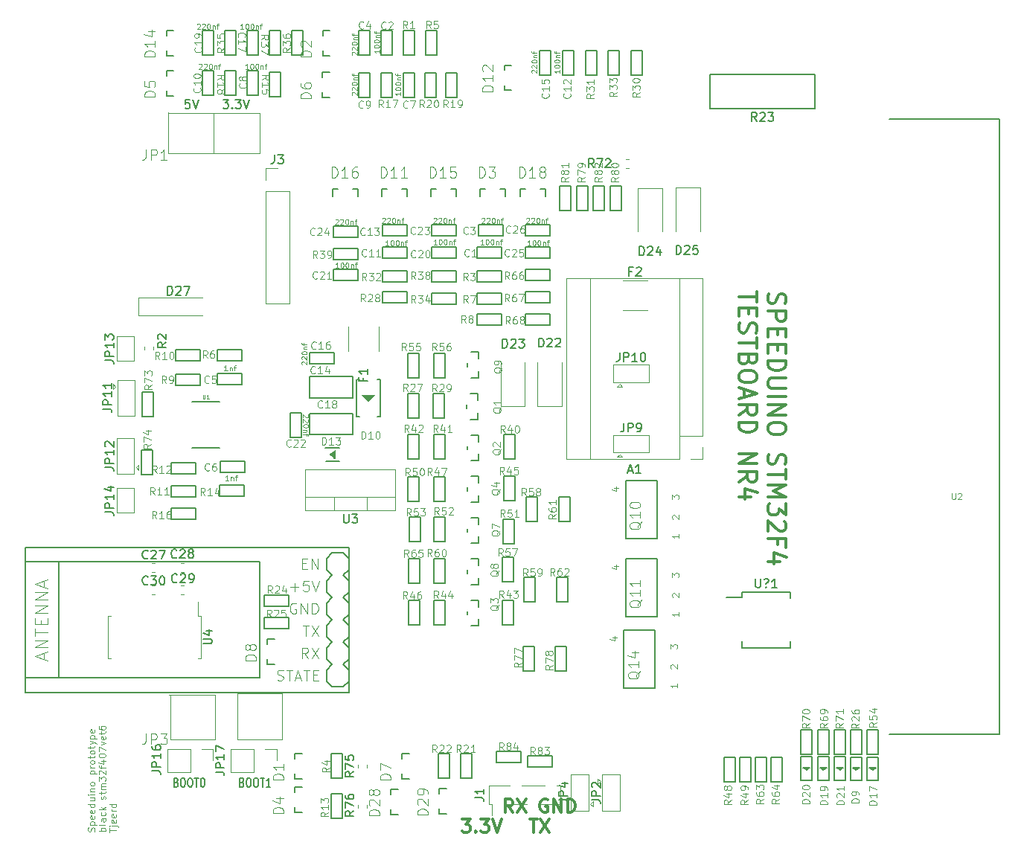
<source format=gto>
G04 #@! TF.GenerationSoftware,KiCad,Pcbnew,5.1.5-52549c5~84~ubuntu18.04.1*
G04 #@! TF.CreationDate,2020-03-28T18:54:48+01:00*
G04 #@! TF.ProjectId,Speeduino_base,53706565-6475-4696-9e6f-5f626173652e,rev?*
G04 #@! TF.SameCoordinates,Original*
G04 #@! TF.FileFunction,Legend,Top*
G04 #@! TF.FilePolarity,Positive*
%FSLAX46Y46*%
G04 Gerber Fmt 4.6, Leading zero omitted, Abs format (unit mm)*
G04 Created by KiCad (PCBNEW 5.1.5-52549c5~84~ubuntu18.04.1) date 2020-03-28 18:54:48*
%MOMM*%
%LPD*%
G04 APERTURE LIST*
%ADD10C,0.304800*%
%ADD11C,0.300000*%
%ADD12C,0.150000*%
%ADD13C,0.120000*%
%ADD14C,0.065024*%
%ADD15C,0.127000*%
%ADD16C,0.200000*%
%ADD17C,0.152400*%
%ADD18C,0.203200*%
%ADD19C,0.100000*%
%ADD20C,0.121920*%
%ADD21C,0.101600*%
%ADD22C,0.120650*%
%ADD23C,0.092900*%
%ADD24C,0.060325*%
%ADD25C,0.096520*%
%ADD26C,0.034839*%
%ADD27C,0.097536*%
G04 APERTURE END LIST*
D10*
X191963276Y-48331072D02*
X191868038Y-48616786D01*
X191868038Y-49092977D01*
X191963276Y-49283453D01*
X192058514Y-49378691D01*
X192248990Y-49473929D01*
X192439466Y-49473929D01*
X192629942Y-49378691D01*
X192725180Y-49283453D01*
X192820419Y-49092977D01*
X192915657Y-48712024D01*
X193010895Y-48521548D01*
X193106133Y-48426310D01*
X193296609Y-48331072D01*
X193487085Y-48331072D01*
X193677561Y-48426310D01*
X193772800Y-48521548D01*
X193868038Y-48712024D01*
X193868038Y-49188215D01*
X193772800Y-49473929D01*
X191868038Y-50331072D02*
X193868038Y-50331072D01*
X193868038Y-51092977D01*
X193772800Y-51283453D01*
X193677561Y-51378691D01*
X193487085Y-51473929D01*
X193201371Y-51473929D01*
X193010895Y-51378691D01*
X192915657Y-51283453D01*
X192820419Y-51092977D01*
X192820419Y-50331072D01*
X192915657Y-52331072D02*
X192915657Y-52997739D01*
X191868038Y-53283453D02*
X191868038Y-52331072D01*
X193868038Y-52331072D01*
X193868038Y-53283453D01*
X192915657Y-54140596D02*
X192915657Y-54807262D01*
X191868038Y-55092977D02*
X191868038Y-54140596D01*
X193868038Y-54140596D01*
X193868038Y-55092977D01*
X191868038Y-55950120D02*
X193868038Y-55950120D01*
X193868038Y-56426310D01*
X193772800Y-56712024D01*
X193582323Y-56902500D01*
X193391847Y-56997739D01*
X193010895Y-57092977D01*
X192725180Y-57092977D01*
X192344228Y-56997739D01*
X192153752Y-56902500D01*
X191963276Y-56712024D01*
X191868038Y-56426310D01*
X191868038Y-55950120D01*
X193868038Y-57950120D02*
X192248990Y-57950120D01*
X192058514Y-58045358D01*
X191963276Y-58140596D01*
X191868038Y-58331072D01*
X191868038Y-58712024D01*
X191963276Y-58902500D01*
X192058514Y-58997739D01*
X192248990Y-59092977D01*
X193868038Y-59092977D01*
X191868038Y-60045358D02*
X193868038Y-60045358D01*
X191868038Y-60997739D02*
X193868038Y-60997739D01*
X191868038Y-62140596D01*
X193868038Y-62140596D01*
X193868038Y-63473929D02*
X193868038Y-63854881D01*
X193772800Y-64045358D01*
X193582323Y-64235834D01*
X193201371Y-64331072D01*
X192534704Y-64331072D01*
X192153752Y-64235834D01*
X191963276Y-64045358D01*
X191868038Y-63854881D01*
X191868038Y-63473929D01*
X191963276Y-63283453D01*
X192153752Y-63092977D01*
X192534704Y-62997739D01*
X193201371Y-62997739D01*
X193582323Y-63092977D01*
X193772800Y-63283453D01*
X193868038Y-63473929D01*
X191963276Y-66616786D02*
X191868038Y-66902500D01*
X191868038Y-67378691D01*
X191963276Y-67569167D01*
X192058514Y-67664405D01*
X192248990Y-67759643D01*
X192439466Y-67759643D01*
X192629942Y-67664405D01*
X192725180Y-67569167D01*
X192820419Y-67378691D01*
X192915657Y-66997739D01*
X193010895Y-66807262D01*
X193106133Y-66712024D01*
X193296609Y-66616786D01*
X193487085Y-66616786D01*
X193677561Y-66712024D01*
X193772800Y-66807262D01*
X193868038Y-66997739D01*
X193868038Y-67473929D01*
X193772800Y-67759643D01*
X193868038Y-68331072D02*
X193868038Y-69473929D01*
X191868038Y-68902500D02*
X193868038Y-68902500D01*
X191868038Y-70140596D02*
X193868038Y-70140596D01*
X192439466Y-70807262D01*
X193868038Y-71473929D01*
X191868038Y-71473929D01*
X193868038Y-72235834D02*
X193868038Y-73473929D01*
X193106133Y-72807262D01*
X193106133Y-73092977D01*
X193010895Y-73283453D01*
X192915657Y-73378691D01*
X192725180Y-73473929D01*
X192248990Y-73473929D01*
X192058514Y-73378691D01*
X191963276Y-73283453D01*
X191868038Y-73092977D01*
X191868038Y-72521548D01*
X191963276Y-72331072D01*
X192058514Y-72235834D01*
X193677561Y-74235834D02*
X193772800Y-74331072D01*
X193868038Y-74521548D01*
X193868038Y-74997739D01*
X193772800Y-75188215D01*
X193677561Y-75283453D01*
X193487085Y-75378691D01*
X193296609Y-75378691D01*
X193010895Y-75283453D01*
X191868038Y-74140596D01*
X191868038Y-75378691D01*
X192915657Y-76902500D02*
X192915657Y-76235834D01*
X191868038Y-76235834D02*
X193868038Y-76235834D01*
X193868038Y-77188215D01*
X193201371Y-78807262D02*
X191868038Y-78807262D01*
X193963276Y-78331072D02*
X192534704Y-77854881D01*
X192534704Y-79092977D01*
X190563238Y-48140596D02*
X190563238Y-49283453D01*
X188563238Y-48712024D02*
X190563238Y-48712024D01*
X189610857Y-49950120D02*
X189610857Y-50616786D01*
X188563238Y-50902500D02*
X188563238Y-49950120D01*
X190563238Y-49950120D01*
X190563238Y-50902500D01*
X188658476Y-51664405D02*
X188563238Y-51950120D01*
X188563238Y-52426310D01*
X188658476Y-52616786D01*
X188753714Y-52712024D01*
X188944190Y-52807262D01*
X189134666Y-52807262D01*
X189325142Y-52712024D01*
X189420380Y-52616786D01*
X189515619Y-52426310D01*
X189610857Y-52045358D01*
X189706095Y-51854881D01*
X189801333Y-51759643D01*
X189991809Y-51664405D01*
X190182285Y-51664405D01*
X190372761Y-51759643D01*
X190468000Y-51854881D01*
X190563238Y-52045358D01*
X190563238Y-52521548D01*
X190468000Y-52807262D01*
X190563238Y-53378691D02*
X190563238Y-54521548D01*
X188563238Y-53950120D02*
X190563238Y-53950120D01*
X189610857Y-55854881D02*
X189515619Y-56140596D01*
X189420380Y-56235834D01*
X189229904Y-56331072D01*
X188944190Y-56331072D01*
X188753714Y-56235834D01*
X188658476Y-56140596D01*
X188563238Y-55950120D01*
X188563238Y-55188215D01*
X190563238Y-55188215D01*
X190563238Y-55854881D01*
X190468000Y-56045358D01*
X190372761Y-56140596D01*
X190182285Y-56235834D01*
X189991809Y-56235834D01*
X189801333Y-56140596D01*
X189706095Y-56045358D01*
X189610857Y-55854881D01*
X189610857Y-55188215D01*
X190563238Y-57569167D02*
X190563238Y-57950120D01*
X190468000Y-58140596D01*
X190277523Y-58331072D01*
X189896571Y-58426310D01*
X189229904Y-58426310D01*
X188848952Y-58331072D01*
X188658476Y-58140596D01*
X188563238Y-57950120D01*
X188563238Y-57569167D01*
X188658476Y-57378691D01*
X188848952Y-57188215D01*
X189229904Y-57092977D01*
X189896571Y-57092977D01*
X190277523Y-57188215D01*
X190468000Y-57378691D01*
X190563238Y-57569167D01*
X189134666Y-59188215D02*
X189134666Y-60140596D01*
X188563238Y-58997739D02*
X190563238Y-59664405D01*
X188563238Y-60331072D01*
X188563238Y-62140596D02*
X189515619Y-61473929D01*
X188563238Y-60997739D02*
X190563238Y-60997739D01*
X190563238Y-61759643D01*
X190468000Y-61950120D01*
X190372761Y-62045358D01*
X190182285Y-62140596D01*
X189896571Y-62140596D01*
X189706095Y-62045358D01*
X189610857Y-61950120D01*
X189515619Y-61759643D01*
X189515619Y-60997739D01*
X188563238Y-62997739D02*
X190563238Y-62997739D01*
X190563238Y-63473929D01*
X190468000Y-63759643D01*
X190277523Y-63950120D01*
X190087047Y-64045358D01*
X189706095Y-64140596D01*
X189420380Y-64140596D01*
X189039428Y-64045358D01*
X188848952Y-63950120D01*
X188658476Y-63759643D01*
X188563238Y-63473929D01*
X188563238Y-62997739D01*
X188563238Y-66521548D02*
X190563238Y-66521548D01*
X188563238Y-67664405D01*
X190563238Y-67664405D01*
X188563238Y-69759643D02*
X189515619Y-69092977D01*
X188563238Y-68616786D02*
X190563238Y-68616786D01*
X190563238Y-69378691D01*
X190468000Y-69569167D01*
X190372761Y-69664405D01*
X190182285Y-69759643D01*
X189896571Y-69759643D01*
X189706095Y-69664405D01*
X189610857Y-69569167D01*
X189515619Y-69378691D01*
X189515619Y-68616786D01*
X189896571Y-71473929D02*
X188563238Y-71473929D01*
X190658476Y-70997739D02*
X189229904Y-70521548D01*
X189229904Y-71759643D01*
D11*
X162818000Y-107358571D02*
X162318000Y-106644285D01*
X161960857Y-107358571D02*
X161960857Y-105858571D01*
X162532285Y-105858571D01*
X162675142Y-105930000D01*
X162746571Y-106001428D01*
X162818000Y-106144285D01*
X162818000Y-106358571D01*
X162746571Y-106501428D01*
X162675142Y-106572857D01*
X162532285Y-106644285D01*
X161960857Y-106644285D01*
X163318000Y-105858571D02*
X164318000Y-107358571D01*
X164318000Y-105858571D02*
X163318000Y-107358571D01*
X164719142Y-108144571D02*
X165576285Y-108144571D01*
X165147714Y-109644571D02*
X165147714Y-108144571D01*
X165933428Y-108144571D02*
X166933428Y-109644571D01*
X166933428Y-108144571D02*
X165933428Y-109644571D01*
X166751142Y-105930000D02*
X166608285Y-105858571D01*
X166394000Y-105858571D01*
X166179714Y-105930000D01*
X166036857Y-106072857D01*
X165965428Y-106215714D01*
X165894000Y-106501428D01*
X165894000Y-106715714D01*
X165965428Y-107001428D01*
X166036857Y-107144285D01*
X166179714Y-107287142D01*
X166394000Y-107358571D01*
X166536857Y-107358571D01*
X166751142Y-107287142D01*
X166822571Y-107215714D01*
X166822571Y-106715714D01*
X166536857Y-106715714D01*
X167465428Y-107358571D02*
X167465428Y-105858571D01*
X168322571Y-107358571D01*
X168322571Y-105858571D01*
X169036857Y-107358571D02*
X169036857Y-105858571D01*
X169394000Y-105858571D01*
X169608285Y-105930000D01*
X169751142Y-106072857D01*
X169822571Y-106215714D01*
X169894000Y-106501428D01*
X169894000Y-106715714D01*
X169822571Y-107001428D01*
X169751142Y-107144285D01*
X169608285Y-107287142D01*
X169394000Y-107358571D01*
X169036857Y-107358571D01*
X157043714Y-108144571D02*
X157972285Y-108144571D01*
X157472285Y-108716000D01*
X157686571Y-108716000D01*
X157829428Y-108787428D01*
X157900857Y-108858857D01*
X157972285Y-109001714D01*
X157972285Y-109358857D01*
X157900857Y-109501714D01*
X157829428Y-109573142D01*
X157686571Y-109644571D01*
X157258000Y-109644571D01*
X157115142Y-109573142D01*
X157043714Y-109501714D01*
X158615142Y-109501714D02*
X158686571Y-109573142D01*
X158615142Y-109644571D01*
X158543714Y-109573142D01*
X158615142Y-109501714D01*
X158615142Y-109644571D01*
X159186571Y-108144571D02*
X160115142Y-108144571D01*
X159615142Y-108716000D01*
X159829428Y-108716000D01*
X159972285Y-108787428D01*
X160043714Y-108858857D01*
X160115142Y-109001714D01*
X160115142Y-109358857D01*
X160043714Y-109501714D01*
X159972285Y-109573142D01*
X159829428Y-109644571D01*
X159400857Y-109644571D01*
X159258000Y-109573142D01*
X159186571Y-109501714D01*
X160543714Y-108144571D02*
X161043714Y-109644571D01*
X161543714Y-108144571D01*
D12*
X132010333Y-103941571D02*
X132124619Y-103989190D01*
X132162714Y-104036809D01*
X132200809Y-104132047D01*
X132200809Y-104274904D01*
X132162714Y-104370142D01*
X132124619Y-104417761D01*
X132048428Y-104465380D01*
X131743666Y-104465380D01*
X131743666Y-103465380D01*
X132010333Y-103465380D01*
X132086523Y-103513000D01*
X132124619Y-103560619D01*
X132162714Y-103655857D01*
X132162714Y-103751095D01*
X132124619Y-103846333D01*
X132086523Y-103893952D01*
X132010333Y-103941571D01*
X131743666Y-103941571D01*
X132696047Y-103465380D02*
X132848428Y-103465380D01*
X132924619Y-103513000D01*
X133000809Y-103608238D01*
X133038904Y-103798714D01*
X133038904Y-104132047D01*
X133000809Y-104322523D01*
X132924619Y-104417761D01*
X132848428Y-104465380D01*
X132696047Y-104465380D01*
X132619857Y-104417761D01*
X132543666Y-104322523D01*
X132505571Y-104132047D01*
X132505571Y-103798714D01*
X132543666Y-103608238D01*
X132619857Y-103513000D01*
X132696047Y-103465380D01*
X133534142Y-103465380D02*
X133686523Y-103465380D01*
X133762714Y-103513000D01*
X133838904Y-103608238D01*
X133877000Y-103798714D01*
X133877000Y-104132047D01*
X133838904Y-104322523D01*
X133762714Y-104417761D01*
X133686523Y-104465380D01*
X133534142Y-104465380D01*
X133457952Y-104417761D01*
X133381761Y-104322523D01*
X133343666Y-104132047D01*
X133343666Y-103798714D01*
X133381761Y-103608238D01*
X133457952Y-103513000D01*
X133534142Y-103465380D01*
X134105571Y-103465380D02*
X134562714Y-103465380D01*
X134334142Y-104465380D02*
X134334142Y-103465380D01*
X135248428Y-104465380D02*
X134791285Y-104465380D01*
X135019857Y-104465380D02*
X135019857Y-103465380D01*
X134943666Y-103608238D01*
X134867476Y-103703476D01*
X134791285Y-103751095D01*
X124517333Y-103941571D02*
X124631619Y-103989190D01*
X124669714Y-104036809D01*
X124707809Y-104132047D01*
X124707809Y-104274904D01*
X124669714Y-104370142D01*
X124631619Y-104417761D01*
X124555428Y-104465380D01*
X124250666Y-104465380D01*
X124250666Y-103465380D01*
X124517333Y-103465380D01*
X124593523Y-103513000D01*
X124631619Y-103560619D01*
X124669714Y-103655857D01*
X124669714Y-103751095D01*
X124631619Y-103846333D01*
X124593523Y-103893952D01*
X124517333Y-103941571D01*
X124250666Y-103941571D01*
X125203047Y-103465380D02*
X125355428Y-103465380D01*
X125431619Y-103513000D01*
X125507809Y-103608238D01*
X125545904Y-103798714D01*
X125545904Y-104132047D01*
X125507809Y-104322523D01*
X125431619Y-104417761D01*
X125355428Y-104465380D01*
X125203047Y-104465380D01*
X125126857Y-104417761D01*
X125050666Y-104322523D01*
X125012571Y-104132047D01*
X125012571Y-103798714D01*
X125050666Y-103608238D01*
X125126857Y-103513000D01*
X125203047Y-103465380D01*
X126041142Y-103465380D02*
X126193523Y-103465380D01*
X126269714Y-103513000D01*
X126345904Y-103608238D01*
X126384000Y-103798714D01*
X126384000Y-104132047D01*
X126345904Y-104322523D01*
X126269714Y-104417761D01*
X126193523Y-104465380D01*
X126041142Y-104465380D01*
X125964952Y-104417761D01*
X125888761Y-104322523D01*
X125850666Y-104132047D01*
X125850666Y-103798714D01*
X125888761Y-103608238D01*
X125964952Y-103513000D01*
X126041142Y-103465380D01*
X126612571Y-103465380D02*
X127069714Y-103465380D01*
X126841142Y-104465380D02*
X126841142Y-103465380D01*
X127488761Y-103465380D02*
X127564952Y-103465380D01*
X127641142Y-103513000D01*
X127679238Y-103560619D01*
X127717333Y-103655857D01*
X127755428Y-103846333D01*
X127755428Y-104084428D01*
X127717333Y-104274904D01*
X127679238Y-104370142D01*
X127641142Y-104417761D01*
X127564952Y-104465380D01*
X127488761Y-104465380D01*
X127412571Y-104417761D01*
X127374476Y-104370142D01*
X127336380Y-104274904D01*
X127298285Y-104084428D01*
X127298285Y-103846333D01*
X127336380Y-103655857D01*
X127374476Y-103560619D01*
X127412571Y-103513000D01*
X127488761Y-103465380D01*
D13*
X131445000Y-99060000D02*
X131445000Y-93853000D01*
X136525000Y-99060000D02*
X131445000Y-99060000D01*
X136525000Y-93853000D02*
X136525000Y-99060000D01*
X131445000Y-93853000D02*
X136525000Y-93853000D01*
X123825000Y-99060000D02*
X123825000Y-93980000D01*
X128905000Y-99060000D02*
X123825000Y-99060000D01*
X128905000Y-93980000D02*
X128905000Y-99060000D01*
X123698000Y-93980000D02*
X128905000Y-93980000D01*
X133985000Y-32385000D02*
X128778000Y-32385000D01*
X133985000Y-27813000D02*
X133985000Y-32385000D01*
X128778000Y-27813000D02*
X133985000Y-27813000D01*
X128778000Y-27813000D02*
X123571000Y-27813000D01*
X128778000Y-32385000D02*
X128778000Y-27813000D01*
X123571000Y-32385000D02*
X128778000Y-32385000D01*
X123571000Y-27686000D02*
X123571000Y-32385000D01*
D12*
X129841809Y-26249380D02*
X130460857Y-26249380D01*
X130127523Y-26630333D01*
X130270380Y-26630333D01*
X130365619Y-26677952D01*
X130413238Y-26725571D01*
X130460857Y-26820809D01*
X130460857Y-27058904D01*
X130413238Y-27154142D01*
X130365619Y-27201761D01*
X130270380Y-27249380D01*
X129984666Y-27249380D01*
X129889428Y-27201761D01*
X129841809Y-27154142D01*
X130889428Y-27154142D02*
X130937047Y-27201761D01*
X130889428Y-27249380D01*
X130841809Y-27201761D01*
X130889428Y-27154142D01*
X130889428Y-27249380D01*
X131270380Y-26249380D02*
X131889428Y-26249380D01*
X131556095Y-26630333D01*
X131698952Y-26630333D01*
X131794190Y-26677952D01*
X131841809Y-26725571D01*
X131889428Y-26820809D01*
X131889428Y-27058904D01*
X131841809Y-27154142D01*
X131794190Y-27201761D01*
X131698952Y-27249380D01*
X131413238Y-27249380D01*
X131318000Y-27201761D01*
X131270380Y-27154142D01*
X132175142Y-26249380D02*
X132508476Y-27249380D01*
X132841809Y-26249380D01*
X126047523Y-26249380D02*
X125571333Y-26249380D01*
X125523714Y-26725571D01*
X125571333Y-26677952D01*
X125666571Y-26630333D01*
X125904666Y-26630333D01*
X125999904Y-26677952D01*
X126047523Y-26725571D01*
X126095142Y-26820809D01*
X126095142Y-27058904D01*
X126047523Y-27154142D01*
X125999904Y-27201761D01*
X125904666Y-27249380D01*
X125666571Y-27249380D01*
X125571333Y-27201761D01*
X125523714Y-27154142D01*
X126380857Y-26249380D02*
X126714190Y-27249380D01*
X127047523Y-26249380D01*
D14*
X115208932Y-109538656D02*
X115245702Y-109428347D01*
X115245702Y-109244500D01*
X115208932Y-109170961D01*
X115172163Y-109134191D01*
X115098624Y-109097422D01*
X115025085Y-109097422D01*
X114951546Y-109134191D01*
X114914776Y-109170961D01*
X114878007Y-109244500D01*
X114841237Y-109391578D01*
X114804468Y-109465117D01*
X114767698Y-109501886D01*
X114694159Y-109538656D01*
X114620620Y-109538656D01*
X114547081Y-109501886D01*
X114510312Y-109465117D01*
X114473542Y-109391578D01*
X114473542Y-109207730D01*
X114510312Y-109097422D01*
X114730929Y-108766496D02*
X115503089Y-108766496D01*
X114767698Y-108766496D02*
X114730929Y-108692957D01*
X114730929Y-108545879D01*
X114767698Y-108472340D01*
X114804468Y-108435570D01*
X114878007Y-108398801D01*
X115098624Y-108398801D01*
X115172163Y-108435570D01*
X115208932Y-108472340D01*
X115245702Y-108545879D01*
X115245702Y-108692957D01*
X115208932Y-108766496D01*
X115208932Y-107773719D02*
X115245702Y-107847258D01*
X115245702Y-107994336D01*
X115208932Y-108067875D01*
X115135393Y-108104644D01*
X114841237Y-108104644D01*
X114767698Y-108067875D01*
X114730929Y-107994336D01*
X114730929Y-107847258D01*
X114767698Y-107773719D01*
X114841237Y-107736949D01*
X114914776Y-107736949D01*
X114988315Y-108104644D01*
X115208932Y-107111867D02*
X115245702Y-107185406D01*
X115245702Y-107332484D01*
X115208932Y-107406023D01*
X115135393Y-107442793D01*
X114841237Y-107442793D01*
X114767698Y-107406023D01*
X114730929Y-107332484D01*
X114730929Y-107185406D01*
X114767698Y-107111867D01*
X114841237Y-107075098D01*
X114914776Y-107075098D01*
X114988315Y-107442793D01*
X115245702Y-106413246D02*
X114473542Y-106413246D01*
X115208932Y-106413246D02*
X115245702Y-106486785D01*
X115245702Y-106633863D01*
X115208932Y-106707402D01*
X115172163Y-106744172D01*
X115098624Y-106780942D01*
X114878007Y-106780942D01*
X114804468Y-106744172D01*
X114767698Y-106707402D01*
X114730929Y-106633863D01*
X114730929Y-106486785D01*
X114767698Y-106413246D01*
X114730929Y-105714625D02*
X115245702Y-105714625D01*
X114730929Y-106045551D02*
X115135393Y-106045551D01*
X115208932Y-106008782D01*
X115245702Y-105935242D01*
X115245702Y-105824934D01*
X115208932Y-105751395D01*
X115172163Y-105714625D01*
X115245702Y-105346930D02*
X114730929Y-105346930D01*
X114473542Y-105346930D02*
X114510312Y-105383700D01*
X114547081Y-105346930D01*
X114510312Y-105310161D01*
X114473542Y-105346930D01*
X114547081Y-105346930D01*
X114730929Y-104979235D02*
X115245702Y-104979235D01*
X114804468Y-104979235D02*
X114767698Y-104942465D01*
X114730929Y-104868926D01*
X114730929Y-104758618D01*
X114767698Y-104685079D01*
X114841237Y-104648309D01*
X115245702Y-104648309D01*
X115245702Y-104170305D02*
X115208932Y-104243844D01*
X115172163Y-104280614D01*
X115098624Y-104317383D01*
X114878007Y-104317383D01*
X114804468Y-104280614D01*
X114767698Y-104243844D01*
X114730929Y-104170305D01*
X114730929Y-104059997D01*
X114767698Y-103986458D01*
X114804468Y-103949688D01*
X114878007Y-103912919D01*
X115098624Y-103912919D01*
X115172163Y-103949688D01*
X115208932Y-103986458D01*
X115245702Y-104059997D01*
X115245702Y-104170305D01*
X114730929Y-102993681D02*
X115503089Y-102993681D01*
X114767698Y-102993681D02*
X114730929Y-102920142D01*
X114730929Y-102773063D01*
X114767698Y-102699524D01*
X114804468Y-102662755D01*
X114878007Y-102625985D01*
X115098624Y-102625985D01*
X115172163Y-102662755D01*
X115208932Y-102699524D01*
X115245702Y-102773063D01*
X115245702Y-102920142D01*
X115208932Y-102993681D01*
X115245702Y-102295060D02*
X114730929Y-102295060D01*
X114878007Y-102295060D02*
X114804468Y-102258290D01*
X114767698Y-102221521D01*
X114730929Y-102147982D01*
X114730929Y-102074442D01*
X115245702Y-101706747D02*
X115208932Y-101780286D01*
X115172163Y-101817056D01*
X115098624Y-101853825D01*
X114878007Y-101853825D01*
X114804468Y-101817056D01*
X114767698Y-101780286D01*
X114730929Y-101706747D01*
X114730929Y-101596439D01*
X114767698Y-101522900D01*
X114804468Y-101486130D01*
X114878007Y-101449361D01*
X115098624Y-101449361D01*
X115172163Y-101486130D01*
X115208932Y-101522900D01*
X115245702Y-101596439D01*
X115245702Y-101706747D01*
X114730929Y-101228743D02*
X114730929Y-100934587D01*
X114473542Y-101118435D02*
X115135393Y-101118435D01*
X115208932Y-101081665D01*
X115245702Y-101008126D01*
X115245702Y-100934587D01*
X115245702Y-100566892D02*
X115208932Y-100640431D01*
X115172163Y-100677201D01*
X115098624Y-100713970D01*
X114878007Y-100713970D01*
X114804468Y-100677201D01*
X114767698Y-100640431D01*
X114730929Y-100566892D01*
X114730929Y-100456583D01*
X114767698Y-100383044D01*
X114804468Y-100346275D01*
X114878007Y-100309505D01*
X115098624Y-100309505D01*
X115172163Y-100346275D01*
X115208932Y-100383044D01*
X115245702Y-100456583D01*
X115245702Y-100566892D01*
X114730929Y-100088888D02*
X114730929Y-99794732D01*
X114473542Y-99978580D02*
X115135393Y-99978580D01*
X115208932Y-99941810D01*
X115245702Y-99868271D01*
X115245702Y-99794732D01*
X114730929Y-99610884D02*
X115245702Y-99427037D01*
X114730929Y-99243189D02*
X115245702Y-99427037D01*
X115429550Y-99500576D01*
X115466319Y-99537345D01*
X115503089Y-99610884D01*
X114730929Y-98949033D02*
X115503089Y-98949033D01*
X114767698Y-98949033D02*
X114730929Y-98875494D01*
X114730929Y-98728416D01*
X114767698Y-98654877D01*
X114804468Y-98618107D01*
X114878007Y-98581338D01*
X115098624Y-98581338D01*
X115172163Y-98618107D01*
X115208932Y-98654877D01*
X115245702Y-98728416D01*
X115245702Y-98875494D01*
X115208932Y-98949033D01*
X115208932Y-97956256D02*
X115245702Y-98029795D01*
X115245702Y-98176873D01*
X115208932Y-98250412D01*
X115135393Y-98287182D01*
X114841237Y-98287182D01*
X114767698Y-98250412D01*
X114730929Y-98176873D01*
X114730929Y-98029795D01*
X114767698Y-97956256D01*
X114841237Y-97919486D01*
X114914776Y-97919486D01*
X114988315Y-98287182D01*
X116468966Y-109501886D02*
X115696806Y-109501886D01*
X115990962Y-109501886D02*
X115954193Y-109428347D01*
X115954193Y-109281269D01*
X115990962Y-109207730D01*
X116027732Y-109170961D01*
X116101271Y-109134191D01*
X116321888Y-109134191D01*
X116395427Y-109170961D01*
X116432196Y-109207730D01*
X116468966Y-109281269D01*
X116468966Y-109428347D01*
X116432196Y-109501886D01*
X116468966Y-108692957D02*
X116432196Y-108766496D01*
X116358657Y-108803265D01*
X115696806Y-108803265D01*
X116468966Y-108067875D02*
X116064501Y-108067875D01*
X115990962Y-108104644D01*
X115954193Y-108178183D01*
X115954193Y-108325262D01*
X115990962Y-108398801D01*
X116432196Y-108067875D02*
X116468966Y-108141414D01*
X116468966Y-108325262D01*
X116432196Y-108398801D01*
X116358657Y-108435570D01*
X116285118Y-108435570D01*
X116211579Y-108398801D01*
X116174810Y-108325262D01*
X116174810Y-108141414D01*
X116138040Y-108067875D01*
X116432196Y-107369254D02*
X116468966Y-107442793D01*
X116468966Y-107589871D01*
X116432196Y-107663410D01*
X116395427Y-107700180D01*
X116321888Y-107736949D01*
X116101271Y-107736949D01*
X116027732Y-107700180D01*
X115990962Y-107663410D01*
X115954193Y-107589871D01*
X115954193Y-107442793D01*
X115990962Y-107369254D01*
X116468966Y-107038328D02*
X115696806Y-107038328D01*
X116174810Y-106964789D02*
X116468966Y-106744172D01*
X115954193Y-106744172D02*
X116248349Y-107038328D01*
X116432196Y-105861703D02*
X116468966Y-105788164D01*
X116468966Y-105641086D01*
X116432196Y-105567547D01*
X116358657Y-105530778D01*
X116321888Y-105530778D01*
X116248349Y-105567547D01*
X116211579Y-105641086D01*
X116211579Y-105751395D01*
X116174810Y-105824934D01*
X116101271Y-105861703D01*
X116064501Y-105861703D01*
X115990962Y-105824934D01*
X115954193Y-105751395D01*
X115954193Y-105641086D01*
X115990962Y-105567547D01*
X115954193Y-105310161D02*
X115954193Y-105016004D01*
X115696806Y-105199852D02*
X116358657Y-105199852D01*
X116432196Y-105163082D01*
X116468966Y-105089543D01*
X116468966Y-105016004D01*
X116468966Y-104758618D02*
X115954193Y-104758618D01*
X116027732Y-104758618D02*
X115990962Y-104721848D01*
X115954193Y-104648309D01*
X115954193Y-104538001D01*
X115990962Y-104464462D01*
X116064501Y-104427692D01*
X116468966Y-104427692D01*
X116064501Y-104427692D02*
X115990962Y-104390922D01*
X115954193Y-104317383D01*
X115954193Y-104207075D01*
X115990962Y-104133536D01*
X116064501Y-104096766D01*
X116468966Y-104096766D01*
X115696806Y-103802610D02*
X115696806Y-103324606D01*
X115990962Y-103581993D01*
X115990962Y-103471684D01*
X116027732Y-103398145D01*
X116064501Y-103361376D01*
X116138040Y-103324606D01*
X116321888Y-103324606D01*
X116395427Y-103361376D01*
X116432196Y-103398145D01*
X116468966Y-103471684D01*
X116468966Y-103692302D01*
X116432196Y-103765841D01*
X116395427Y-103802610D01*
X115770345Y-103030450D02*
X115733576Y-102993681D01*
X115696806Y-102920142D01*
X115696806Y-102736294D01*
X115733576Y-102662755D01*
X115770345Y-102625985D01*
X115843884Y-102589216D01*
X115917423Y-102589216D01*
X116027732Y-102625985D01*
X116468966Y-103067220D01*
X116468966Y-102589216D01*
X115954193Y-102368599D02*
X115954193Y-102074442D01*
X116468966Y-102258290D02*
X115807115Y-102258290D01*
X115733576Y-102221521D01*
X115696806Y-102147982D01*
X115696806Y-102074442D01*
X115954193Y-101486130D02*
X116468966Y-101486130D01*
X115660036Y-101669978D02*
X116211579Y-101853825D01*
X116211579Y-101375822D01*
X115696806Y-100934587D02*
X115696806Y-100861048D01*
X115733576Y-100787509D01*
X115770345Y-100750740D01*
X115843884Y-100713970D01*
X115990962Y-100677201D01*
X116174810Y-100677201D01*
X116321888Y-100713970D01*
X116395427Y-100750740D01*
X116432196Y-100787509D01*
X116468966Y-100861048D01*
X116468966Y-100934587D01*
X116432196Y-101008126D01*
X116395427Y-101044896D01*
X116321888Y-101081665D01*
X116174810Y-101118435D01*
X115990962Y-101118435D01*
X115843884Y-101081665D01*
X115770345Y-101044896D01*
X115733576Y-101008126D01*
X115696806Y-100934587D01*
X115696806Y-100419814D02*
X115696806Y-99905041D01*
X116468966Y-100235966D01*
X115954193Y-99684423D02*
X116468966Y-99500576D01*
X115954193Y-99316728D01*
X116432196Y-98728416D02*
X116468966Y-98801955D01*
X116468966Y-98949033D01*
X116432196Y-99022572D01*
X116358657Y-99059342D01*
X116064501Y-99059342D01*
X115990962Y-99022572D01*
X115954193Y-98949033D01*
X115954193Y-98801955D01*
X115990962Y-98728416D01*
X116064501Y-98691646D01*
X116138040Y-98691646D01*
X116211579Y-99059342D01*
X115954193Y-98471029D02*
X115954193Y-98176873D01*
X115696806Y-98360721D02*
X116358657Y-98360721D01*
X116432196Y-98323951D01*
X116468966Y-98250412D01*
X116468966Y-98176873D01*
X115696806Y-97588561D02*
X115696806Y-97735639D01*
X115733576Y-97809178D01*
X115770345Y-97845947D01*
X115880654Y-97919486D01*
X116027732Y-97956256D01*
X116321888Y-97956256D01*
X116395427Y-97919486D01*
X116432196Y-97882717D01*
X116468966Y-97809178D01*
X116468966Y-97662100D01*
X116432196Y-97588561D01*
X116395427Y-97551791D01*
X116321888Y-97515022D01*
X116138040Y-97515022D01*
X116064501Y-97551791D01*
X116027732Y-97588561D01*
X115990962Y-97662100D01*
X115990962Y-97809178D01*
X116027732Y-97882717D01*
X116064501Y-97919486D01*
X116138040Y-97956256D01*
X116920070Y-109612195D02*
X116920070Y-109170961D01*
X117692230Y-109391578D02*
X116920070Y-109391578D01*
X117177457Y-108913574D02*
X117839308Y-108913574D01*
X117912847Y-108950343D01*
X117949617Y-109023882D01*
X117949617Y-109060652D01*
X116920070Y-108913574D02*
X116956840Y-108950343D01*
X116993609Y-108913574D01*
X116956840Y-108876804D01*
X116920070Y-108913574D01*
X116993609Y-108913574D01*
X117655460Y-108251722D02*
X117692230Y-108325262D01*
X117692230Y-108472340D01*
X117655460Y-108545879D01*
X117581921Y-108582648D01*
X117287765Y-108582648D01*
X117214226Y-108545879D01*
X117177457Y-108472340D01*
X117177457Y-108325262D01*
X117214226Y-108251722D01*
X117287765Y-108214953D01*
X117361304Y-108214953D01*
X117434843Y-108582648D01*
X117655460Y-107589871D02*
X117692230Y-107663410D01*
X117692230Y-107810488D01*
X117655460Y-107884027D01*
X117581921Y-107920797D01*
X117287765Y-107920797D01*
X117214226Y-107884027D01*
X117177457Y-107810488D01*
X117177457Y-107663410D01*
X117214226Y-107589871D01*
X117287765Y-107553102D01*
X117361304Y-107553102D01*
X117434843Y-107920797D01*
X117692230Y-107222176D02*
X117177457Y-107222176D01*
X117324535Y-107222176D02*
X117250996Y-107185406D01*
X117214226Y-107148637D01*
X117177457Y-107075098D01*
X117177457Y-107001559D01*
X117692230Y-106413246D02*
X116920070Y-106413246D01*
X117655460Y-106413246D02*
X117692230Y-106486785D01*
X117692230Y-106633863D01*
X117655460Y-106707402D01*
X117618691Y-106744172D01*
X117545152Y-106780942D01*
X117324535Y-106780942D01*
X117250996Y-106744172D01*
X117214226Y-106707402D01*
X117177457Y-106633863D01*
X117177457Y-106486785D01*
X117214226Y-106413246D01*
D13*
X127027000Y-85043000D02*
X127027000Y-83378000D01*
X127307000Y-85043000D02*
X127027000Y-85043000D01*
X127307000Y-87428000D02*
X127307000Y-85043000D01*
X127307000Y-89813000D02*
X127027000Y-89813000D01*
X127307000Y-87428000D02*
X127307000Y-89813000D01*
X116787000Y-85043000D02*
X117067000Y-85043000D01*
X116787000Y-87428000D02*
X116787000Y-85043000D01*
X116787000Y-89813000D02*
X117067000Y-89813000D01*
X116787000Y-87428000D02*
X116787000Y-89813000D01*
D15*
X111125000Y-92075000D02*
X111125000Y-78867000D01*
X111125000Y-78867000D02*
X107315000Y-78867000D01*
X133985000Y-78867000D02*
X111125000Y-78867000D01*
X133985000Y-92075000D02*
X133985000Y-78867000D01*
X111125000Y-92075000D02*
X133985000Y-92075000D01*
X107315000Y-92075000D02*
X111125000Y-92075000D01*
X144145000Y-86106000D02*
X143510000Y-85471000D01*
X143510000Y-88011000D02*
X144145000Y-87376000D01*
X144145000Y-88646000D02*
X143510000Y-88011000D01*
X143510000Y-90551000D02*
X144145000Y-89916000D01*
X144145000Y-91186000D02*
X143510000Y-90551000D01*
X143510000Y-93091000D02*
X144145000Y-92456000D01*
X142240000Y-93091000D02*
X143510000Y-93091000D01*
X141605000Y-92456000D02*
X142240000Y-93091000D01*
X141605000Y-91186000D02*
X141605000Y-92456000D01*
X142240000Y-90551000D02*
X141605000Y-91186000D01*
X141605000Y-89916000D02*
X142240000Y-90551000D01*
X141605000Y-88646000D02*
X141605000Y-89916000D01*
X142240000Y-88011000D02*
X141605000Y-88646000D01*
X141605000Y-87376000D02*
X142240000Y-88011000D01*
X141605000Y-86106000D02*
X141605000Y-87376000D01*
X142240000Y-85471000D02*
X141605000Y-86106000D01*
X142240000Y-77851000D02*
X141605000Y-78486000D01*
X143510000Y-77851000D02*
X142240000Y-77851000D01*
X144145000Y-84836000D02*
X143510000Y-85471000D01*
X143510000Y-82931000D02*
X144145000Y-83566000D01*
X144145000Y-82296000D02*
X143510000Y-82931000D01*
X143510000Y-80391000D02*
X144145000Y-81026000D01*
X144145000Y-79756000D02*
X143510000Y-80391000D01*
X143510000Y-77851000D02*
X144145000Y-78486000D01*
X141605000Y-79756000D02*
X141605000Y-78486000D01*
X142240000Y-80391000D02*
X141605000Y-79756000D01*
X141605000Y-81026000D02*
X142240000Y-80391000D01*
X141605000Y-82296000D02*
X141605000Y-81026000D01*
X142240000Y-82931000D02*
X141605000Y-82296000D01*
X141605000Y-83566000D02*
X142240000Y-82931000D01*
X141605000Y-84836000D02*
X141605000Y-83566000D01*
X142240000Y-85471000D02*
X141605000Y-84836000D01*
X107315000Y-93726000D02*
X144145000Y-93726000D01*
X107315000Y-92075000D02*
X107315000Y-93726000D01*
X107315000Y-78867000D02*
X107315000Y-92075000D01*
X107315000Y-77216000D02*
X107315000Y-78867000D01*
X144145000Y-77216000D02*
X107315000Y-77216000D01*
X144145000Y-86106000D02*
X144145000Y-77216000D01*
X144145000Y-87376000D02*
X144145000Y-86106000D01*
X144145000Y-88646000D02*
X144145000Y-87376000D01*
X144145000Y-89916000D02*
X144145000Y-88646000D01*
X144145000Y-91186000D02*
X144145000Y-89916000D01*
X144145000Y-92456000D02*
X144145000Y-91186000D01*
X144145000Y-93726000D02*
X144145000Y-92456000D01*
D13*
X144140000Y-52113748D02*
X144140000Y-54886252D01*
X147560000Y-52113748D02*
X147560000Y-54886252D01*
X134720000Y-34070000D02*
X136050000Y-34070000D01*
X134720000Y-35400000D02*
X134720000Y-34070000D01*
X134720000Y-36670000D02*
X137380000Y-36670000D01*
X137380000Y-36670000D02*
X137380000Y-49430000D01*
X134720000Y-36670000D02*
X134720000Y-49430000D01*
X134720000Y-49430000D02*
X137380000Y-49430000D01*
X122108279Y-81532000D02*
X121782721Y-81532000D01*
X122108279Y-82552000D02*
X121782721Y-82552000D01*
X125410279Y-81532000D02*
X125084721Y-81532000D01*
X125410279Y-82552000D02*
X125084721Y-82552000D01*
X125359279Y-78992000D02*
X125033721Y-78992000D01*
X125359279Y-80012000D02*
X125033721Y-80012000D01*
X121782721Y-80012000D02*
X122108279Y-80012000D01*
X121782721Y-78992000D02*
X122108279Y-78992000D01*
D16*
X218150000Y-98500000D02*
X205667000Y-98500000D01*
X218150000Y-28500000D02*
X205667000Y-28500000D01*
X218150000Y-98500000D02*
X218150000Y-28500000D01*
D13*
X179795000Y-36290000D02*
X179795000Y-41270000D01*
X177075000Y-36290000D02*
X177075000Y-41270000D01*
X179795000Y-36290000D02*
X177075000Y-36290000D01*
X184113000Y-36249000D02*
X184113000Y-41229000D01*
X181393000Y-36249000D02*
X181393000Y-41229000D01*
X184113000Y-36249000D02*
X181393000Y-36249000D01*
X161454000Y-61160000D02*
X161454000Y-56180000D01*
X164174000Y-61160000D02*
X164174000Y-56180000D01*
X161454000Y-61160000D02*
X164174000Y-61160000D01*
X165645000Y-61119000D02*
X165645000Y-56139000D01*
X168365000Y-61119000D02*
X168365000Y-56139000D01*
X165645000Y-61119000D02*
X168365000Y-61119000D01*
D15*
X158750000Y-44323000D02*
X158750000Y-43053000D01*
X161544000Y-44323000D02*
X158750000Y-44323000D01*
X161544000Y-43053000D02*
X161544000Y-44323000D01*
X158750000Y-43053000D02*
X161544000Y-43053000D01*
X146558000Y-21196400D02*
X145288000Y-21196400D01*
X146558000Y-18402400D02*
X146558000Y-21196400D01*
X145288000Y-18402400D02*
X146558000Y-18402400D01*
X145288000Y-21196400D02*
X145288000Y-18402400D01*
X149098000Y-21209000D02*
X147828000Y-21209000D01*
X149098000Y-18415000D02*
X149098000Y-21209000D01*
X147828000Y-18415000D02*
X149098000Y-18415000D01*
X147828000Y-21209000D02*
X147828000Y-18415000D01*
X156337000Y-40513000D02*
X156337000Y-41783000D01*
X153543000Y-40513000D02*
X156337000Y-40513000D01*
X153543000Y-41783000D02*
X153543000Y-40513000D01*
X156337000Y-41783000D02*
X153543000Y-41783000D01*
X153543000Y-44323000D02*
X153543000Y-43053000D01*
X156337000Y-44323000D02*
X153543000Y-44323000D01*
X156337000Y-43053000D02*
X156337000Y-44323000D01*
X153543000Y-43053000D02*
X156337000Y-43053000D01*
X128778000Y-21209000D02*
X127508000Y-21209000D01*
X128778000Y-18415000D02*
X128778000Y-21209000D01*
X127508000Y-18415000D02*
X128778000Y-18415000D01*
X127508000Y-21209000D02*
X127508000Y-18415000D01*
X132588000Y-18415000D02*
X133858000Y-18415000D01*
X132588000Y-21209000D02*
X132588000Y-18415000D01*
X133858000Y-21209000D02*
X132588000Y-21209000D01*
X133858000Y-18415000D02*
X133858000Y-21209000D01*
X147955000Y-44323000D02*
X147955000Y-43053000D01*
X150749000Y-44323000D02*
X147955000Y-44323000D01*
X150749000Y-43053000D02*
X150749000Y-44323000D01*
X147955000Y-43053000D02*
X150749000Y-43053000D01*
X132308600Y-67437000D02*
X132308600Y-68707000D01*
X129514600Y-67437000D02*
X132308600Y-67437000D01*
X129514600Y-68707000D02*
X129514600Y-67437000D01*
X132308600Y-68707000D02*
X129514600Y-68707000D01*
X129159000Y-58648600D02*
X129159000Y-57378600D01*
X131953000Y-58648600D02*
X129159000Y-58648600D01*
X131953000Y-57378600D02*
X131953000Y-58648600D01*
X129159000Y-57378600D02*
X131953000Y-57378600D01*
X139678000Y-56310000D02*
X139678000Y-55040000D01*
X142472000Y-56310000D02*
X139678000Y-56310000D01*
X142472000Y-55040000D02*
X142472000Y-56310000D01*
X139678000Y-55040000D02*
X142472000Y-55040000D01*
X167132000Y-23495000D02*
X165862000Y-23495000D01*
X167132000Y-20701000D02*
X167132000Y-23495000D01*
X165862000Y-20701000D02*
X167132000Y-20701000D01*
X165862000Y-23495000D02*
X165862000Y-20701000D01*
X137490000Y-61903000D02*
X138760000Y-61903000D01*
X137490000Y-64697000D02*
X137490000Y-61903000D01*
X138760000Y-64697000D02*
X137490000Y-64697000D01*
X138760000Y-61903000D02*
X138760000Y-64697000D01*
X145161000Y-40640000D02*
X145161000Y-41910000D01*
X142367000Y-40640000D02*
X145161000Y-40640000D01*
X142367000Y-41910000D02*
X142367000Y-40640000D01*
X145161000Y-41910000D02*
X142367000Y-41910000D01*
X142367000Y-46863000D02*
X142367000Y-45593000D01*
X145161000Y-46863000D02*
X142367000Y-46863000D01*
X145161000Y-45593000D02*
X145161000Y-46863000D01*
X142367000Y-45593000D02*
X145161000Y-45593000D01*
X146558000Y-26035000D02*
X145288000Y-26035000D01*
X146558000Y-23241000D02*
X146558000Y-26035000D01*
X145288000Y-23241000D02*
X146558000Y-23241000D01*
X145288000Y-26035000D02*
X145288000Y-23241000D01*
X151638000Y-26035000D02*
X150368000Y-26035000D01*
X151638000Y-23241000D02*
X151638000Y-26035000D01*
X150368000Y-23241000D02*
X151638000Y-23241000D01*
X150368000Y-26035000D02*
X150368000Y-23241000D01*
X128747600Y-25781000D02*
X127477600Y-25781000D01*
X128747600Y-22987000D02*
X128747600Y-25781000D01*
X127477600Y-22987000D02*
X128747600Y-22987000D01*
X127477600Y-25781000D02*
X127477600Y-22987000D01*
X133858000Y-25781000D02*
X132588000Y-25781000D01*
X133858000Y-22987000D02*
X133858000Y-25781000D01*
X132588000Y-22987000D02*
X133858000Y-22987000D01*
X132588000Y-25781000D02*
X132588000Y-22987000D01*
X169735500Y-23495000D02*
X168465500Y-23495000D01*
X169735500Y-20701000D02*
X169735500Y-23495000D01*
X168465500Y-20701000D02*
X169735500Y-20701000D01*
X168465500Y-23495000D02*
X168465500Y-20701000D01*
X164211000Y-44323000D02*
X164211000Y-43053000D01*
X167005000Y-44323000D02*
X164211000Y-44323000D01*
X167005000Y-43053000D02*
X167005000Y-44323000D01*
X164211000Y-43053000D02*
X167005000Y-43053000D01*
X164211000Y-41783000D02*
X164211000Y-40513000D01*
X167005000Y-41783000D02*
X164211000Y-41783000D01*
X167005000Y-40513000D02*
X167005000Y-41783000D01*
X164211000Y-40513000D02*
X167005000Y-40513000D01*
X158877000Y-41783000D02*
X158877000Y-40513000D01*
X161671000Y-41783000D02*
X158877000Y-41783000D01*
X161671000Y-40513000D02*
X161671000Y-41783000D01*
X158877000Y-40513000D02*
X161671000Y-40513000D01*
X150749000Y-40513000D02*
X150749000Y-41783000D01*
X147955000Y-40513000D02*
X150749000Y-40513000D01*
X147955000Y-41783000D02*
X147955000Y-40513000D01*
X150749000Y-41783000D02*
X147955000Y-41783000D01*
D17*
X155803600Y-36423600D02*
X156362400Y-36423600D01*
X156362400Y-36423600D02*
X156362400Y-37236400D01*
X153517600Y-36423600D02*
X154076400Y-36423600D01*
X153517600Y-37236400D02*
X153517600Y-36423600D01*
D13*
X165817000Y-106438000D02*
X168192000Y-106438000D01*
X161817000Y-106438000D02*
X164447000Y-106438000D01*
X163817000Y-104318000D02*
X166447000Y-104318000D01*
X167817000Y-104318000D02*
X168192000Y-104318000D01*
X160072000Y-106438000D02*
X160447000Y-106438000D01*
X160447000Y-106438000D02*
X160447000Y-107668000D01*
X160072000Y-104318000D02*
X162447000Y-104318000D01*
X168192000Y-106438000D02*
X168192000Y-104318000D01*
X160072000Y-106438000D02*
X160072000Y-104318000D01*
D12*
X188876000Y-82921000D02*
X187126000Y-82921000D01*
X188876000Y-88676000D02*
X194376000Y-88676000D01*
X188876000Y-82266000D02*
X194376000Y-82266000D01*
X188876000Y-88676000D02*
X188876000Y-87926000D01*
X194376000Y-88676000D02*
X194376000Y-87926000D01*
X194376000Y-82266000D02*
X194376000Y-83016000D01*
X188876000Y-82266000D02*
X188876000Y-82921000D01*
D15*
X167259000Y-100965000D02*
X167259000Y-102235000D01*
X164465000Y-100965000D02*
X167259000Y-100965000D01*
X164465000Y-102235000D02*
X164465000Y-100965000D01*
X167259000Y-102235000D02*
X164465000Y-102235000D01*
D17*
X154449600Y-105242400D02*
X154449600Y-104683600D01*
X154449600Y-104683600D02*
X155262400Y-104683600D01*
X154449600Y-107528400D02*
X154449600Y-106969600D01*
X155262400Y-107528400D02*
X154449600Y-107528400D01*
X148945600Y-105308400D02*
X148945600Y-104749600D01*
X148945600Y-104749600D02*
X149758400Y-104749600D01*
X148945600Y-107594400D02*
X148945600Y-107035600D01*
X149758400Y-107594400D02*
X148945600Y-107594400D01*
D15*
X160909000Y-101727000D02*
X160909000Y-100457000D01*
X163703000Y-101727000D02*
X160909000Y-101727000D01*
X163703000Y-100457000D02*
X163703000Y-101727000D01*
X160909000Y-100457000D02*
X163703000Y-100457000D01*
D13*
X120208000Y-50784000D02*
X127508000Y-50784000D01*
X120208000Y-48784000D02*
X120208000Y-50784000D01*
X127508000Y-48784000D02*
X120208000Y-48784000D01*
D17*
X129489200Y-60629800D02*
X126288800Y-60629800D01*
X126288800Y-65862200D02*
X129489200Y-65862200D01*
D13*
X168907000Y-67186000D02*
X181737000Y-67186000D01*
X168907000Y-46606000D02*
X168907000Y-67186000D01*
X184407000Y-46606000D02*
X168907000Y-46606000D01*
X184407000Y-64516000D02*
X184407000Y-46606000D01*
X181737000Y-64516000D02*
X184407000Y-64516000D01*
X181737000Y-67186000D02*
X181737000Y-64516000D01*
X184407000Y-67186000D02*
X184407000Y-65786000D01*
X183007000Y-67186000D02*
X184407000Y-67186000D01*
X181737000Y-64516000D02*
X181737000Y-46606000D01*
X171577000Y-67186000D02*
X171577000Y-46606000D01*
X175331748Y-50224000D02*
X178104252Y-50224000D01*
X175331748Y-46804000D02*
X178104252Y-46804000D01*
X142484000Y-72970000D02*
X142484000Y-71460000D01*
X146185000Y-72970000D02*
X146185000Y-71460000D01*
X149455000Y-71460000D02*
X139215000Y-71460000D01*
X139215000Y-72970000D02*
X139215000Y-68329000D01*
X149455000Y-72970000D02*
X149455000Y-68329000D01*
X149455000Y-68329000D02*
X139215000Y-68329000D01*
X149455000Y-72970000D02*
X139215000Y-72970000D01*
D15*
X171958000Y-36068000D02*
X173228000Y-36068000D01*
X171958000Y-38862000D02*
X171958000Y-36068000D01*
X173228000Y-38862000D02*
X171958000Y-38862000D01*
X173228000Y-36068000D02*
X173228000Y-38862000D01*
X168148000Y-36068000D02*
X169418000Y-36068000D01*
X168148000Y-38862000D02*
X168148000Y-36068000D01*
X169418000Y-38862000D02*
X168148000Y-38862000D01*
X169418000Y-36068000D02*
X169418000Y-38862000D01*
X173863000Y-36068000D02*
X175133000Y-36068000D01*
X173863000Y-38862000D02*
X173863000Y-36068000D01*
X175133000Y-38862000D02*
X173863000Y-38862000D01*
X175133000Y-36068000D02*
X175133000Y-38862000D01*
X170053000Y-36068000D02*
X171323000Y-36068000D01*
X170053000Y-38862000D02*
X170053000Y-36068000D01*
X171323000Y-38862000D02*
X170053000Y-38862000D01*
X171323000Y-36068000D02*
X171323000Y-38862000D01*
X168910000Y-91313000D02*
X167640000Y-91313000D01*
X168910000Y-88519000D02*
X168910000Y-91313000D01*
X167640000Y-88519000D02*
X168910000Y-88519000D01*
X167640000Y-91313000D02*
X167640000Y-88519000D01*
X163957000Y-88519000D02*
X165227000Y-88519000D01*
X163957000Y-91313000D02*
X163957000Y-88519000D01*
X165227000Y-91313000D02*
X163957000Y-91313000D01*
X165227000Y-88519000D02*
X165227000Y-91313000D01*
D18*
X175463000Y-93192600D02*
X175463000Y-86639400D01*
X179019000Y-93192600D02*
X175463000Y-93192600D01*
X179019000Y-86639400D02*
X179019000Y-93192600D01*
X175463000Y-86639400D02*
X179019000Y-86639400D01*
D12*
X185220400Y-23359600D02*
X185220400Y-27259600D01*
X197220400Y-23359600D02*
X197220400Y-27259600D01*
X185220400Y-23359600D02*
X197220400Y-23359600D01*
X185220400Y-27259600D02*
X197220400Y-27259600D01*
D13*
X145159000Y-106522733D02*
X145159000Y-106865267D01*
X146179000Y-106522733D02*
X146179000Y-106865267D01*
X145159000Y-101936733D02*
X145159000Y-102279267D01*
X146179000Y-101936733D02*
X146179000Y-102279267D01*
X120902000Y-54325733D02*
X120902000Y-54668267D01*
X121922000Y-54325733D02*
X121922000Y-54668267D01*
D15*
X121793000Y-68961000D02*
X120523000Y-68961000D01*
X121793000Y-66167000D02*
X121793000Y-68961000D01*
X120523000Y-66167000D02*
X121793000Y-66167000D01*
X120523000Y-68961000D02*
X120523000Y-66167000D01*
X121920000Y-62357000D02*
X120650000Y-62357000D01*
X121920000Y-59563000D02*
X121920000Y-62357000D01*
X120650000Y-59563000D02*
X121920000Y-59563000D01*
X120650000Y-62357000D02*
X120650000Y-59563000D01*
D13*
X175678733Y-34035000D02*
X176021267Y-34035000D01*
X175678733Y-33015000D02*
X176021267Y-33015000D01*
D15*
X200685400Y-100736400D02*
X199415400Y-100736400D01*
X200685400Y-97942400D02*
X200685400Y-100736400D01*
X199415400Y-97942400D02*
X200685400Y-97942400D01*
X199415400Y-100736400D02*
X199415400Y-97942400D01*
X196875400Y-100736400D02*
X195605400Y-100736400D01*
X196875400Y-97942400D02*
X196875400Y-100736400D01*
X195605400Y-97942400D02*
X196875400Y-97942400D01*
X195605400Y-100736400D02*
X195605400Y-97942400D01*
X198780400Y-100736400D02*
X197510400Y-100736400D01*
X198780400Y-97942400D02*
X198780400Y-100736400D01*
X197510400Y-97942400D02*
X198780400Y-97942400D01*
X197510400Y-100736400D02*
X197510400Y-97942400D01*
X200240900Y-102387400D02*
X199859900Y-102387400D01*
X200304400Y-102323900D02*
X199796400Y-102323900D01*
X200240900Y-102387400D02*
X200431400Y-102260400D01*
X200050400Y-102514400D02*
X200240900Y-102387400D01*
X199859900Y-102387400D02*
X200050400Y-102514400D01*
X199669400Y-102260400D02*
X199859900Y-102387400D01*
X200431400Y-102260400D02*
X199669400Y-102260400D01*
X199415400Y-101053900D02*
X200685400Y-101053900D01*
X199415400Y-103720900D02*
X199415400Y-101053900D01*
X200685400Y-103720900D02*
X199415400Y-103720900D01*
X200685400Y-101053900D02*
X200685400Y-103720900D01*
X196430900Y-102387400D02*
X196049900Y-102387400D01*
X196494400Y-102323900D02*
X195986400Y-102323900D01*
X196430900Y-102387400D02*
X196621400Y-102260400D01*
X196240400Y-102514400D02*
X196430900Y-102387400D01*
X196049900Y-102387400D02*
X196240400Y-102514400D01*
X195859400Y-102260400D02*
X196049900Y-102387400D01*
X196621400Y-102260400D02*
X195859400Y-102260400D01*
X195605400Y-101053900D02*
X196875400Y-101053900D01*
X195605400Y-103720900D02*
X195605400Y-101053900D01*
X196875400Y-103720900D02*
X195605400Y-103720900D01*
X196875400Y-101053900D02*
X196875400Y-103720900D01*
X198335900Y-102387400D02*
X197954900Y-102387400D01*
X198399400Y-102323900D02*
X197891400Y-102323900D01*
X198335900Y-102387400D02*
X198526400Y-102260400D01*
X198145400Y-102514400D02*
X198335900Y-102387400D01*
X197954900Y-102387400D02*
X198145400Y-102514400D01*
X197764400Y-102260400D02*
X197954900Y-102387400D01*
X198526400Y-102260400D02*
X197764400Y-102260400D01*
X197510400Y-101053900D02*
X198780400Y-101053900D01*
X197510400Y-103720900D02*
X197510400Y-101053900D01*
X198780400Y-103720900D02*
X197510400Y-103720900D01*
X198780400Y-101053900D02*
X198780400Y-103720900D01*
D13*
X135950000Y-100143000D02*
X135950000Y-101473000D01*
X134620000Y-100143000D02*
X135950000Y-100143000D01*
X133350000Y-100143000D02*
X133350000Y-102803000D01*
X133350000Y-102803000D02*
X130750000Y-102803000D01*
X133350000Y-100143000D02*
X130750000Y-100143000D01*
X130750000Y-100143000D02*
X130750000Y-102803000D01*
X128711000Y-100143000D02*
X128711000Y-101473000D01*
X127381000Y-100143000D02*
X128711000Y-100143000D01*
X126111000Y-100143000D02*
X126111000Y-102803000D01*
X126111000Y-102803000D02*
X123511000Y-102803000D01*
X126111000Y-100143000D02*
X123511000Y-100143000D01*
X123511000Y-100143000D02*
X123511000Y-102803000D01*
D15*
X153797000Y-55092600D02*
X155067000Y-55092600D01*
X153797000Y-57886600D02*
X153797000Y-55092600D01*
X155067000Y-57886600D02*
X153797000Y-57886600D01*
X155067000Y-55092600D02*
X155067000Y-57886600D01*
X172339000Y-23495000D02*
X171069000Y-23495000D01*
X172339000Y-20701000D02*
X172339000Y-23495000D01*
X171069000Y-20701000D02*
X172339000Y-20701000D01*
X171069000Y-23495000D02*
X171069000Y-20701000D01*
X162877500Y-81153000D02*
X161607500Y-81153000D01*
X162877500Y-78359000D02*
X162877500Y-81153000D01*
X161607500Y-78359000D02*
X162877500Y-78359000D01*
X161607500Y-81153000D02*
X161607500Y-78359000D01*
X151003000Y-73787000D02*
X152273000Y-73787000D01*
X151003000Y-76581000D02*
X151003000Y-73787000D01*
X152273000Y-76581000D02*
X151003000Y-76581000D01*
X152273000Y-73787000D02*
X152273000Y-76581000D01*
X153797000Y-73787000D02*
X155067000Y-73787000D01*
X153797000Y-76581000D02*
X153797000Y-73787000D01*
X155067000Y-76581000D02*
X153797000Y-76581000D01*
X155067000Y-73787000D02*
X155067000Y-76581000D01*
X161671000Y-73977500D02*
X162941000Y-73977500D01*
X161671000Y-76771500D02*
X161671000Y-73977500D01*
X162941000Y-76771500D02*
X161671000Y-76771500D01*
X162941000Y-73977500D02*
X162941000Y-76771500D01*
X150876000Y-69215000D02*
X152146000Y-69215000D01*
X150876000Y-72009000D02*
X150876000Y-69215000D01*
X152146000Y-72009000D02*
X150876000Y-72009000D01*
X152146000Y-69215000D02*
X152146000Y-72009000D01*
X131318000Y-21209000D02*
X130048000Y-21209000D01*
X131318000Y-18415000D02*
X131318000Y-21209000D01*
X130048000Y-18415000D02*
X131318000Y-18415000D01*
X130048000Y-21209000D02*
X130048000Y-18415000D01*
X176276000Y-20701000D02*
X177546000Y-20701000D01*
X176276000Y-23495000D02*
X176276000Y-20701000D01*
X177546000Y-23495000D02*
X176276000Y-23495000D01*
X177546000Y-20701000D02*
X177546000Y-23495000D01*
X193421000Y-103886000D02*
X192151000Y-103886000D01*
X193421000Y-101092000D02*
X193421000Y-103886000D01*
X192151000Y-101092000D02*
X193421000Y-101092000D01*
X192151000Y-103886000D02*
X192151000Y-101092000D01*
X189865000Y-103886000D02*
X188595000Y-103886000D01*
X189865000Y-101092000D02*
X189865000Y-103886000D01*
X188595000Y-101092000D02*
X189865000Y-101092000D01*
X188595000Y-103886000D02*
X188595000Y-101092000D01*
X188087000Y-103886000D02*
X186817000Y-103886000D01*
X188087000Y-101092000D02*
X188087000Y-103886000D01*
X186817000Y-101092000D02*
X188087000Y-101092000D01*
X186817000Y-103886000D02*
X186817000Y-101092000D01*
X191643000Y-103886000D02*
X190373000Y-103886000D01*
X191643000Y-101092000D02*
X191643000Y-103886000D01*
X190373000Y-101092000D02*
X191643000Y-101092000D01*
X190373000Y-103886000D02*
X190373000Y-101092000D01*
X155067000Y-72009000D02*
X153797000Y-72009000D01*
X155067000Y-69215000D02*
X155067000Y-72009000D01*
X153797000Y-69215000D02*
X155067000Y-69215000D01*
X153797000Y-72009000D02*
X153797000Y-69215000D01*
X163093400Y-71882000D02*
X161823400Y-71882000D01*
X163093400Y-69088000D02*
X163093400Y-71882000D01*
X161823400Y-69088000D02*
X163093400Y-69088000D01*
X161823400Y-71882000D02*
X161823400Y-69088000D01*
X137287000Y-85217000D02*
X137287000Y-86487000D01*
X134493000Y-85217000D02*
X137287000Y-85217000D01*
X134493000Y-86487000D02*
X134493000Y-85217000D01*
X137287000Y-86487000D02*
X134493000Y-86487000D01*
X174942500Y-23495000D02*
X173672500Y-23495000D01*
X174942500Y-20701000D02*
X174942500Y-23495000D01*
X173672500Y-20701000D02*
X174942500Y-20701000D01*
X173672500Y-23495000D02*
X173672500Y-20701000D01*
X142113000Y-100711000D02*
X143383000Y-100711000D01*
X142113000Y-103505000D02*
X142113000Y-100711000D01*
X143383000Y-103505000D02*
X142113000Y-103505000D01*
X143383000Y-100711000D02*
X143383000Y-103505000D01*
X142113000Y-105283000D02*
X143383000Y-105283000D01*
X142113000Y-108077000D02*
X142113000Y-105283000D01*
X143383000Y-108077000D02*
X142113000Y-108077000D01*
X143383000Y-105283000D02*
X143383000Y-108077000D01*
X169291000Y-74295000D02*
X168021000Y-74295000D01*
X169291000Y-71501000D02*
X169291000Y-74295000D01*
X168021000Y-71501000D02*
X169291000Y-71501000D01*
X168021000Y-74295000D02*
X168021000Y-71501000D01*
X165608000Y-74295000D02*
X164338000Y-74295000D01*
X165608000Y-71501000D02*
X165608000Y-74295000D01*
X164338000Y-71501000D02*
X165608000Y-71501000D01*
X164338000Y-74295000D02*
X164338000Y-71501000D01*
X169037000Y-83439000D02*
X167767000Y-83439000D01*
X169037000Y-80645000D02*
X169037000Y-83439000D01*
X167767000Y-80645000D02*
X169037000Y-80645000D01*
X167767000Y-83439000D02*
X167767000Y-80645000D01*
X164084000Y-80645000D02*
X165354000Y-80645000D01*
X164084000Y-83439000D02*
X164084000Y-80645000D01*
X165354000Y-83439000D02*
X164084000Y-83439000D01*
X165354000Y-80645000D02*
X165354000Y-83439000D01*
X204393800Y-100761800D02*
X203123800Y-100761800D01*
X204393800Y-97967800D02*
X204393800Y-100761800D01*
X203123800Y-97967800D02*
X204393800Y-97967800D01*
X203123800Y-100761800D02*
X203123800Y-97967800D01*
X150749000Y-45720000D02*
X150749000Y-46990000D01*
X147955000Y-45720000D02*
X150749000Y-45720000D01*
X147955000Y-46990000D02*
X147955000Y-45720000D01*
X150749000Y-46990000D02*
X147955000Y-46990000D01*
X152146000Y-57886600D02*
X150876000Y-57886600D01*
X152146000Y-55092600D02*
X152146000Y-57886600D01*
X150876000Y-55092600D02*
X152146000Y-55092600D01*
X150876000Y-57886600D02*
X150876000Y-55092600D01*
X130048000Y-22987000D02*
X131318000Y-22987000D01*
X130048000Y-25781000D02*
X130048000Y-22987000D01*
X131318000Y-25781000D02*
X130048000Y-25781000D01*
X131318000Y-22987000D02*
X131318000Y-25781000D01*
X135128000Y-23101400D02*
X136398000Y-23101400D01*
X135128000Y-25895400D02*
X135128000Y-23101400D01*
X136398000Y-25895400D02*
X135128000Y-25895400D01*
X136398000Y-23101400D02*
X136398000Y-25895400D01*
X147828000Y-23241000D02*
X149098000Y-23241000D01*
X147828000Y-26035000D02*
X147828000Y-23241000D01*
X149098000Y-26035000D02*
X147828000Y-26035000D01*
X149098000Y-23241000D02*
X149098000Y-26035000D01*
X145161000Y-43180000D02*
X145161000Y-44450000D01*
X142367000Y-43180000D02*
X145161000Y-43180000D01*
X142367000Y-44450000D02*
X142367000Y-43180000D01*
X145161000Y-44450000D02*
X142367000Y-44450000D01*
X202514200Y-100761800D02*
X201244200Y-100761800D01*
X202514200Y-97967800D02*
X202514200Y-100761800D01*
X201244200Y-97967800D02*
X202514200Y-97967800D01*
X201244200Y-100761800D02*
X201244200Y-97967800D01*
X153746200Y-59702700D02*
X155016200Y-59702700D01*
X153746200Y-62496700D02*
X153746200Y-59702700D01*
X155016200Y-62496700D02*
X153746200Y-62496700D01*
X155016200Y-59702700D02*
X155016200Y-62496700D01*
X150888700Y-59702700D02*
X152158700Y-59702700D01*
X150888700Y-62496700D02*
X150888700Y-59702700D01*
X152158700Y-62496700D02*
X150888700Y-62496700D01*
X152158700Y-59702700D02*
X152158700Y-62496700D01*
X152209500Y-86042500D02*
X150939500Y-86042500D01*
X152209500Y-83248500D02*
X152209500Y-86042500D01*
X150939500Y-83248500D02*
X152209500Y-83248500D01*
X150939500Y-86042500D02*
X150939500Y-83248500D01*
X134493000Y-83947000D02*
X134493000Y-82677000D01*
X137287000Y-83947000D02*
X134493000Y-83947000D01*
X137287000Y-82677000D02*
X137287000Y-83947000D01*
X134493000Y-82677000D02*
X137287000Y-82677000D01*
X129209800Y-55956200D02*
X129209800Y-54686200D01*
X132003800Y-55956200D02*
X129209800Y-55956200D01*
X132003800Y-54686200D02*
X132003800Y-55956200D01*
X129209800Y-54686200D02*
X132003800Y-54686200D01*
X124434600Y-55956200D02*
X124434600Y-54686200D01*
X127228600Y-55956200D02*
X124434600Y-55956200D01*
X127228600Y-54686200D02*
X127228600Y-55956200D01*
X124434600Y-54686200D02*
X127228600Y-54686200D01*
X123952000Y-71501000D02*
X123952000Y-70231000D01*
X126746000Y-71501000D02*
X123952000Y-71501000D01*
X126746000Y-70231000D02*
X126746000Y-71501000D01*
X123952000Y-70231000D02*
X126746000Y-70231000D01*
X132257800Y-70129400D02*
X132257800Y-71399400D01*
X129463800Y-70129400D02*
X132257800Y-70129400D01*
X129463800Y-71399400D02*
X129463800Y-70129400D01*
X132257800Y-71399400D02*
X129463800Y-71399400D01*
X124434600Y-58750200D02*
X124434600Y-57480200D01*
X127228600Y-58750200D02*
X124434600Y-58750200D01*
X127228600Y-57480200D02*
X127228600Y-58750200D01*
X124434600Y-57480200D02*
X127228600Y-57480200D01*
X126771400Y-67589400D02*
X126771400Y-68859400D01*
X123977400Y-67589400D02*
X126771400Y-67589400D01*
X123977400Y-68859400D02*
X123977400Y-67589400D01*
X126771400Y-68859400D02*
X123977400Y-68859400D01*
X153797000Y-83248500D02*
X155067000Y-83248500D01*
X153797000Y-86042500D02*
X153797000Y-83248500D01*
X155067000Y-86042500D02*
X153797000Y-86042500D01*
X155067000Y-83248500D02*
X155067000Y-86042500D01*
X161607500Y-83248500D02*
X162877500Y-83248500D01*
X161607500Y-86042500D02*
X161607500Y-83248500D01*
X162877500Y-86042500D02*
X161607500Y-86042500D01*
X162877500Y-83248500D02*
X162877500Y-86042500D01*
X158115000Y-103505000D02*
X156845000Y-103505000D01*
X158115000Y-100711000D02*
X158115000Y-103505000D01*
X156845000Y-100711000D02*
X158115000Y-100711000D01*
X156845000Y-103505000D02*
X156845000Y-100711000D01*
X154305000Y-100711000D02*
X155575000Y-100711000D01*
X154305000Y-103505000D02*
X154305000Y-100711000D01*
X155575000Y-103505000D02*
X154305000Y-103505000D01*
X155575000Y-100711000D02*
X155575000Y-103505000D01*
X150876000Y-64389000D02*
X152146000Y-64389000D01*
X150876000Y-67183000D02*
X150876000Y-64389000D01*
X152146000Y-67183000D02*
X150876000Y-67183000D01*
X152146000Y-64389000D02*
X152146000Y-67183000D01*
X153797000Y-64389000D02*
X155067000Y-64389000D01*
X153797000Y-67183000D02*
X153797000Y-64389000D01*
X155067000Y-67183000D02*
X153797000Y-67183000D01*
X155067000Y-64389000D02*
X155067000Y-67183000D01*
X126746000Y-72771000D02*
X126746000Y-74041000D01*
X123952000Y-72771000D02*
X126746000Y-72771000D01*
X123952000Y-74041000D02*
X123952000Y-72771000D01*
X126746000Y-74041000D02*
X123952000Y-74041000D01*
X161823400Y-64325500D02*
X163093400Y-64325500D01*
X161823400Y-67119500D02*
X161823400Y-64325500D01*
X163093400Y-67119500D02*
X161823400Y-67119500D01*
X163093400Y-64325500D02*
X163093400Y-67119500D01*
X155067000Y-81305400D02*
X153797000Y-81305400D01*
X155067000Y-78511400D02*
X155067000Y-81305400D01*
X153797000Y-78511400D02*
X155067000Y-78511400D01*
X153797000Y-81305400D02*
X153797000Y-78511400D01*
X150749000Y-48133000D02*
X150749000Y-49403000D01*
X147955000Y-48133000D02*
X150749000Y-48133000D01*
X147955000Y-49403000D02*
X147955000Y-48133000D01*
X150749000Y-49403000D02*
X147955000Y-49403000D01*
X156337000Y-45720000D02*
X156337000Y-46990000D01*
X153543000Y-45720000D02*
X156337000Y-45720000D01*
X153543000Y-46990000D02*
X153543000Y-45720000D01*
X156337000Y-46990000D02*
X153543000Y-46990000D01*
X156337000Y-48260000D02*
X156337000Y-49530000D01*
X153543000Y-48260000D02*
X156337000Y-48260000D01*
X153543000Y-49530000D02*
X153543000Y-48260000D01*
X156337000Y-49530000D02*
X153543000Y-49530000D01*
X152908000Y-18415000D02*
X154178000Y-18415000D01*
X152908000Y-21209000D02*
X152908000Y-18415000D01*
X154178000Y-21209000D02*
X152908000Y-21209000D01*
X154178000Y-18415000D02*
X154178000Y-21209000D01*
X151638000Y-21209000D02*
X150368000Y-21209000D01*
X151638000Y-18415000D02*
X151638000Y-21209000D01*
X150368000Y-18415000D02*
X151638000Y-18415000D01*
X150368000Y-21209000D02*
X150368000Y-18415000D01*
X161544000Y-45720000D02*
X161544000Y-46990000D01*
X158750000Y-45720000D02*
X161544000Y-45720000D01*
X158750000Y-46990000D02*
X158750000Y-45720000D01*
X161544000Y-46990000D02*
X158750000Y-46990000D01*
X138938000Y-21209000D02*
X137668000Y-21209000D01*
X138938000Y-18415000D02*
X138938000Y-21209000D01*
X137668000Y-18415000D02*
X138938000Y-18415000D01*
X137668000Y-21209000D02*
X137668000Y-18415000D01*
X135128000Y-18415000D02*
X136398000Y-18415000D01*
X135128000Y-21209000D02*
X135128000Y-18415000D01*
X136398000Y-21209000D02*
X135128000Y-21209000D01*
X136398000Y-18415000D02*
X136398000Y-21209000D01*
X161544000Y-48260000D02*
X161544000Y-49530000D01*
X158750000Y-48260000D02*
X161544000Y-48260000D01*
X158750000Y-49530000D02*
X158750000Y-48260000D01*
X161544000Y-49530000D02*
X158750000Y-49530000D01*
X158750000Y-51943000D02*
X158750000Y-50673000D01*
X161544000Y-51943000D02*
X158750000Y-51943000D01*
X161544000Y-50673000D02*
X161544000Y-51943000D01*
X158750000Y-50673000D02*
X161544000Y-50673000D01*
X155194000Y-23241000D02*
X156464000Y-23241000D01*
X155194000Y-26035000D02*
X155194000Y-23241000D01*
X156464000Y-26035000D02*
X155194000Y-26035000D01*
X156464000Y-23241000D02*
X156464000Y-26035000D01*
X154051000Y-26035000D02*
X152781000Y-26035000D01*
X154051000Y-23241000D02*
X154051000Y-26035000D01*
X152781000Y-23241000D02*
X154051000Y-23241000D01*
X152781000Y-26035000D02*
X152781000Y-23241000D01*
X167005000Y-45593000D02*
X167005000Y-46863000D01*
X164211000Y-45593000D02*
X167005000Y-45593000D01*
X164211000Y-46863000D02*
X164211000Y-45593000D01*
X167005000Y-46863000D02*
X164211000Y-46863000D01*
X167005000Y-48133000D02*
X167005000Y-49403000D01*
X164211000Y-48133000D02*
X167005000Y-48133000D01*
X164211000Y-49403000D02*
X164211000Y-48133000D01*
X167005000Y-49403000D02*
X164211000Y-49403000D01*
X164211000Y-51943000D02*
X164211000Y-50673000D01*
X167005000Y-51943000D02*
X164211000Y-51943000D01*
X167005000Y-50673000D02*
X167005000Y-51943000D01*
X164211000Y-50673000D02*
X167005000Y-50673000D01*
X150952200Y-78460600D02*
X152222200Y-78460600D01*
X150952200Y-81254600D02*
X150952200Y-78460600D01*
X152222200Y-81254600D02*
X150952200Y-81254600D01*
X152222200Y-78460600D02*
X152222200Y-81254600D01*
D13*
X117745000Y-73282000D02*
X117745000Y-70482000D01*
X117745000Y-70482000D02*
X119745000Y-70482000D01*
X119745000Y-70482000D02*
X119745000Y-73282000D01*
X119745000Y-73282000D02*
X117745000Y-73282000D01*
X117745000Y-56010000D02*
X117745000Y-53210000D01*
X117745000Y-53210000D02*
X119745000Y-53210000D01*
X119745000Y-53210000D02*
X119745000Y-56010000D01*
X119745000Y-56010000D02*
X117745000Y-56010000D01*
D17*
X165963600Y-36423600D02*
X166522400Y-36423600D01*
X166522400Y-36423600D02*
X166522400Y-37236400D01*
X163677600Y-36423600D02*
X164236400Y-36423600D01*
X163677600Y-37236400D02*
X163677600Y-36423600D01*
D13*
X117745000Y-68852000D02*
X117745000Y-64752000D01*
X117745000Y-64752000D02*
X119745000Y-64752000D01*
X119745000Y-64752000D02*
X119745000Y-68852000D01*
X119745000Y-68852000D02*
X117745000Y-68852000D01*
X119945000Y-68102000D02*
X120245000Y-68402000D01*
X120245000Y-68402000D02*
X120245000Y-67802000D01*
X119945000Y-68102000D02*
X120245000Y-67802000D01*
X119821200Y-58148000D02*
X119821200Y-62248000D01*
X119821200Y-62248000D02*
X117821200Y-62248000D01*
X117821200Y-62248000D02*
X117821200Y-58148000D01*
X117821200Y-58148000D02*
X119821200Y-58148000D01*
X117621200Y-58898000D02*
X117321200Y-58598000D01*
X117321200Y-58598000D02*
X117321200Y-59198000D01*
X117621200Y-58898000D02*
X117321200Y-59198000D01*
X169434000Y-107176000D02*
X169434000Y-103076000D01*
X169434000Y-103076000D02*
X171434000Y-103076000D01*
X171434000Y-103076000D02*
X171434000Y-107176000D01*
X171434000Y-107176000D02*
X169434000Y-107176000D01*
X171634000Y-106426000D02*
X171934000Y-106726000D01*
X171934000Y-106726000D02*
X171934000Y-106126000D01*
X171634000Y-106426000D02*
X171934000Y-106126000D01*
X174990000Y-103076000D02*
X174990000Y-107176000D01*
X174990000Y-107176000D02*
X172990000Y-107176000D01*
X172990000Y-107176000D02*
X172990000Y-103076000D01*
X172990000Y-103076000D02*
X174990000Y-103076000D01*
X172790000Y-103826000D02*
X172490000Y-103526000D01*
X172490000Y-103526000D02*
X172490000Y-104126000D01*
X172790000Y-103826000D02*
X172490000Y-104126000D01*
X174226000Y-56404000D02*
X178326000Y-56404000D01*
X178326000Y-56404000D02*
X178326000Y-58404000D01*
X178326000Y-58404000D02*
X174226000Y-58404000D01*
X174226000Y-58404000D02*
X174226000Y-56404000D01*
X174976000Y-58604000D02*
X174676000Y-58904000D01*
X174676000Y-58904000D02*
X175276000Y-58904000D01*
X174976000Y-58604000D02*
X175276000Y-58904000D01*
X174226000Y-64405000D02*
X178326000Y-64405000D01*
X178326000Y-64405000D02*
X178326000Y-66405000D01*
X178326000Y-66405000D02*
X174226000Y-66405000D01*
X174226000Y-66405000D02*
X174226000Y-64405000D01*
X174976000Y-66605000D02*
X174676000Y-66905000D01*
X174676000Y-66905000D02*
X175276000Y-66905000D01*
X174976000Y-66605000D02*
X175276000Y-66905000D01*
D15*
X144639800Y-61955800D02*
X144639800Y-64394200D01*
X139712200Y-61955800D02*
X144639800Y-61955800D01*
X139712200Y-64394200D02*
X139712200Y-61955800D01*
X144639800Y-64394200D02*
X139712200Y-64394200D01*
X139662200Y-60219200D02*
X139662200Y-57780800D01*
X144589800Y-60219200D02*
X139662200Y-60219200D01*
X144589800Y-57780800D02*
X144589800Y-60219200D01*
X139662200Y-57780800D02*
X144589800Y-57780800D01*
D17*
X138023600Y-101244400D02*
X138023600Y-100685600D01*
X138023600Y-100685600D02*
X138836400Y-100685600D01*
X138023600Y-103530400D02*
X138023600Y-102971600D01*
X138836400Y-103530400D02*
X138023600Y-103530400D01*
X123418600Y-18948400D02*
X123418600Y-18389600D01*
X123418600Y-18389600D02*
X124231400Y-18389600D01*
X123418600Y-21234400D02*
X123418600Y-20675600D01*
X124231400Y-21234400D02*
X123418600Y-21234400D01*
X141168200Y-23698300D02*
X141168200Y-23139500D01*
X141168200Y-23139500D02*
X141981000Y-23139500D01*
X141168200Y-25984300D02*
X141168200Y-25425500D01*
X141981000Y-25984300D02*
X141168200Y-25984300D01*
D15*
X203949300Y-102412800D02*
X203568300Y-102412800D01*
X204012800Y-102349300D02*
X203504800Y-102349300D01*
X203949300Y-102412800D02*
X204139800Y-102285800D01*
X203758800Y-102539800D02*
X203949300Y-102412800D01*
X203568300Y-102412800D02*
X203758800Y-102539800D01*
X203377800Y-102285800D02*
X203568300Y-102412800D01*
X204139800Y-102285800D02*
X203377800Y-102285800D01*
X203123800Y-101079300D02*
X204393800Y-101079300D01*
X203123800Y-103746300D02*
X203123800Y-101079300D01*
X204393800Y-103746300D02*
X203123800Y-103746300D01*
X204393800Y-101079300D02*
X204393800Y-103746300D01*
X202069700Y-102412800D02*
X201688700Y-102412800D01*
X202133200Y-102349300D02*
X201625200Y-102349300D01*
X202069700Y-102412800D02*
X202260200Y-102285800D01*
X201879200Y-102539800D02*
X202069700Y-102412800D01*
X201688700Y-102412800D02*
X201879200Y-102539800D01*
X201498200Y-102285800D02*
X201688700Y-102412800D01*
X202260200Y-102285800D02*
X201498200Y-102285800D01*
X201244200Y-101079300D02*
X202514200Y-101079300D01*
X201244200Y-103746300D02*
X201244200Y-101079300D01*
X202514200Y-103746300D02*
X201244200Y-103746300D01*
X202514200Y-101079300D02*
X202514200Y-103746300D01*
X147700000Y-58067000D02*
X147400000Y-58067000D01*
X145100000Y-58067000D02*
X145400000Y-58067000D01*
X145100000Y-62367000D02*
X145400000Y-62367000D01*
X147700000Y-62367000D02*
X147400000Y-62367000D01*
X145050000Y-62362000D02*
X145050000Y-58072000D01*
X147750000Y-58072000D02*
X147750000Y-62362000D01*
D19*
G36*
X147162000Y-59836000D02*
G01*
X146400000Y-60725000D01*
X145638000Y-59836000D01*
X147162000Y-59836000D01*
G37*
G36*
X142631000Y-67158000D02*
G01*
X142631000Y-66142000D01*
X141869000Y-66650000D01*
X142631000Y-67158000D01*
G37*
D15*
X143050000Y-67400000D02*
X141550000Y-67400000D01*
X143050000Y-65900000D02*
X141450000Y-65900000D01*
X142504000Y-67031000D02*
X142504000Y-66269000D01*
D17*
X123418600Y-23520400D02*
X123418600Y-22961600D01*
X123418600Y-22961600D02*
X124231400Y-22961600D01*
X123418600Y-25806400D02*
X123418600Y-25247600D01*
X124231400Y-25806400D02*
X123418600Y-25806400D01*
X134891600Y-88224400D02*
X134891600Y-87665600D01*
X134891600Y-87665600D02*
X135704400Y-87665600D01*
X134891600Y-90510400D02*
X134891600Y-89951600D01*
X135704400Y-90510400D02*
X134891600Y-90510400D01*
X161856600Y-22885400D02*
X161856600Y-22326600D01*
X161856600Y-22326600D02*
X162669400Y-22326600D01*
X161856600Y-25171400D02*
X161856600Y-24612600D01*
X162669400Y-25171400D02*
X161856600Y-25171400D01*
X150215600Y-36423600D02*
X150774400Y-36423600D01*
X150774400Y-36423600D02*
X150774400Y-37236400D01*
X147929600Y-36423600D02*
X148488400Y-36423600D01*
X147929600Y-37236400D02*
X147929600Y-36423600D01*
X144627600Y-36423600D02*
X145186400Y-36423600D01*
X145186400Y-36423600D02*
X145186400Y-37236400D01*
X142341600Y-36423600D02*
X142900400Y-36423600D01*
X142341600Y-37236400D02*
X142341600Y-36423600D01*
X138023600Y-105054400D02*
X138023600Y-104495600D01*
X138023600Y-104495600D02*
X138836400Y-104495600D01*
X138023600Y-107340400D02*
X138023600Y-106781600D01*
X138836400Y-107340400D02*
X138023600Y-107340400D01*
X150215600Y-101244400D02*
X150215600Y-100685600D01*
X150215600Y-100685600D02*
X151028400Y-100685600D01*
X150215600Y-103530400D02*
X150215600Y-102971600D01*
X151028400Y-103530400D02*
X150215600Y-103530400D01*
D18*
X175641000Y-76174600D02*
X175641000Y-69621400D01*
X179197000Y-76174600D02*
X175641000Y-76174600D01*
X179197000Y-69621400D02*
X179197000Y-76174600D01*
X175641000Y-69621400D02*
X179197000Y-69621400D01*
X175641000Y-85064600D02*
X175641000Y-78511400D01*
X179197000Y-85064600D02*
X175641000Y-85064600D01*
X179197000Y-78511400D02*
X179197000Y-85064600D01*
X175641000Y-78511400D02*
X179197000Y-78511400D01*
D15*
X158854675Y-59735813D02*
X157965675Y-59735813D01*
X158854675Y-60497813D02*
X158854675Y-59735813D01*
X158854675Y-62656813D02*
X158854675Y-61894813D01*
X157965675Y-62656813D02*
X158854675Y-62656813D01*
X157584675Y-61005813D02*
X157584675Y-61386813D01*
D17*
X161391600Y-36423600D02*
X161950400Y-36423600D01*
X161950400Y-36423600D02*
X161950400Y-37236400D01*
X159105600Y-36423600D02*
X159664400Y-36423600D01*
X159105600Y-37236400D02*
X159105600Y-36423600D01*
X141198600Y-18948400D02*
X141198600Y-18389600D01*
X141198600Y-18389600D02*
X142011400Y-18389600D01*
X141198600Y-21234400D02*
X141198600Y-20675600D01*
X142011400Y-21234400D02*
X141198600Y-21234400D01*
D15*
X158953100Y-83218100D02*
X158064100Y-83218100D01*
X158953100Y-83980100D02*
X158953100Y-83218100D01*
X158953100Y-86139100D02*
X158953100Y-85377100D01*
X158064100Y-86139100D02*
X158953100Y-86139100D01*
X157683100Y-84488100D02*
X157683100Y-84869100D01*
X158953100Y-54998700D02*
X158064100Y-54998700D01*
X158953100Y-55760700D02*
X158953100Y-54998700D01*
X158953100Y-57919700D02*
X158953100Y-57157700D01*
X158064100Y-57919700D02*
X158953100Y-57919700D01*
X157683100Y-56268700D02*
X157683100Y-56649700D01*
X158953100Y-64422100D02*
X158064100Y-64422100D01*
X158953100Y-65184100D02*
X158953100Y-64422100D01*
X158953100Y-67343100D02*
X158953100Y-66581100D01*
X158064100Y-67343100D02*
X158953100Y-67343100D01*
X157683100Y-65692100D02*
X157683100Y-66073100D01*
X158953100Y-69121100D02*
X158064100Y-69121100D01*
X158953100Y-69883100D02*
X158953100Y-69121100D01*
X158953100Y-72042100D02*
X158953100Y-71280100D01*
X158064100Y-72042100D02*
X158953100Y-72042100D01*
X157683100Y-70391100D02*
X157683100Y-70772100D01*
X158953100Y-73820100D02*
X158064100Y-73820100D01*
X158953100Y-74582100D02*
X158953100Y-73820100D01*
X158953100Y-76741100D02*
X158953100Y-75979100D01*
X158064100Y-76741100D02*
X158953100Y-76741100D01*
X157683100Y-75090100D02*
X157683100Y-75471100D01*
X158953100Y-78519100D02*
X158064100Y-78519100D01*
X158953100Y-79281100D02*
X158953100Y-78519100D01*
X158953100Y-81440100D02*
X158953100Y-80678100D01*
X158064100Y-81440100D02*
X158953100Y-81440100D01*
X157683100Y-79789100D02*
X157683100Y-80170100D01*
D12*
X127599380Y-88189904D02*
X128408904Y-88189904D01*
X128504142Y-88142285D01*
X128551761Y-88094666D01*
X128599380Y-87999428D01*
X128599380Y-87808952D01*
X128551761Y-87713714D01*
X128504142Y-87666095D01*
X128408904Y-87618476D01*
X127599380Y-87618476D01*
X127932714Y-86713714D02*
X128599380Y-86713714D01*
X127551761Y-86951809D02*
X128266047Y-87189904D01*
X128266047Y-86570857D01*
D20*
X109461300Y-89917814D02*
X109461300Y-89228385D01*
X109874957Y-90055700D02*
X108427157Y-89573100D01*
X109874957Y-89090500D01*
X109874957Y-88607900D02*
X108427157Y-88607900D01*
X109874957Y-87780585D01*
X108427157Y-87780585D01*
X108427157Y-87297985D02*
X108427157Y-86470671D01*
X109874957Y-86884328D02*
X108427157Y-86884328D01*
X109116585Y-85988071D02*
X109116585Y-85505471D01*
X109874957Y-85298642D02*
X109874957Y-85988071D01*
X108427157Y-85988071D01*
X108427157Y-85298642D01*
X109874957Y-84678157D02*
X108427157Y-84678157D01*
X109874957Y-83850842D01*
X108427157Y-83850842D01*
X109874957Y-83161414D02*
X108427157Y-83161414D01*
X109874957Y-82334100D01*
X108427157Y-82334100D01*
X109461300Y-81713614D02*
X109461300Y-81024185D01*
X109874957Y-81851500D02*
X108427157Y-81368900D01*
X109874957Y-80886300D01*
D21*
X138835674Y-79034821D02*
X139237840Y-79034821D01*
X139410198Y-79666797D02*
X138835674Y-79666797D01*
X138835674Y-78460297D01*
X139410198Y-78460297D01*
X139927269Y-79666797D02*
X139927269Y-78460297D01*
X140616698Y-79666797D01*
X140616698Y-78460297D01*
X137514269Y-81747178D02*
X138433507Y-81747178D01*
X137973888Y-82206797D02*
X137973888Y-81287559D01*
X139582555Y-81000297D02*
X139008031Y-81000297D01*
X138950579Y-81574821D01*
X139008031Y-81517369D01*
X139122936Y-81459916D01*
X139410198Y-81459916D01*
X139525102Y-81517369D01*
X139582555Y-81574821D01*
X139640007Y-81689726D01*
X139640007Y-81976988D01*
X139582555Y-82091892D01*
X139525102Y-82149345D01*
X139410198Y-82206797D01*
X139122936Y-82206797D01*
X139008031Y-82149345D01*
X138950579Y-82091892D01*
X139984721Y-81000297D02*
X140386888Y-82206797D01*
X140789055Y-81000297D01*
X138146245Y-83597750D02*
X138031340Y-83540297D01*
X137858983Y-83540297D01*
X137686626Y-83597750D01*
X137571721Y-83712654D01*
X137514269Y-83827559D01*
X137456817Y-84057369D01*
X137456817Y-84229726D01*
X137514269Y-84459535D01*
X137571721Y-84574440D01*
X137686626Y-84689345D01*
X137858983Y-84746797D01*
X137973888Y-84746797D01*
X138146245Y-84689345D01*
X138203698Y-84631892D01*
X138203698Y-84229726D01*
X137973888Y-84229726D01*
X138720769Y-84746797D02*
X138720769Y-83540297D01*
X139410198Y-84746797D01*
X139410198Y-83540297D01*
X139984721Y-84746797D02*
X139984721Y-83540297D01*
X140271983Y-83540297D01*
X140444340Y-83597750D01*
X140559245Y-83712654D01*
X140616698Y-83827559D01*
X140674150Y-84057369D01*
X140674150Y-84229726D01*
X140616698Y-84459535D01*
X140559245Y-84574440D01*
X140444340Y-84689345D01*
X140271983Y-84746797D01*
X139984721Y-84746797D01*
X138950579Y-86080297D02*
X139640007Y-86080297D01*
X139295293Y-87286797D02*
X139295293Y-86080297D01*
X139927269Y-86080297D02*
X140731602Y-87286797D01*
X140731602Y-86080297D02*
X139927269Y-87286797D01*
X139525102Y-89826797D02*
X139122936Y-89252273D01*
X138835674Y-89826797D02*
X138835674Y-88620297D01*
X139295293Y-88620297D01*
X139410198Y-88677750D01*
X139467650Y-88735202D01*
X139525102Y-88850107D01*
X139525102Y-89022464D01*
X139467650Y-89137369D01*
X139410198Y-89194821D01*
X139295293Y-89252273D01*
X138835674Y-89252273D01*
X139927269Y-88620297D02*
X140731602Y-89826797D01*
X140731602Y-88620297D02*
X139927269Y-89826797D01*
X136020507Y-92309345D02*
X136192864Y-92366797D01*
X136480126Y-92366797D01*
X136595031Y-92309345D01*
X136652483Y-92251892D01*
X136709936Y-92136988D01*
X136709936Y-92022083D01*
X136652483Y-91907178D01*
X136595031Y-91849726D01*
X136480126Y-91792273D01*
X136250317Y-91734821D01*
X136135412Y-91677369D01*
X136077960Y-91619916D01*
X136020507Y-91505011D01*
X136020507Y-91390107D01*
X136077960Y-91275202D01*
X136135412Y-91217750D01*
X136250317Y-91160297D01*
X136537579Y-91160297D01*
X136709936Y-91217750D01*
X137054650Y-91160297D02*
X137744079Y-91160297D01*
X137399364Y-92366797D02*
X137399364Y-91160297D01*
X138088793Y-92022083D02*
X138663317Y-92022083D01*
X137973888Y-92366797D02*
X138376055Y-91160297D01*
X138778221Y-92366797D01*
X139008031Y-91160297D02*
X139697460Y-91160297D01*
X139352745Y-92366797D02*
X139352745Y-91160297D01*
X140099626Y-91734821D02*
X140501793Y-91734821D01*
X140674150Y-92366797D02*
X140099626Y-92366797D01*
X140099626Y-91160297D01*
X140674150Y-91160297D01*
D12*
X145778571Y-57958333D02*
X145778571Y-58291666D01*
X146302380Y-58291666D02*
X145302380Y-58291666D01*
X145302380Y-57815476D01*
X146302380Y-56910714D02*
X146302380Y-57482142D01*
X146302380Y-57196428D02*
X145302380Y-57196428D01*
X145445238Y-57291666D01*
X145540476Y-57386904D01*
X145588095Y-57482142D01*
X135716666Y-32522380D02*
X135716666Y-33236666D01*
X135669047Y-33379523D01*
X135573809Y-33474761D01*
X135430952Y-33522380D01*
X135335714Y-33522380D01*
X136097619Y-32522380D02*
X136716666Y-32522380D01*
X136383333Y-32903333D01*
X136526190Y-32903333D01*
X136621428Y-32950952D01*
X136669047Y-32998571D01*
X136716666Y-33093809D01*
X136716666Y-33331904D01*
X136669047Y-33427142D01*
X136621428Y-33474761D01*
X136526190Y-33522380D01*
X136240476Y-33522380D01*
X136145238Y-33474761D01*
X136097619Y-33427142D01*
X121302642Y-81383142D02*
X121255023Y-81430761D01*
X121112166Y-81478380D01*
X121016928Y-81478380D01*
X120874071Y-81430761D01*
X120778833Y-81335523D01*
X120731214Y-81240285D01*
X120683595Y-81049809D01*
X120683595Y-80906952D01*
X120731214Y-80716476D01*
X120778833Y-80621238D01*
X120874071Y-80526000D01*
X121016928Y-80478380D01*
X121112166Y-80478380D01*
X121255023Y-80526000D01*
X121302642Y-80573619D01*
X121635976Y-80478380D02*
X122255023Y-80478380D01*
X121921690Y-80859333D01*
X122064547Y-80859333D01*
X122159785Y-80906952D01*
X122207404Y-80954571D01*
X122255023Y-81049809D01*
X122255023Y-81287904D01*
X122207404Y-81383142D01*
X122159785Y-81430761D01*
X122064547Y-81478380D01*
X121778833Y-81478380D01*
X121683595Y-81430761D01*
X121635976Y-81383142D01*
X122874071Y-80478380D02*
X122969309Y-80478380D01*
X123064547Y-80526000D01*
X123112166Y-80573619D01*
X123159785Y-80668857D01*
X123207404Y-80859333D01*
X123207404Y-81097428D01*
X123159785Y-81287904D01*
X123112166Y-81383142D01*
X123064547Y-81430761D01*
X122969309Y-81478380D01*
X122874071Y-81478380D01*
X122778833Y-81430761D01*
X122731214Y-81383142D01*
X122683595Y-81287904D01*
X122635976Y-81097428D01*
X122635976Y-80859333D01*
X122683595Y-80668857D01*
X122731214Y-80573619D01*
X122778833Y-80526000D01*
X122874071Y-80478380D01*
X124630142Y-81129142D02*
X124582523Y-81176761D01*
X124439666Y-81224380D01*
X124344428Y-81224380D01*
X124201571Y-81176761D01*
X124106333Y-81081523D01*
X124058714Y-80986285D01*
X124011095Y-80795809D01*
X124011095Y-80652952D01*
X124058714Y-80462476D01*
X124106333Y-80367238D01*
X124201571Y-80272000D01*
X124344428Y-80224380D01*
X124439666Y-80224380D01*
X124582523Y-80272000D01*
X124630142Y-80319619D01*
X125011095Y-80319619D02*
X125058714Y-80272000D01*
X125153952Y-80224380D01*
X125392047Y-80224380D01*
X125487285Y-80272000D01*
X125534904Y-80319619D01*
X125582523Y-80414857D01*
X125582523Y-80510095D01*
X125534904Y-80652952D01*
X124963476Y-81224380D01*
X125582523Y-81224380D01*
X126058714Y-81224380D02*
X126249190Y-81224380D01*
X126344428Y-81176761D01*
X126392047Y-81129142D01*
X126487285Y-80986285D01*
X126534904Y-80795809D01*
X126534904Y-80414857D01*
X126487285Y-80319619D01*
X126439666Y-80272000D01*
X126344428Y-80224380D01*
X126153952Y-80224380D01*
X126058714Y-80272000D01*
X126011095Y-80319619D01*
X125963476Y-80414857D01*
X125963476Y-80652952D01*
X126011095Y-80748190D01*
X126058714Y-80795809D01*
X126153952Y-80843428D01*
X126344428Y-80843428D01*
X126439666Y-80795809D01*
X126487285Y-80748190D01*
X126534904Y-80652952D01*
X124579142Y-78335142D02*
X124531523Y-78382761D01*
X124388666Y-78430380D01*
X124293428Y-78430380D01*
X124150571Y-78382761D01*
X124055333Y-78287523D01*
X124007714Y-78192285D01*
X123960095Y-78001809D01*
X123960095Y-77858952D01*
X124007714Y-77668476D01*
X124055333Y-77573238D01*
X124150571Y-77478000D01*
X124293428Y-77430380D01*
X124388666Y-77430380D01*
X124531523Y-77478000D01*
X124579142Y-77525619D01*
X124960095Y-77525619D02*
X125007714Y-77478000D01*
X125102952Y-77430380D01*
X125341047Y-77430380D01*
X125436285Y-77478000D01*
X125483904Y-77525619D01*
X125531523Y-77620857D01*
X125531523Y-77716095D01*
X125483904Y-77858952D01*
X124912476Y-78430380D01*
X125531523Y-78430380D01*
X126102952Y-77858952D02*
X126007714Y-77811333D01*
X125960095Y-77763714D01*
X125912476Y-77668476D01*
X125912476Y-77620857D01*
X125960095Y-77525619D01*
X126007714Y-77478000D01*
X126102952Y-77430380D01*
X126293428Y-77430380D01*
X126388666Y-77478000D01*
X126436285Y-77525619D01*
X126483904Y-77620857D01*
X126483904Y-77668476D01*
X126436285Y-77763714D01*
X126388666Y-77811333D01*
X126293428Y-77858952D01*
X126102952Y-77858952D01*
X126007714Y-77906571D01*
X125960095Y-77954190D01*
X125912476Y-78049428D01*
X125912476Y-78239904D01*
X125960095Y-78335142D01*
X126007714Y-78382761D01*
X126102952Y-78430380D01*
X126293428Y-78430380D01*
X126388666Y-78382761D01*
X126436285Y-78335142D01*
X126483904Y-78239904D01*
X126483904Y-78049428D01*
X126436285Y-77954190D01*
X126388666Y-77906571D01*
X126293428Y-77858952D01*
X121302642Y-78429142D02*
X121255023Y-78476761D01*
X121112166Y-78524380D01*
X121016928Y-78524380D01*
X120874071Y-78476761D01*
X120778833Y-78381523D01*
X120731214Y-78286285D01*
X120683595Y-78095809D01*
X120683595Y-77952952D01*
X120731214Y-77762476D01*
X120778833Y-77667238D01*
X120874071Y-77572000D01*
X121016928Y-77524380D01*
X121112166Y-77524380D01*
X121255023Y-77572000D01*
X121302642Y-77619619D01*
X121683595Y-77619619D02*
X121731214Y-77572000D01*
X121826452Y-77524380D01*
X122064547Y-77524380D01*
X122159785Y-77572000D01*
X122207404Y-77619619D01*
X122255023Y-77714857D01*
X122255023Y-77810095D01*
X122207404Y-77952952D01*
X121635976Y-78524380D01*
X122255023Y-78524380D01*
X122588357Y-77524380D02*
X123255023Y-77524380D01*
X122826452Y-78524380D01*
D19*
X212766366Y-71041466D02*
X212766366Y-71608133D01*
X212799700Y-71674800D01*
X212833033Y-71708133D01*
X212899700Y-71741466D01*
X213033033Y-71741466D01*
X213099700Y-71708133D01*
X213133033Y-71674800D01*
X213166366Y-71608133D01*
X213166366Y-71041466D01*
X213466366Y-71108133D02*
X213499700Y-71074800D01*
X213566366Y-71041466D01*
X213733033Y-71041466D01*
X213799700Y-71074800D01*
X213833033Y-71108133D01*
X213866366Y-71174800D01*
X213866366Y-71241466D01*
X213833033Y-71341466D01*
X213433033Y-71741466D01*
X213866366Y-71741466D01*
D22*
X121068767Y-98411047D02*
X121068767Y-99272833D01*
X121011315Y-99445190D01*
X120896410Y-99560095D01*
X120724053Y-99617547D01*
X120609148Y-99617547D01*
X121643291Y-99617547D02*
X121643291Y-98411047D01*
X122102910Y-98411047D01*
X122217815Y-98468500D01*
X122275267Y-98525952D01*
X122332720Y-98640857D01*
X122332720Y-98813214D01*
X122275267Y-98928119D01*
X122217815Y-98985571D01*
X122102910Y-99043023D01*
X121643291Y-99043023D01*
X122734887Y-98411047D02*
X123481767Y-98411047D01*
X123079601Y-98870666D01*
X123251958Y-98870666D01*
X123366863Y-98928119D01*
X123424315Y-98985571D01*
X123481767Y-99100476D01*
X123481767Y-99387738D01*
X123424315Y-99502642D01*
X123366863Y-99560095D01*
X123251958Y-99617547D01*
X122907244Y-99617547D01*
X122792339Y-99560095D01*
X122734887Y-99502642D01*
D12*
X177220714Y-43972380D02*
X177220714Y-42972380D01*
X177458809Y-42972380D01*
X177601666Y-43020000D01*
X177696904Y-43115238D01*
X177744523Y-43210476D01*
X177792142Y-43400952D01*
X177792142Y-43543809D01*
X177744523Y-43734285D01*
X177696904Y-43829523D01*
X177601666Y-43924761D01*
X177458809Y-43972380D01*
X177220714Y-43972380D01*
X178173095Y-43067619D02*
X178220714Y-43020000D01*
X178315952Y-42972380D01*
X178554047Y-42972380D01*
X178649285Y-43020000D01*
X178696904Y-43067619D01*
X178744523Y-43162857D01*
X178744523Y-43258095D01*
X178696904Y-43400952D01*
X178125476Y-43972380D01*
X178744523Y-43972380D01*
X179601666Y-43305714D02*
X179601666Y-43972380D01*
X179363571Y-42924761D02*
X179125476Y-43639047D01*
X179744523Y-43639047D01*
X181411714Y-43845380D02*
X181411714Y-42845380D01*
X181649809Y-42845380D01*
X181792666Y-42893000D01*
X181887904Y-42988238D01*
X181935523Y-43083476D01*
X181983142Y-43273952D01*
X181983142Y-43416809D01*
X181935523Y-43607285D01*
X181887904Y-43702523D01*
X181792666Y-43797761D01*
X181649809Y-43845380D01*
X181411714Y-43845380D01*
X182364095Y-42940619D02*
X182411714Y-42893000D01*
X182506952Y-42845380D01*
X182745047Y-42845380D01*
X182840285Y-42893000D01*
X182887904Y-42940619D01*
X182935523Y-43035857D01*
X182935523Y-43131095D01*
X182887904Y-43273952D01*
X182316476Y-43845380D01*
X182935523Y-43845380D01*
X183840285Y-42845380D02*
X183364095Y-42845380D01*
X183316476Y-43321571D01*
X183364095Y-43273952D01*
X183459333Y-43226333D01*
X183697428Y-43226333D01*
X183792666Y-43273952D01*
X183840285Y-43321571D01*
X183887904Y-43416809D01*
X183887904Y-43654904D01*
X183840285Y-43750142D01*
X183792666Y-43797761D01*
X183697428Y-43845380D01*
X183459333Y-43845380D01*
X183364095Y-43797761D01*
X183316476Y-43750142D01*
X161650514Y-54503580D02*
X161650514Y-53503580D01*
X161888609Y-53503580D01*
X162031466Y-53551200D01*
X162126704Y-53646438D01*
X162174323Y-53741676D01*
X162221942Y-53932152D01*
X162221942Y-54075009D01*
X162174323Y-54265485D01*
X162126704Y-54360723D01*
X162031466Y-54455961D01*
X161888609Y-54503580D01*
X161650514Y-54503580D01*
X162602895Y-53598819D02*
X162650514Y-53551200D01*
X162745752Y-53503580D01*
X162983847Y-53503580D01*
X163079085Y-53551200D01*
X163126704Y-53598819D01*
X163174323Y-53694057D01*
X163174323Y-53789295D01*
X163126704Y-53932152D01*
X162555276Y-54503580D01*
X163174323Y-54503580D01*
X163507657Y-53503580D02*
X164126704Y-53503580D01*
X163793371Y-53884533D01*
X163936228Y-53884533D01*
X164031466Y-53932152D01*
X164079085Y-53979771D01*
X164126704Y-54075009D01*
X164126704Y-54313104D01*
X164079085Y-54408342D01*
X164031466Y-54455961D01*
X163936228Y-54503580D01*
X163650514Y-54503580D01*
X163555276Y-54455961D01*
X163507657Y-54408342D01*
X165765314Y-54401980D02*
X165765314Y-53401980D01*
X166003409Y-53401980D01*
X166146266Y-53449600D01*
X166241504Y-53544838D01*
X166289123Y-53640076D01*
X166336742Y-53830552D01*
X166336742Y-53973409D01*
X166289123Y-54163885D01*
X166241504Y-54259123D01*
X166146266Y-54354361D01*
X166003409Y-54401980D01*
X165765314Y-54401980D01*
X166717695Y-53497219D02*
X166765314Y-53449600D01*
X166860552Y-53401980D01*
X167098647Y-53401980D01*
X167193885Y-53449600D01*
X167241504Y-53497219D01*
X167289123Y-53592457D01*
X167289123Y-53687695D01*
X167241504Y-53830552D01*
X166670076Y-54401980D01*
X167289123Y-54401980D01*
X167670076Y-53497219D02*
X167717695Y-53449600D01*
X167812933Y-53401980D01*
X168051028Y-53401980D01*
X168146266Y-53449600D01*
X168193885Y-53497219D01*
X168241504Y-53592457D01*
X168241504Y-53687695D01*
X168193885Y-53830552D01*
X167622457Y-54401980D01*
X168241504Y-54401980D01*
D23*
X157843068Y-44030900D02*
X157802851Y-44071116D01*
X157682201Y-44111333D01*
X157601768Y-44111333D01*
X157481118Y-44071116D01*
X157400685Y-43990683D01*
X157360468Y-43910250D01*
X157320251Y-43749383D01*
X157320251Y-43628733D01*
X157360468Y-43467866D01*
X157400685Y-43387433D01*
X157481118Y-43307000D01*
X157601768Y-43266783D01*
X157682201Y-43266783D01*
X157802851Y-43307000D01*
X157843068Y-43347216D01*
X158647401Y-44111333D02*
X158164801Y-44111333D01*
X158406101Y-44111333D02*
X158406101Y-43266783D01*
X158325668Y-43387433D01*
X158245235Y-43467866D01*
X158164801Y-43508083D01*
D24*
X159502830Y-42738523D02*
X159158116Y-42738523D01*
X159330473Y-42738523D02*
X159330473Y-42135273D01*
X159273020Y-42221452D01*
X159215568Y-42278904D01*
X159158116Y-42307630D01*
X159876270Y-42135273D02*
X159933723Y-42135273D01*
X159991175Y-42164000D01*
X160019901Y-42192726D01*
X160048627Y-42250178D01*
X160077354Y-42365083D01*
X160077354Y-42508714D01*
X160048627Y-42623619D01*
X160019901Y-42681071D01*
X159991175Y-42709797D01*
X159933723Y-42738523D01*
X159876270Y-42738523D01*
X159818818Y-42709797D01*
X159790092Y-42681071D01*
X159761366Y-42623619D01*
X159732639Y-42508714D01*
X159732639Y-42365083D01*
X159761366Y-42250178D01*
X159790092Y-42192726D01*
X159818818Y-42164000D01*
X159876270Y-42135273D01*
X160450794Y-42135273D02*
X160508246Y-42135273D01*
X160565699Y-42164000D01*
X160594425Y-42192726D01*
X160623151Y-42250178D01*
X160651877Y-42365083D01*
X160651877Y-42508714D01*
X160623151Y-42623619D01*
X160594425Y-42681071D01*
X160565699Y-42709797D01*
X160508246Y-42738523D01*
X160450794Y-42738523D01*
X160393342Y-42709797D01*
X160364616Y-42681071D01*
X160335889Y-42623619D01*
X160307163Y-42508714D01*
X160307163Y-42365083D01*
X160335889Y-42250178D01*
X160364616Y-42192726D01*
X160393342Y-42164000D01*
X160450794Y-42135273D01*
X160910413Y-42336357D02*
X160910413Y-42738523D01*
X160910413Y-42393809D02*
X160939139Y-42365083D01*
X160996592Y-42336357D01*
X161082770Y-42336357D01*
X161140223Y-42365083D01*
X161168949Y-42422535D01*
X161168949Y-42738523D01*
X161370032Y-42336357D02*
X161599842Y-42336357D01*
X161456211Y-42738523D02*
X161456211Y-42221452D01*
X161484937Y-42164000D01*
X161542389Y-42135273D01*
X161599842Y-42135273D01*
D23*
X145828868Y-18097500D02*
X145788651Y-18137716D01*
X145668001Y-18177933D01*
X145587568Y-18177933D01*
X145466918Y-18137716D01*
X145386485Y-18057283D01*
X145346268Y-17976850D01*
X145306051Y-17815983D01*
X145306051Y-17695333D01*
X145346268Y-17534466D01*
X145386485Y-17454033D01*
X145466918Y-17373600D01*
X145587568Y-17333383D01*
X145668001Y-17333383D01*
X145788651Y-17373600D01*
X145828868Y-17413816D01*
X146552768Y-17614900D02*
X146552768Y-18177933D01*
X146351685Y-17293166D02*
X146150601Y-17896416D01*
X146673418Y-17896416D01*
D24*
X144554726Y-21181883D02*
X144526000Y-21153157D01*
X144497273Y-21095705D01*
X144497273Y-20952074D01*
X144526000Y-20894622D01*
X144554726Y-20865895D01*
X144612178Y-20837169D01*
X144669630Y-20837169D01*
X144755809Y-20865895D01*
X145100523Y-21210610D01*
X145100523Y-20837169D01*
X144554726Y-20607360D02*
X144526000Y-20578633D01*
X144497273Y-20521181D01*
X144497273Y-20377550D01*
X144526000Y-20320098D01*
X144554726Y-20291372D01*
X144612178Y-20262645D01*
X144669630Y-20262645D01*
X144755809Y-20291372D01*
X145100523Y-20636086D01*
X145100523Y-20262645D01*
X144497273Y-19889205D02*
X144497273Y-19831753D01*
X144526000Y-19774300D01*
X144554726Y-19745574D01*
X144612178Y-19716848D01*
X144727083Y-19688122D01*
X144870714Y-19688122D01*
X144985619Y-19716848D01*
X145043071Y-19745574D01*
X145071797Y-19774300D01*
X145100523Y-19831753D01*
X145100523Y-19889205D01*
X145071797Y-19946657D01*
X145043071Y-19975383D01*
X144985619Y-20004110D01*
X144870714Y-20032836D01*
X144727083Y-20032836D01*
X144612178Y-20004110D01*
X144554726Y-19975383D01*
X144526000Y-19946657D01*
X144497273Y-19889205D01*
X144698357Y-19429586D02*
X145100523Y-19429586D01*
X144755809Y-19429586D02*
X144727083Y-19400860D01*
X144698357Y-19343407D01*
X144698357Y-19257229D01*
X144727083Y-19199776D01*
X144784535Y-19171050D01*
X145100523Y-19171050D01*
X144698357Y-18969967D02*
X144698357Y-18740157D01*
X145100523Y-18883788D02*
X144583452Y-18883788D01*
X144526000Y-18855062D01*
X144497273Y-18797610D01*
X144497273Y-18740157D01*
D23*
X148368868Y-18148300D02*
X148328651Y-18188516D01*
X148208001Y-18228733D01*
X148127568Y-18228733D01*
X148006918Y-18188516D01*
X147926485Y-18108083D01*
X147886268Y-18027650D01*
X147846051Y-17866783D01*
X147846051Y-17746133D01*
X147886268Y-17585266D01*
X147926485Y-17504833D01*
X148006918Y-17424400D01*
X148127568Y-17384183D01*
X148208001Y-17384183D01*
X148328651Y-17424400D01*
X148368868Y-17464616D01*
X148690601Y-17464616D02*
X148730818Y-17424400D01*
X148811251Y-17384183D01*
X149012335Y-17384183D01*
X149092768Y-17424400D01*
X149132985Y-17464616D01*
X149173201Y-17545050D01*
X149173201Y-17625483D01*
X149132985Y-17746133D01*
X148650385Y-18228733D01*
X149173201Y-18228733D01*
D24*
X147640523Y-20583169D02*
X147640523Y-20927883D01*
X147640523Y-20755526D02*
X147037273Y-20755526D01*
X147123452Y-20812979D01*
X147180904Y-20870431D01*
X147209630Y-20927883D01*
X147037273Y-20209729D02*
X147037273Y-20152276D01*
X147066000Y-20094824D01*
X147094726Y-20066098D01*
X147152178Y-20037372D01*
X147267083Y-20008645D01*
X147410714Y-20008645D01*
X147525619Y-20037372D01*
X147583071Y-20066098D01*
X147611797Y-20094824D01*
X147640523Y-20152276D01*
X147640523Y-20209729D01*
X147611797Y-20267181D01*
X147583071Y-20295907D01*
X147525619Y-20324633D01*
X147410714Y-20353360D01*
X147267083Y-20353360D01*
X147152178Y-20324633D01*
X147094726Y-20295907D01*
X147066000Y-20267181D01*
X147037273Y-20209729D01*
X147037273Y-19635205D02*
X147037273Y-19577753D01*
X147066000Y-19520300D01*
X147094726Y-19491574D01*
X147152178Y-19462848D01*
X147267083Y-19434122D01*
X147410714Y-19434122D01*
X147525619Y-19462848D01*
X147583071Y-19491574D01*
X147611797Y-19520300D01*
X147640523Y-19577753D01*
X147640523Y-19635205D01*
X147611797Y-19692657D01*
X147583071Y-19721383D01*
X147525619Y-19750110D01*
X147410714Y-19778836D01*
X147267083Y-19778836D01*
X147152178Y-19750110D01*
X147094726Y-19721383D01*
X147066000Y-19692657D01*
X147037273Y-19635205D01*
X147238357Y-19175586D02*
X147640523Y-19175586D01*
X147295809Y-19175586D02*
X147267083Y-19146860D01*
X147238357Y-19089407D01*
X147238357Y-19003229D01*
X147267083Y-18945776D01*
X147324535Y-18917050D01*
X147640523Y-18917050D01*
X147238357Y-18715967D02*
X147238357Y-18486157D01*
X147640523Y-18629788D02*
X147123452Y-18629788D01*
X147066000Y-18601062D01*
X147037273Y-18543610D01*
X147037273Y-18486157D01*
D23*
X151713081Y-41490900D02*
X151672865Y-41531116D01*
X151552215Y-41571333D01*
X151471781Y-41571333D01*
X151351131Y-41531116D01*
X151270698Y-41450683D01*
X151230481Y-41370250D01*
X151190265Y-41209383D01*
X151190265Y-41088733D01*
X151230481Y-40927866D01*
X151270698Y-40847433D01*
X151351131Y-40767000D01*
X151471781Y-40726783D01*
X151552215Y-40726783D01*
X151672865Y-40767000D01*
X151713081Y-40807216D01*
X152034815Y-40807216D02*
X152075031Y-40767000D01*
X152155465Y-40726783D01*
X152356548Y-40726783D01*
X152436981Y-40767000D01*
X152477198Y-40807216D01*
X152517415Y-40887650D01*
X152517415Y-40968083D01*
X152477198Y-41088733D01*
X151994598Y-41571333D01*
X152517415Y-41571333D01*
X152798931Y-40726783D02*
X153321748Y-40726783D01*
X153040231Y-41048516D01*
X153160881Y-41048516D01*
X153241315Y-41088733D01*
X153281531Y-41128950D01*
X153321748Y-41209383D01*
X153321748Y-41410466D01*
X153281531Y-41490900D01*
X153241315Y-41531116D01*
X153160881Y-41571333D01*
X152919581Y-41571333D01*
X152839148Y-41531116D01*
X152798931Y-41490900D01*
D24*
X153798610Y-39779726D02*
X153827336Y-39751000D01*
X153884788Y-39722273D01*
X154028419Y-39722273D01*
X154085872Y-39751000D01*
X154114598Y-39779726D01*
X154143324Y-39837178D01*
X154143324Y-39894630D01*
X154114598Y-39980809D01*
X153769883Y-40325523D01*
X154143324Y-40325523D01*
X154373133Y-39779726D02*
X154401860Y-39751000D01*
X154459312Y-39722273D01*
X154602943Y-39722273D01*
X154660395Y-39751000D01*
X154689122Y-39779726D01*
X154717848Y-39837178D01*
X154717848Y-39894630D01*
X154689122Y-39980809D01*
X154344407Y-40325523D01*
X154717848Y-40325523D01*
X155091288Y-39722273D02*
X155148741Y-39722273D01*
X155206193Y-39751000D01*
X155234919Y-39779726D01*
X155263645Y-39837178D01*
X155292372Y-39952083D01*
X155292372Y-40095714D01*
X155263645Y-40210619D01*
X155234919Y-40268071D01*
X155206193Y-40296797D01*
X155148741Y-40325523D01*
X155091288Y-40325523D01*
X155033836Y-40296797D01*
X155005110Y-40268071D01*
X154976383Y-40210619D01*
X154947657Y-40095714D01*
X154947657Y-39952083D01*
X154976383Y-39837178D01*
X155005110Y-39779726D01*
X155033836Y-39751000D01*
X155091288Y-39722273D01*
X155550907Y-39923357D02*
X155550907Y-40325523D01*
X155550907Y-39980809D02*
X155579633Y-39952083D01*
X155637086Y-39923357D01*
X155723264Y-39923357D01*
X155780717Y-39952083D01*
X155809443Y-40009535D01*
X155809443Y-40325523D01*
X156010526Y-39923357D02*
X156240336Y-39923357D01*
X156096705Y-40325523D02*
X156096705Y-39808452D01*
X156125431Y-39751000D01*
X156182883Y-39722273D01*
X156240336Y-39722273D01*
D23*
X151747068Y-44157900D02*
X151706851Y-44198116D01*
X151586201Y-44238333D01*
X151505768Y-44238333D01*
X151385118Y-44198116D01*
X151304685Y-44117683D01*
X151264468Y-44037250D01*
X151224251Y-43876383D01*
X151224251Y-43755733D01*
X151264468Y-43594866D01*
X151304685Y-43514433D01*
X151385118Y-43434000D01*
X151505768Y-43393783D01*
X151586201Y-43393783D01*
X151706851Y-43434000D01*
X151747068Y-43474216D01*
X152068801Y-43474216D02*
X152109018Y-43434000D01*
X152189451Y-43393783D01*
X152390535Y-43393783D01*
X152470968Y-43434000D01*
X152511185Y-43474216D01*
X152551401Y-43554650D01*
X152551401Y-43635083D01*
X152511185Y-43755733D01*
X152028585Y-44238333D01*
X152551401Y-44238333D01*
X153074218Y-43393783D02*
X153154651Y-43393783D01*
X153235085Y-43434000D01*
X153275301Y-43474216D01*
X153315518Y-43554650D01*
X153355735Y-43715516D01*
X153355735Y-43916600D01*
X153315518Y-44077466D01*
X153275301Y-44157900D01*
X153235085Y-44198116D01*
X153154651Y-44238333D01*
X153074218Y-44238333D01*
X152993785Y-44198116D01*
X152953568Y-44157900D01*
X152913351Y-44077466D01*
X152873135Y-43916600D01*
X152873135Y-43715516D01*
X152913351Y-43554650D01*
X152953568Y-43474216D01*
X152993785Y-43434000D01*
X153074218Y-43393783D01*
D24*
X154168830Y-42738523D02*
X153824116Y-42738523D01*
X153996473Y-42738523D02*
X153996473Y-42135273D01*
X153939020Y-42221452D01*
X153881568Y-42278904D01*
X153824116Y-42307630D01*
X154542270Y-42135273D02*
X154599723Y-42135273D01*
X154657175Y-42164000D01*
X154685901Y-42192726D01*
X154714627Y-42250178D01*
X154743354Y-42365083D01*
X154743354Y-42508714D01*
X154714627Y-42623619D01*
X154685901Y-42681071D01*
X154657175Y-42709797D01*
X154599723Y-42738523D01*
X154542270Y-42738523D01*
X154484818Y-42709797D01*
X154456092Y-42681071D01*
X154427366Y-42623619D01*
X154398639Y-42508714D01*
X154398639Y-42365083D01*
X154427366Y-42250178D01*
X154456092Y-42192726D01*
X154484818Y-42164000D01*
X154542270Y-42135273D01*
X155116794Y-42135273D02*
X155174246Y-42135273D01*
X155231699Y-42164000D01*
X155260425Y-42192726D01*
X155289151Y-42250178D01*
X155317877Y-42365083D01*
X155317877Y-42508714D01*
X155289151Y-42623619D01*
X155260425Y-42681071D01*
X155231699Y-42709797D01*
X155174246Y-42738523D01*
X155116794Y-42738523D01*
X155059342Y-42709797D01*
X155030616Y-42681071D01*
X155001889Y-42623619D01*
X154973163Y-42508714D01*
X154973163Y-42365083D01*
X155001889Y-42250178D01*
X155030616Y-42192726D01*
X155059342Y-42164000D01*
X155116794Y-42135273D01*
X155576413Y-42336357D02*
X155576413Y-42738523D01*
X155576413Y-42393809D02*
X155605139Y-42365083D01*
X155662592Y-42336357D01*
X155748770Y-42336357D01*
X155806223Y-42365083D01*
X155834949Y-42422535D01*
X155834949Y-42738523D01*
X156036032Y-42336357D02*
X156265842Y-42336357D01*
X156122211Y-42738523D02*
X156122211Y-42221452D01*
X156150937Y-42164000D01*
X156208389Y-42135273D01*
X156265842Y-42135273D01*
D23*
X127342900Y-20337931D02*
X127383116Y-20378148D01*
X127423333Y-20498798D01*
X127423333Y-20579231D01*
X127383116Y-20699881D01*
X127302683Y-20780315D01*
X127222250Y-20820531D01*
X127061383Y-20860748D01*
X126940733Y-20860748D01*
X126779866Y-20820531D01*
X126699433Y-20780315D01*
X126619000Y-20699881D01*
X126578783Y-20579231D01*
X126578783Y-20498798D01*
X126619000Y-20378148D01*
X126659216Y-20337931D01*
X127423333Y-19533598D02*
X127423333Y-20016198D01*
X127423333Y-19774898D02*
X126578783Y-19774898D01*
X126699433Y-19855331D01*
X126779866Y-19935765D01*
X126820083Y-20016198D01*
X127423333Y-19131431D02*
X127423333Y-18970565D01*
X127383116Y-18890131D01*
X127342900Y-18849915D01*
X127222250Y-18769481D01*
X127061383Y-18729265D01*
X126739650Y-18729265D01*
X126659216Y-18769481D01*
X126619000Y-18809698D01*
X126578783Y-18890131D01*
X126578783Y-19050998D01*
X126619000Y-19131431D01*
X126659216Y-19171648D01*
X126739650Y-19211865D01*
X126940733Y-19211865D01*
X127021166Y-19171648D01*
X127061383Y-19131431D01*
X127101600Y-19050998D01*
X127101600Y-18890131D01*
X127061383Y-18809698D01*
X127021166Y-18769481D01*
X126940733Y-18729265D01*
D24*
X126900116Y-17681726D02*
X126928842Y-17653000D01*
X126986294Y-17624273D01*
X127129925Y-17624273D01*
X127187377Y-17653000D01*
X127216104Y-17681726D01*
X127244830Y-17739178D01*
X127244830Y-17796630D01*
X127216104Y-17882809D01*
X126871389Y-18227523D01*
X127244830Y-18227523D01*
X127474639Y-17681726D02*
X127503366Y-17653000D01*
X127560818Y-17624273D01*
X127704449Y-17624273D01*
X127761901Y-17653000D01*
X127790627Y-17681726D01*
X127819354Y-17739178D01*
X127819354Y-17796630D01*
X127790627Y-17882809D01*
X127445913Y-18227523D01*
X127819354Y-18227523D01*
X128192794Y-17624273D02*
X128250246Y-17624273D01*
X128307699Y-17653000D01*
X128336425Y-17681726D01*
X128365151Y-17739178D01*
X128393877Y-17854083D01*
X128393877Y-17997714D01*
X128365151Y-18112619D01*
X128336425Y-18170071D01*
X128307699Y-18198797D01*
X128250246Y-18227523D01*
X128192794Y-18227523D01*
X128135342Y-18198797D01*
X128106616Y-18170071D01*
X128077889Y-18112619D01*
X128049163Y-17997714D01*
X128049163Y-17854083D01*
X128077889Y-17739178D01*
X128106616Y-17681726D01*
X128135342Y-17653000D01*
X128192794Y-17624273D01*
X128652413Y-17825357D02*
X128652413Y-18227523D01*
X128652413Y-17882809D02*
X128681139Y-17854083D01*
X128738592Y-17825357D01*
X128824770Y-17825357D01*
X128882223Y-17854083D01*
X128910949Y-17911535D01*
X128910949Y-18227523D01*
X129112032Y-17825357D02*
X129341842Y-17825357D01*
X129198211Y-18227523D02*
X129198211Y-17710452D01*
X129226937Y-17653000D01*
X129284389Y-17624273D01*
X129341842Y-17624273D01*
D23*
X131610100Y-19125081D02*
X131569883Y-19084865D01*
X131529666Y-18964215D01*
X131529666Y-18883781D01*
X131569883Y-18763131D01*
X131650316Y-18682698D01*
X131730750Y-18642481D01*
X131891616Y-18602265D01*
X132012266Y-18602265D01*
X132173133Y-18642481D01*
X132253566Y-18682698D01*
X132334000Y-18763131D01*
X132374216Y-18883781D01*
X132374216Y-18964215D01*
X132334000Y-19084865D01*
X132293783Y-19125081D01*
X131529666Y-19929415D02*
X131529666Y-19446815D01*
X131529666Y-19688115D02*
X132374216Y-19688115D01*
X132253566Y-19607681D01*
X132173133Y-19527248D01*
X132132916Y-19446815D01*
X132374216Y-20210931D02*
X132374216Y-20773965D01*
X131529666Y-20412015D01*
D24*
X132172324Y-18227523D02*
X131827610Y-18227523D01*
X131999967Y-18227523D02*
X131999967Y-17624273D01*
X131942514Y-17710452D01*
X131885062Y-17767904D01*
X131827610Y-17796630D01*
X132545764Y-17624273D02*
X132603217Y-17624273D01*
X132660669Y-17653000D01*
X132689395Y-17681726D01*
X132718122Y-17739178D01*
X132746848Y-17854083D01*
X132746848Y-17997714D01*
X132718122Y-18112619D01*
X132689395Y-18170071D01*
X132660669Y-18198797D01*
X132603217Y-18227523D01*
X132545764Y-18227523D01*
X132488312Y-18198797D01*
X132459586Y-18170071D01*
X132430860Y-18112619D01*
X132402133Y-17997714D01*
X132402133Y-17854083D01*
X132430860Y-17739178D01*
X132459586Y-17681726D01*
X132488312Y-17653000D01*
X132545764Y-17624273D01*
X133120288Y-17624273D02*
X133177741Y-17624273D01*
X133235193Y-17653000D01*
X133263919Y-17681726D01*
X133292645Y-17739178D01*
X133321372Y-17854083D01*
X133321372Y-17997714D01*
X133292645Y-18112619D01*
X133263919Y-18170071D01*
X133235193Y-18198797D01*
X133177741Y-18227523D01*
X133120288Y-18227523D01*
X133062836Y-18198797D01*
X133034110Y-18170071D01*
X133005383Y-18112619D01*
X132976657Y-17997714D01*
X132976657Y-17854083D01*
X133005383Y-17739178D01*
X133034110Y-17681726D01*
X133062836Y-17653000D01*
X133120288Y-17624273D01*
X133579907Y-17825357D02*
X133579907Y-18227523D01*
X133579907Y-17882809D02*
X133608633Y-17854083D01*
X133666086Y-17825357D01*
X133752264Y-17825357D01*
X133809717Y-17854083D01*
X133838443Y-17911535D01*
X133838443Y-18227523D01*
X134039526Y-17825357D02*
X134269336Y-17825357D01*
X134125705Y-18227523D02*
X134125705Y-17710452D01*
X134154431Y-17653000D01*
X134211883Y-17624273D01*
X134269336Y-17624273D01*
D23*
X146159068Y-44030900D02*
X146118851Y-44071116D01*
X145998201Y-44111333D01*
X145917768Y-44111333D01*
X145797118Y-44071116D01*
X145716685Y-43990683D01*
X145676468Y-43910250D01*
X145636251Y-43749383D01*
X145636251Y-43628733D01*
X145676468Y-43467866D01*
X145716685Y-43387433D01*
X145797118Y-43307000D01*
X145917768Y-43266783D01*
X145998201Y-43266783D01*
X146118851Y-43307000D01*
X146159068Y-43347216D01*
X146963401Y-44111333D02*
X146480801Y-44111333D01*
X146722101Y-44111333D02*
X146722101Y-43266783D01*
X146641668Y-43387433D01*
X146561235Y-43467866D01*
X146480801Y-43508083D01*
X147767735Y-44111333D02*
X147285135Y-44111333D01*
X147526435Y-44111333D02*
X147526435Y-43266783D01*
X147446001Y-43387433D01*
X147365568Y-43467866D01*
X147285135Y-43508083D01*
D24*
X148707830Y-42865523D02*
X148363116Y-42865523D01*
X148535473Y-42865523D02*
X148535473Y-42262273D01*
X148478020Y-42348452D01*
X148420568Y-42405904D01*
X148363116Y-42434630D01*
X149081270Y-42262273D02*
X149138723Y-42262273D01*
X149196175Y-42291000D01*
X149224901Y-42319726D01*
X149253627Y-42377178D01*
X149282354Y-42492083D01*
X149282354Y-42635714D01*
X149253627Y-42750619D01*
X149224901Y-42808071D01*
X149196175Y-42836797D01*
X149138723Y-42865523D01*
X149081270Y-42865523D01*
X149023818Y-42836797D01*
X148995092Y-42808071D01*
X148966366Y-42750619D01*
X148937639Y-42635714D01*
X148937639Y-42492083D01*
X148966366Y-42377178D01*
X148995092Y-42319726D01*
X149023818Y-42291000D01*
X149081270Y-42262273D01*
X149655794Y-42262273D02*
X149713246Y-42262273D01*
X149770699Y-42291000D01*
X149799425Y-42319726D01*
X149828151Y-42377178D01*
X149856877Y-42492083D01*
X149856877Y-42635714D01*
X149828151Y-42750619D01*
X149799425Y-42808071D01*
X149770699Y-42836797D01*
X149713246Y-42865523D01*
X149655794Y-42865523D01*
X149598342Y-42836797D01*
X149569616Y-42808071D01*
X149540889Y-42750619D01*
X149512163Y-42635714D01*
X149512163Y-42492083D01*
X149540889Y-42377178D01*
X149569616Y-42319726D01*
X149598342Y-42291000D01*
X149655794Y-42262273D01*
X150115413Y-42463357D02*
X150115413Y-42865523D01*
X150115413Y-42520809D02*
X150144139Y-42492083D01*
X150201592Y-42463357D01*
X150287770Y-42463357D01*
X150345223Y-42492083D01*
X150373949Y-42549535D01*
X150373949Y-42865523D01*
X150575032Y-42463357D02*
X150804842Y-42463357D01*
X150661211Y-42865523D02*
X150661211Y-42348452D01*
X150689937Y-42291000D01*
X150747389Y-42262273D01*
X150804842Y-42262273D01*
D23*
X128298515Y-68414900D02*
X128258298Y-68455116D01*
X128137648Y-68495333D01*
X128057215Y-68495333D01*
X127936565Y-68455116D01*
X127856131Y-68374683D01*
X127815915Y-68294250D01*
X127775698Y-68133383D01*
X127775698Y-68012733D01*
X127815915Y-67851866D01*
X127856131Y-67771433D01*
X127936565Y-67691000D01*
X128057215Y-67650783D01*
X128137648Y-67650783D01*
X128258298Y-67691000D01*
X128298515Y-67731216D01*
X129022415Y-67650783D02*
X128861548Y-67650783D01*
X128781115Y-67691000D01*
X128740898Y-67731216D01*
X128660465Y-67851866D01*
X128620248Y-68012733D01*
X128620248Y-68334466D01*
X128660465Y-68414900D01*
X128700681Y-68455116D01*
X128781115Y-68495333D01*
X128941981Y-68495333D01*
X129022415Y-68455116D01*
X129062631Y-68414900D01*
X129102848Y-68334466D01*
X129102848Y-68133383D01*
X129062631Y-68052950D01*
X129022415Y-68012733D01*
X128941981Y-67972516D01*
X128781115Y-67972516D01*
X128700681Y-68012733D01*
X128660465Y-68052950D01*
X128620248Y-68133383D01*
D24*
X130501972Y-69599023D02*
X130157257Y-69599023D01*
X130329614Y-69599023D02*
X130329614Y-68995773D01*
X130272162Y-69081952D01*
X130214710Y-69139404D01*
X130157257Y-69168130D01*
X130760507Y-69196857D02*
X130760507Y-69599023D01*
X130760507Y-69254309D02*
X130789233Y-69225583D01*
X130846686Y-69196857D01*
X130932864Y-69196857D01*
X130990317Y-69225583D01*
X131019043Y-69283035D01*
X131019043Y-69599023D01*
X131220126Y-69196857D02*
X131449936Y-69196857D01*
X131306305Y-69599023D02*
X131306305Y-69081952D01*
X131335031Y-69024500D01*
X131392483Y-68995773D01*
X131449936Y-68995773D01*
D23*
X128252068Y-58432700D02*
X128211851Y-58472916D01*
X128091201Y-58513133D01*
X128010768Y-58513133D01*
X127890118Y-58472916D01*
X127809685Y-58392483D01*
X127769468Y-58312050D01*
X127729251Y-58151183D01*
X127729251Y-58030533D01*
X127769468Y-57869666D01*
X127809685Y-57789233D01*
X127890118Y-57708800D01*
X128010768Y-57668583D01*
X128091201Y-57668583D01*
X128211851Y-57708800D01*
X128252068Y-57749016D01*
X129016185Y-57668583D02*
X128614018Y-57668583D01*
X128573801Y-58070750D01*
X128614018Y-58030533D01*
X128694451Y-57990316D01*
X128895535Y-57990316D01*
X128975968Y-58030533D01*
X129016185Y-58070750D01*
X129056401Y-58151183D01*
X129056401Y-58352266D01*
X129016185Y-58432700D01*
X128975968Y-58472916D01*
X128895535Y-58513133D01*
X128694451Y-58513133D01*
X128614018Y-58472916D01*
X128573801Y-58432700D01*
D24*
X130343630Y-57114923D02*
X129998916Y-57114923D01*
X130171273Y-57114923D02*
X130171273Y-56511673D01*
X130113820Y-56597852D01*
X130056368Y-56655304D01*
X129998916Y-56684030D01*
X130602166Y-56712757D02*
X130602166Y-57114923D01*
X130602166Y-56770209D02*
X130630892Y-56741483D01*
X130688344Y-56712757D01*
X130774523Y-56712757D01*
X130831975Y-56741483D01*
X130860701Y-56798935D01*
X130860701Y-57114923D01*
X131061785Y-56712757D02*
X131291594Y-56712757D01*
X131147963Y-57114923D02*
X131147963Y-56597852D01*
X131176689Y-56540400D01*
X131234142Y-56511673D01*
X131291594Y-56511673D01*
D23*
X140419068Y-54548900D02*
X140378851Y-54589116D01*
X140258201Y-54629333D01*
X140177768Y-54629333D01*
X140057118Y-54589116D01*
X139976685Y-54508683D01*
X139936468Y-54428250D01*
X139896251Y-54267383D01*
X139896251Y-54146733D01*
X139936468Y-53985866D01*
X139976685Y-53905433D01*
X140057118Y-53825000D01*
X140177768Y-53784783D01*
X140258201Y-53784783D01*
X140378851Y-53825000D01*
X140419068Y-53865216D01*
X141223401Y-54629333D02*
X140740801Y-54629333D01*
X140982101Y-54629333D02*
X140982101Y-53784783D01*
X140901668Y-53905433D01*
X140821235Y-53985866D01*
X140740801Y-54026083D01*
X141947301Y-53784783D02*
X141786435Y-53784783D01*
X141706001Y-53825000D01*
X141665785Y-53865216D01*
X141585351Y-53985866D01*
X141545135Y-54146733D01*
X141545135Y-54468466D01*
X141585351Y-54548900D01*
X141625568Y-54589116D01*
X141706001Y-54629333D01*
X141866868Y-54629333D01*
X141947301Y-54589116D01*
X141987518Y-54548900D01*
X142027735Y-54468466D01*
X142027735Y-54267383D01*
X141987518Y-54186950D01*
X141947301Y-54146733D01*
X141866868Y-54106516D01*
X141706001Y-54106516D01*
X141625568Y-54146733D01*
X141585351Y-54186950D01*
X141545135Y-54267383D01*
D24*
X138853726Y-56395883D02*
X138825000Y-56367157D01*
X138796273Y-56309705D01*
X138796273Y-56166074D01*
X138825000Y-56108622D01*
X138853726Y-56079895D01*
X138911178Y-56051169D01*
X138968630Y-56051169D01*
X139054809Y-56079895D01*
X139399523Y-56424610D01*
X139399523Y-56051169D01*
X138853726Y-55821360D02*
X138825000Y-55792633D01*
X138796273Y-55735181D01*
X138796273Y-55591550D01*
X138825000Y-55534098D01*
X138853726Y-55505372D01*
X138911178Y-55476645D01*
X138968630Y-55476645D01*
X139054809Y-55505372D01*
X139399523Y-55850086D01*
X139399523Y-55476645D01*
X138796273Y-55103205D02*
X138796273Y-55045753D01*
X138825000Y-54988300D01*
X138853726Y-54959574D01*
X138911178Y-54930848D01*
X139026083Y-54902122D01*
X139169714Y-54902122D01*
X139284619Y-54930848D01*
X139342071Y-54959574D01*
X139370797Y-54988300D01*
X139399523Y-55045753D01*
X139399523Y-55103205D01*
X139370797Y-55160657D01*
X139342071Y-55189383D01*
X139284619Y-55218110D01*
X139169714Y-55246836D01*
X139026083Y-55246836D01*
X138911178Y-55218110D01*
X138853726Y-55189383D01*
X138825000Y-55160657D01*
X138796273Y-55103205D01*
X138997357Y-54643586D02*
X139399523Y-54643586D01*
X139054809Y-54643586D02*
X139026083Y-54614860D01*
X138997357Y-54557407D01*
X138997357Y-54471229D01*
X139026083Y-54413776D01*
X139083535Y-54385050D01*
X139399523Y-54385050D01*
X138997357Y-54183967D02*
X138997357Y-53954157D01*
X139399523Y-54097788D02*
X138882452Y-54097788D01*
X138825000Y-54069062D01*
X138796273Y-54011610D01*
X138796273Y-53954157D01*
D23*
X166839900Y-25544931D02*
X166880116Y-25585148D01*
X166920333Y-25705798D01*
X166920333Y-25786231D01*
X166880116Y-25906881D01*
X166799683Y-25987315D01*
X166719250Y-26027531D01*
X166558383Y-26067748D01*
X166437733Y-26067748D01*
X166276866Y-26027531D01*
X166196433Y-25987315D01*
X166116000Y-25906881D01*
X166075783Y-25786231D01*
X166075783Y-25705798D01*
X166116000Y-25585148D01*
X166156216Y-25544931D01*
X166920333Y-24740598D02*
X166920333Y-25223198D01*
X166920333Y-24981898D02*
X166075783Y-24981898D01*
X166196433Y-25062331D01*
X166276866Y-25142765D01*
X166317083Y-25223198D01*
X166075783Y-23976481D02*
X166075783Y-24378648D01*
X166477950Y-24418865D01*
X166437733Y-24378648D01*
X166397516Y-24298215D01*
X166397516Y-24097131D01*
X166437733Y-24016698D01*
X166477950Y-23976481D01*
X166558383Y-23936265D01*
X166759466Y-23936265D01*
X166839900Y-23976481D01*
X166880116Y-24016698D01*
X166920333Y-24097131D01*
X166920333Y-24298215D01*
X166880116Y-24378648D01*
X166839900Y-24418865D01*
D24*
X165001726Y-23213883D02*
X164973000Y-23185157D01*
X164944273Y-23127705D01*
X164944273Y-22984074D01*
X164973000Y-22926622D01*
X165001726Y-22897895D01*
X165059178Y-22869169D01*
X165116630Y-22869169D01*
X165202809Y-22897895D01*
X165547523Y-23242610D01*
X165547523Y-22869169D01*
X165001726Y-22639360D02*
X164973000Y-22610633D01*
X164944273Y-22553181D01*
X164944273Y-22409550D01*
X164973000Y-22352098D01*
X165001726Y-22323372D01*
X165059178Y-22294645D01*
X165116630Y-22294645D01*
X165202809Y-22323372D01*
X165547523Y-22668086D01*
X165547523Y-22294645D01*
X164944273Y-21921205D02*
X164944273Y-21863753D01*
X164973000Y-21806300D01*
X165001726Y-21777574D01*
X165059178Y-21748848D01*
X165174083Y-21720122D01*
X165317714Y-21720122D01*
X165432619Y-21748848D01*
X165490071Y-21777574D01*
X165518797Y-21806300D01*
X165547523Y-21863753D01*
X165547523Y-21921205D01*
X165518797Y-21978657D01*
X165490071Y-22007383D01*
X165432619Y-22036110D01*
X165317714Y-22064836D01*
X165174083Y-22064836D01*
X165059178Y-22036110D01*
X165001726Y-22007383D01*
X164973000Y-21978657D01*
X164944273Y-21921205D01*
X165145357Y-21461586D02*
X165547523Y-21461586D01*
X165202809Y-21461586D02*
X165174083Y-21432860D01*
X165145357Y-21375407D01*
X165145357Y-21289229D01*
X165174083Y-21231776D01*
X165231535Y-21203050D01*
X165547523Y-21203050D01*
X165145357Y-21001967D02*
X165145357Y-20772157D01*
X165547523Y-20915788D02*
X165030452Y-20915788D01*
X164973000Y-20887062D01*
X164944273Y-20829610D01*
X164944273Y-20772157D01*
D23*
X137570081Y-65673900D02*
X137529865Y-65714116D01*
X137409215Y-65754333D01*
X137328781Y-65754333D01*
X137208131Y-65714116D01*
X137127698Y-65633683D01*
X137087481Y-65553250D01*
X137047265Y-65392383D01*
X137047265Y-65271733D01*
X137087481Y-65110866D01*
X137127698Y-65030433D01*
X137208131Y-64950000D01*
X137328781Y-64909783D01*
X137409215Y-64909783D01*
X137529865Y-64950000D01*
X137570081Y-64990216D01*
X137891815Y-64990216D02*
X137932031Y-64950000D01*
X138012465Y-64909783D01*
X138213548Y-64909783D01*
X138293981Y-64950000D01*
X138334198Y-64990216D01*
X138374415Y-65070650D01*
X138374415Y-65151083D01*
X138334198Y-65271733D01*
X137851598Y-65754333D01*
X138374415Y-65754333D01*
X138696148Y-64990216D02*
X138736365Y-64950000D01*
X138816798Y-64909783D01*
X139017881Y-64909783D01*
X139098315Y-64950000D01*
X139138531Y-64990216D01*
X139178748Y-65070650D01*
X139178748Y-65151083D01*
X139138531Y-65271733D01*
X138655931Y-65754333D01*
X139178748Y-65754333D01*
D24*
X139496273Y-62061610D02*
X139525000Y-62090336D01*
X139553726Y-62147788D01*
X139553726Y-62291419D01*
X139525000Y-62348872D01*
X139496273Y-62377598D01*
X139438821Y-62406324D01*
X139381369Y-62406324D01*
X139295190Y-62377598D01*
X138950476Y-62032883D01*
X138950476Y-62406324D01*
X139496273Y-62636133D02*
X139525000Y-62664860D01*
X139553726Y-62722312D01*
X139553726Y-62865943D01*
X139525000Y-62923395D01*
X139496273Y-62952122D01*
X139438821Y-62980848D01*
X139381369Y-62980848D01*
X139295190Y-62952122D01*
X138950476Y-62607407D01*
X138950476Y-62980848D01*
X139553726Y-63354288D02*
X139553726Y-63411741D01*
X139525000Y-63469193D01*
X139496273Y-63497919D01*
X139438821Y-63526645D01*
X139323916Y-63555372D01*
X139180285Y-63555372D01*
X139065380Y-63526645D01*
X139007928Y-63497919D01*
X138979202Y-63469193D01*
X138950476Y-63411741D01*
X138950476Y-63354288D01*
X138979202Y-63296836D01*
X139007928Y-63268110D01*
X139065380Y-63239383D01*
X139180285Y-63210657D01*
X139323916Y-63210657D01*
X139438821Y-63239383D01*
X139496273Y-63268110D01*
X139525000Y-63296836D01*
X139553726Y-63354288D01*
X139352642Y-63813907D02*
X138950476Y-63813907D01*
X139295190Y-63813907D02*
X139323916Y-63842633D01*
X139352642Y-63900086D01*
X139352642Y-63986264D01*
X139323916Y-64043717D01*
X139266464Y-64072443D01*
X138950476Y-64072443D01*
X139352642Y-64273526D02*
X139352642Y-64503336D01*
X138950476Y-64359705D02*
X139467547Y-64359705D01*
X139525000Y-64388431D01*
X139553726Y-64445883D01*
X139553726Y-64503336D01*
D23*
X140283081Y-41617900D02*
X140242865Y-41658116D01*
X140122215Y-41698333D01*
X140041781Y-41698333D01*
X139921131Y-41658116D01*
X139840698Y-41577683D01*
X139800481Y-41497250D01*
X139760265Y-41336383D01*
X139760265Y-41215733D01*
X139800481Y-41054866D01*
X139840698Y-40974433D01*
X139921131Y-40894000D01*
X140041781Y-40853783D01*
X140122215Y-40853783D01*
X140242865Y-40894000D01*
X140283081Y-40934216D01*
X140604815Y-40934216D02*
X140645031Y-40894000D01*
X140725465Y-40853783D01*
X140926548Y-40853783D01*
X141006981Y-40894000D01*
X141047198Y-40934216D01*
X141087415Y-41014650D01*
X141087415Y-41095083D01*
X141047198Y-41215733D01*
X140564598Y-41698333D01*
X141087415Y-41698333D01*
X141811315Y-41135300D02*
X141811315Y-41698333D01*
X141610231Y-40813566D02*
X141409148Y-41416816D01*
X141931965Y-41416816D01*
D24*
X142622610Y-39906726D02*
X142651336Y-39878000D01*
X142708788Y-39849273D01*
X142852419Y-39849273D01*
X142909872Y-39878000D01*
X142938598Y-39906726D01*
X142967324Y-39964178D01*
X142967324Y-40021630D01*
X142938598Y-40107809D01*
X142593883Y-40452523D01*
X142967324Y-40452523D01*
X143197133Y-39906726D02*
X143225860Y-39878000D01*
X143283312Y-39849273D01*
X143426943Y-39849273D01*
X143484395Y-39878000D01*
X143513122Y-39906726D01*
X143541848Y-39964178D01*
X143541848Y-40021630D01*
X143513122Y-40107809D01*
X143168407Y-40452523D01*
X143541848Y-40452523D01*
X143915288Y-39849273D02*
X143972741Y-39849273D01*
X144030193Y-39878000D01*
X144058919Y-39906726D01*
X144087645Y-39964178D01*
X144116372Y-40079083D01*
X144116372Y-40222714D01*
X144087645Y-40337619D01*
X144058919Y-40395071D01*
X144030193Y-40423797D01*
X143972741Y-40452523D01*
X143915288Y-40452523D01*
X143857836Y-40423797D01*
X143829110Y-40395071D01*
X143800383Y-40337619D01*
X143771657Y-40222714D01*
X143771657Y-40079083D01*
X143800383Y-39964178D01*
X143829110Y-39906726D01*
X143857836Y-39878000D01*
X143915288Y-39849273D01*
X144374907Y-40050357D02*
X144374907Y-40452523D01*
X144374907Y-40107809D02*
X144403633Y-40079083D01*
X144461086Y-40050357D01*
X144547264Y-40050357D01*
X144604717Y-40079083D01*
X144633443Y-40136535D01*
X144633443Y-40452523D01*
X144834526Y-40050357D02*
X145064336Y-40050357D01*
X144920705Y-40452523D02*
X144920705Y-39935452D01*
X144949431Y-39878000D01*
X145006883Y-39849273D01*
X145064336Y-39849273D01*
D23*
X140571068Y-46570900D02*
X140530851Y-46611116D01*
X140410201Y-46651333D01*
X140329768Y-46651333D01*
X140209118Y-46611116D01*
X140128685Y-46530683D01*
X140088468Y-46450250D01*
X140048251Y-46289383D01*
X140048251Y-46168733D01*
X140088468Y-46007866D01*
X140128685Y-45927433D01*
X140209118Y-45847000D01*
X140329768Y-45806783D01*
X140410201Y-45806783D01*
X140530851Y-45847000D01*
X140571068Y-45887216D01*
X140892801Y-45887216D02*
X140933018Y-45847000D01*
X141013451Y-45806783D01*
X141214535Y-45806783D01*
X141294968Y-45847000D01*
X141335185Y-45887216D01*
X141375401Y-45967650D01*
X141375401Y-46048083D01*
X141335185Y-46168733D01*
X140852585Y-46651333D01*
X141375401Y-46651333D01*
X142179735Y-46651333D02*
X141697135Y-46651333D01*
X141938435Y-46651333D02*
X141938435Y-45806783D01*
X141858001Y-45927433D01*
X141777568Y-46007866D01*
X141697135Y-46048083D01*
D24*
X142992830Y-45405523D02*
X142648116Y-45405523D01*
X142820473Y-45405523D02*
X142820473Y-44802273D01*
X142763020Y-44888452D01*
X142705568Y-44945904D01*
X142648116Y-44974630D01*
X143366270Y-44802273D02*
X143423723Y-44802273D01*
X143481175Y-44831000D01*
X143509901Y-44859726D01*
X143538627Y-44917178D01*
X143567354Y-45032083D01*
X143567354Y-45175714D01*
X143538627Y-45290619D01*
X143509901Y-45348071D01*
X143481175Y-45376797D01*
X143423723Y-45405523D01*
X143366270Y-45405523D01*
X143308818Y-45376797D01*
X143280092Y-45348071D01*
X143251366Y-45290619D01*
X143222639Y-45175714D01*
X143222639Y-45032083D01*
X143251366Y-44917178D01*
X143280092Y-44859726D01*
X143308818Y-44831000D01*
X143366270Y-44802273D01*
X143940794Y-44802273D02*
X143998246Y-44802273D01*
X144055699Y-44831000D01*
X144084425Y-44859726D01*
X144113151Y-44917178D01*
X144141877Y-45032083D01*
X144141877Y-45175714D01*
X144113151Y-45290619D01*
X144084425Y-45348071D01*
X144055699Y-45376797D01*
X143998246Y-45405523D01*
X143940794Y-45405523D01*
X143883342Y-45376797D01*
X143854616Y-45348071D01*
X143825889Y-45290619D01*
X143797163Y-45175714D01*
X143797163Y-45032083D01*
X143825889Y-44917178D01*
X143854616Y-44859726D01*
X143883342Y-44831000D01*
X143940794Y-44802273D01*
X144400413Y-45003357D02*
X144400413Y-45405523D01*
X144400413Y-45060809D02*
X144429139Y-45032083D01*
X144486592Y-45003357D01*
X144572770Y-45003357D01*
X144630223Y-45032083D01*
X144658949Y-45089535D01*
X144658949Y-45405523D01*
X144860032Y-45003357D02*
X145089842Y-45003357D01*
X144946211Y-45405523D02*
X144946211Y-44888452D01*
X144974937Y-44831000D01*
X145032389Y-44802273D01*
X145089842Y-44802273D01*
D23*
X145778068Y-27139900D02*
X145737851Y-27180116D01*
X145617201Y-27220333D01*
X145536768Y-27220333D01*
X145416118Y-27180116D01*
X145335685Y-27099683D01*
X145295468Y-27019250D01*
X145255251Y-26858383D01*
X145255251Y-26737733D01*
X145295468Y-26576866D01*
X145335685Y-26496433D01*
X145416118Y-26416000D01*
X145536768Y-26375783D01*
X145617201Y-26375783D01*
X145737851Y-26416000D01*
X145778068Y-26456216D01*
X146180235Y-27220333D02*
X146341101Y-27220333D01*
X146421535Y-27180116D01*
X146461751Y-27139900D01*
X146542185Y-27019250D01*
X146582401Y-26858383D01*
X146582401Y-26536650D01*
X146542185Y-26456216D01*
X146501968Y-26416000D01*
X146421535Y-26375783D01*
X146260668Y-26375783D01*
X146180235Y-26416000D01*
X146140018Y-26456216D01*
X146099801Y-26536650D01*
X146099801Y-26737733D01*
X146140018Y-26818166D01*
X146180235Y-26858383D01*
X146260668Y-26898600D01*
X146421535Y-26898600D01*
X146501968Y-26858383D01*
X146542185Y-26818166D01*
X146582401Y-26737733D01*
D24*
X144554726Y-25753883D02*
X144526000Y-25725157D01*
X144497273Y-25667705D01*
X144497273Y-25524074D01*
X144526000Y-25466622D01*
X144554726Y-25437895D01*
X144612178Y-25409169D01*
X144669630Y-25409169D01*
X144755809Y-25437895D01*
X145100523Y-25782610D01*
X145100523Y-25409169D01*
X144554726Y-25179360D02*
X144526000Y-25150633D01*
X144497273Y-25093181D01*
X144497273Y-24949550D01*
X144526000Y-24892098D01*
X144554726Y-24863372D01*
X144612178Y-24834645D01*
X144669630Y-24834645D01*
X144755809Y-24863372D01*
X145100523Y-25208086D01*
X145100523Y-24834645D01*
X144497273Y-24461205D02*
X144497273Y-24403753D01*
X144526000Y-24346300D01*
X144554726Y-24317574D01*
X144612178Y-24288848D01*
X144727083Y-24260122D01*
X144870714Y-24260122D01*
X144985619Y-24288848D01*
X145043071Y-24317574D01*
X145071797Y-24346300D01*
X145100523Y-24403753D01*
X145100523Y-24461205D01*
X145071797Y-24518657D01*
X145043071Y-24547383D01*
X144985619Y-24576110D01*
X144870714Y-24604836D01*
X144727083Y-24604836D01*
X144612178Y-24576110D01*
X144554726Y-24547383D01*
X144526000Y-24518657D01*
X144497273Y-24461205D01*
X144698357Y-24001586D02*
X145100523Y-24001586D01*
X144755809Y-24001586D02*
X144727083Y-23972860D01*
X144698357Y-23915407D01*
X144698357Y-23829229D01*
X144727083Y-23771776D01*
X144784535Y-23743050D01*
X145100523Y-23743050D01*
X144698357Y-23541967D02*
X144698357Y-23312157D01*
X145100523Y-23455788D02*
X144583452Y-23455788D01*
X144526000Y-23427062D01*
X144497273Y-23369610D01*
X144497273Y-23312157D01*
D23*
X150858068Y-27139900D02*
X150817851Y-27180116D01*
X150697201Y-27220333D01*
X150616768Y-27220333D01*
X150496118Y-27180116D01*
X150415685Y-27099683D01*
X150375468Y-27019250D01*
X150335251Y-26858383D01*
X150335251Y-26737733D01*
X150375468Y-26576866D01*
X150415685Y-26496433D01*
X150496118Y-26416000D01*
X150616768Y-26375783D01*
X150697201Y-26375783D01*
X150817851Y-26416000D01*
X150858068Y-26456216D01*
X151139585Y-26375783D02*
X151702618Y-26375783D01*
X151340668Y-27220333D01*
D24*
X150053523Y-25409169D02*
X150053523Y-25753883D01*
X150053523Y-25581526D02*
X149450273Y-25581526D01*
X149536452Y-25638979D01*
X149593904Y-25696431D01*
X149622630Y-25753883D01*
X149450273Y-25035729D02*
X149450273Y-24978276D01*
X149479000Y-24920824D01*
X149507726Y-24892098D01*
X149565178Y-24863372D01*
X149680083Y-24834645D01*
X149823714Y-24834645D01*
X149938619Y-24863372D01*
X149996071Y-24892098D01*
X150024797Y-24920824D01*
X150053523Y-24978276D01*
X150053523Y-25035729D01*
X150024797Y-25093181D01*
X149996071Y-25121907D01*
X149938619Y-25150633D01*
X149823714Y-25179360D01*
X149680083Y-25179360D01*
X149565178Y-25150633D01*
X149507726Y-25121907D01*
X149479000Y-25093181D01*
X149450273Y-25035729D01*
X149450273Y-24461205D02*
X149450273Y-24403753D01*
X149479000Y-24346300D01*
X149507726Y-24317574D01*
X149565178Y-24288848D01*
X149680083Y-24260122D01*
X149823714Y-24260122D01*
X149938619Y-24288848D01*
X149996071Y-24317574D01*
X150024797Y-24346300D01*
X150053523Y-24403753D01*
X150053523Y-24461205D01*
X150024797Y-24518657D01*
X149996071Y-24547383D01*
X149938619Y-24576110D01*
X149823714Y-24604836D01*
X149680083Y-24604836D01*
X149565178Y-24576110D01*
X149507726Y-24547383D01*
X149479000Y-24518657D01*
X149450273Y-24461205D01*
X149651357Y-24001586D02*
X150053523Y-24001586D01*
X149708809Y-24001586D02*
X149680083Y-23972860D01*
X149651357Y-23915407D01*
X149651357Y-23829229D01*
X149680083Y-23771776D01*
X149737535Y-23743050D01*
X150053523Y-23743050D01*
X149651357Y-23541967D02*
X149651357Y-23312157D01*
X150053523Y-23455788D02*
X149536452Y-23455788D01*
X149479000Y-23427062D01*
X149450273Y-23369610D01*
X149450273Y-23312157D01*
D23*
X127215900Y-24909931D02*
X127256116Y-24950148D01*
X127296333Y-25070798D01*
X127296333Y-25151231D01*
X127256116Y-25271881D01*
X127175683Y-25352315D01*
X127095250Y-25392531D01*
X126934383Y-25432748D01*
X126813733Y-25432748D01*
X126652866Y-25392531D01*
X126572433Y-25352315D01*
X126492000Y-25271881D01*
X126451783Y-25151231D01*
X126451783Y-25070798D01*
X126492000Y-24950148D01*
X126532216Y-24909931D01*
X127296333Y-24105598D02*
X127296333Y-24588198D01*
X127296333Y-24346898D02*
X126451783Y-24346898D01*
X126572433Y-24427331D01*
X126652866Y-24507765D01*
X126693083Y-24588198D01*
X126451783Y-23582781D02*
X126451783Y-23502348D01*
X126492000Y-23421915D01*
X126532216Y-23381698D01*
X126612650Y-23341481D01*
X126773516Y-23301265D01*
X126974600Y-23301265D01*
X127135466Y-23341481D01*
X127215900Y-23381698D01*
X127256116Y-23421915D01*
X127296333Y-23502348D01*
X127296333Y-23582781D01*
X127256116Y-23663215D01*
X127215900Y-23703431D01*
X127135466Y-23743648D01*
X126974600Y-23783865D01*
X126773516Y-23783865D01*
X126612650Y-23743648D01*
X126532216Y-23703431D01*
X126492000Y-23663215D01*
X126451783Y-23582781D01*
D24*
X127103316Y-22228326D02*
X127132042Y-22199600D01*
X127189494Y-22170873D01*
X127333125Y-22170873D01*
X127390577Y-22199600D01*
X127419304Y-22228326D01*
X127448030Y-22285778D01*
X127448030Y-22343230D01*
X127419304Y-22429409D01*
X127074589Y-22774123D01*
X127448030Y-22774123D01*
X127677839Y-22228326D02*
X127706566Y-22199600D01*
X127764018Y-22170873D01*
X127907649Y-22170873D01*
X127965101Y-22199600D01*
X127993827Y-22228326D01*
X128022554Y-22285778D01*
X128022554Y-22343230D01*
X127993827Y-22429409D01*
X127649113Y-22774123D01*
X128022554Y-22774123D01*
X128395994Y-22170873D02*
X128453446Y-22170873D01*
X128510899Y-22199600D01*
X128539625Y-22228326D01*
X128568351Y-22285778D01*
X128597077Y-22400683D01*
X128597077Y-22544314D01*
X128568351Y-22659219D01*
X128539625Y-22716671D01*
X128510899Y-22745397D01*
X128453446Y-22774123D01*
X128395994Y-22774123D01*
X128338542Y-22745397D01*
X128309816Y-22716671D01*
X128281089Y-22659219D01*
X128252363Y-22544314D01*
X128252363Y-22400683D01*
X128281089Y-22285778D01*
X128309816Y-22228326D01*
X128338542Y-22199600D01*
X128395994Y-22170873D01*
X128855613Y-22371957D02*
X128855613Y-22774123D01*
X128855613Y-22429409D02*
X128884339Y-22400683D01*
X128941792Y-22371957D01*
X129027970Y-22371957D01*
X129085423Y-22400683D01*
X129114149Y-22458135D01*
X129114149Y-22774123D01*
X129315232Y-22371957D02*
X129545042Y-22371957D01*
X129401411Y-22774123D02*
X129401411Y-22257052D01*
X129430137Y-22199600D01*
X129487589Y-22170873D01*
X129545042Y-22170873D01*
D23*
X132422900Y-24401931D02*
X132463116Y-24442148D01*
X132503333Y-24562798D01*
X132503333Y-24643231D01*
X132463116Y-24763881D01*
X132382683Y-24844315D01*
X132302250Y-24884531D01*
X132141383Y-24924748D01*
X132020733Y-24924748D01*
X131859866Y-24884531D01*
X131779433Y-24844315D01*
X131699000Y-24763881D01*
X131658783Y-24643231D01*
X131658783Y-24562798D01*
X131699000Y-24442148D01*
X131739216Y-24401931D01*
X132020733Y-23919331D02*
X131980516Y-23999765D01*
X131940300Y-24039981D01*
X131859866Y-24080198D01*
X131819650Y-24080198D01*
X131739216Y-24039981D01*
X131699000Y-23999765D01*
X131658783Y-23919331D01*
X131658783Y-23758465D01*
X131699000Y-23678031D01*
X131739216Y-23637815D01*
X131819650Y-23597598D01*
X131859866Y-23597598D01*
X131940300Y-23637815D01*
X131980516Y-23678031D01*
X132020733Y-23758465D01*
X132020733Y-23919331D01*
X132060950Y-23999765D01*
X132101166Y-24039981D01*
X132181600Y-24080198D01*
X132342466Y-24080198D01*
X132422900Y-24039981D01*
X132463116Y-23999765D01*
X132503333Y-23919331D01*
X132503333Y-23758465D01*
X132463116Y-23678031D01*
X132422900Y-23637815D01*
X132342466Y-23597598D01*
X132181600Y-23597598D01*
X132101166Y-23637815D01*
X132060950Y-23678031D01*
X132020733Y-23758465D01*
D24*
X132731230Y-22774123D02*
X132386516Y-22774123D01*
X132558873Y-22774123D02*
X132558873Y-22170873D01*
X132501420Y-22257052D01*
X132443968Y-22314504D01*
X132386516Y-22343230D01*
X133104670Y-22170873D02*
X133162123Y-22170873D01*
X133219575Y-22199600D01*
X133248301Y-22228326D01*
X133277027Y-22285778D01*
X133305754Y-22400683D01*
X133305754Y-22544314D01*
X133277027Y-22659219D01*
X133248301Y-22716671D01*
X133219575Y-22745397D01*
X133162123Y-22774123D01*
X133104670Y-22774123D01*
X133047218Y-22745397D01*
X133018492Y-22716671D01*
X132989766Y-22659219D01*
X132961039Y-22544314D01*
X132961039Y-22400683D01*
X132989766Y-22285778D01*
X133018492Y-22228326D01*
X133047218Y-22199600D01*
X133104670Y-22170873D01*
X133679194Y-22170873D02*
X133736646Y-22170873D01*
X133794099Y-22199600D01*
X133822825Y-22228326D01*
X133851551Y-22285778D01*
X133880277Y-22400683D01*
X133880277Y-22544314D01*
X133851551Y-22659219D01*
X133822825Y-22716671D01*
X133794099Y-22745397D01*
X133736646Y-22774123D01*
X133679194Y-22774123D01*
X133621742Y-22745397D01*
X133593016Y-22716671D01*
X133564289Y-22659219D01*
X133535563Y-22544314D01*
X133535563Y-22400683D01*
X133564289Y-22285778D01*
X133593016Y-22228326D01*
X133621742Y-22199600D01*
X133679194Y-22170873D01*
X134138813Y-22371957D02*
X134138813Y-22774123D01*
X134138813Y-22429409D02*
X134167539Y-22400683D01*
X134224992Y-22371957D01*
X134311170Y-22371957D01*
X134368623Y-22400683D01*
X134397349Y-22458135D01*
X134397349Y-22774123D01*
X134598432Y-22371957D02*
X134828242Y-22371957D01*
X134684611Y-22774123D02*
X134684611Y-22257052D01*
X134713337Y-22199600D01*
X134770789Y-22170873D01*
X134828242Y-22170873D01*
D23*
X169316400Y-25544931D02*
X169356616Y-25585148D01*
X169396833Y-25705798D01*
X169396833Y-25786231D01*
X169356616Y-25906881D01*
X169276183Y-25987315D01*
X169195750Y-26027531D01*
X169034883Y-26067748D01*
X168914233Y-26067748D01*
X168753366Y-26027531D01*
X168672933Y-25987315D01*
X168592500Y-25906881D01*
X168552283Y-25786231D01*
X168552283Y-25705798D01*
X168592500Y-25585148D01*
X168632716Y-25544931D01*
X169396833Y-24740598D02*
X169396833Y-25223198D01*
X169396833Y-24981898D02*
X168552283Y-24981898D01*
X168672933Y-25062331D01*
X168753366Y-25142765D01*
X168793583Y-25223198D01*
X168632716Y-24418865D02*
X168592500Y-24378648D01*
X168552283Y-24298215D01*
X168552283Y-24097131D01*
X168592500Y-24016698D01*
X168632716Y-23976481D01*
X168713150Y-23936265D01*
X168793583Y-23936265D01*
X168914233Y-23976481D01*
X169396833Y-24459081D01*
X169396833Y-23936265D01*
D24*
X168151023Y-22869169D02*
X168151023Y-23213883D01*
X168151023Y-23041526D02*
X167547773Y-23041526D01*
X167633952Y-23098979D01*
X167691404Y-23156431D01*
X167720130Y-23213883D01*
X167547773Y-22495729D02*
X167547773Y-22438276D01*
X167576500Y-22380824D01*
X167605226Y-22352098D01*
X167662678Y-22323372D01*
X167777583Y-22294645D01*
X167921214Y-22294645D01*
X168036119Y-22323372D01*
X168093571Y-22352098D01*
X168122297Y-22380824D01*
X168151023Y-22438276D01*
X168151023Y-22495729D01*
X168122297Y-22553181D01*
X168093571Y-22581907D01*
X168036119Y-22610633D01*
X167921214Y-22639360D01*
X167777583Y-22639360D01*
X167662678Y-22610633D01*
X167605226Y-22581907D01*
X167576500Y-22553181D01*
X167547773Y-22495729D01*
X167547773Y-21921205D02*
X167547773Y-21863753D01*
X167576500Y-21806300D01*
X167605226Y-21777574D01*
X167662678Y-21748848D01*
X167777583Y-21720122D01*
X167921214Y-21720122D01*
X168036119Y-21748848D01*
X168093571Y-21777574D01*
X168122297Y-21806300D01*
X168151023Y-21863753D01*
X168151023Y-21921205D01*
X168122297Y-21978657D01*
X168093571Y-22007383D01*
X168036119Y-22036110D01*
X167921214Y-22064836D01*
X167777583Y-22064836D01*
X167662678Y-22036110D01*
X167605226Y-22007383D01*
X167576500Y-21978657D01*
X167547773Y-21921205D01*
X167748857Y-21461586D02*
X168151023Y-21461586D01*
X167806309Y-21461586D02*
X167777583Y-21432860D01*
X167748857Y-21375407D01*
X167748857Y-21289229D01*
X167777583Y-21231776D01*
X167835035Y-21203050D01*
X168151023Y-21203050D01*
X167748857Y-21001967D02*
X167748857Y-20772157D01*
X168151023Y-20915788D02*
X167633952Y-20915788D01*
X167576500Y-20887062D01*
X167547773Y-20829610D01*
X167547773Y-20772157D01*
D23*
X162415068Y-44030900D02*
X162374851Y-44071116D01*
X162254201Y-44111333D01*
X162173768Y-44111333D01*
X162053118Y-44071116D01*
X161972685Y-43990683D01*
X161932468Y-43910250D01*
X161892251Y-43749383D01*
X161892251Y-43628733D01*
X161932468Y-43467866D01*
X161972685Y-43387433D01*
X162053118Y-43307000D01*
X162173768Y-43266783D01*
X162254201Y-43266783D01*
X162374851Y-43307000D01*
X162415068Y-43347216D01*
X162736801Y-43347216D02*
X162777018Y-43307000D01*
X162857451Y-43266783D01*
X163058535Y-43266783D01*
X163138968Y-43307000D01*
X163179185Y-43347216D01*
X163219401Y-43427650D01*
X163219401Y-43508083D01*
X163179185Y-43628733D01*
X162696585Y-44111333D01*
X163219401Y-44111333D01*
X163983518Y-43266783D02*
X163581351Y-43266783D01*
X163541135Y-43668950D01*
X163581351Y-43628733D01*
X163661785Y-43588516D01*
X163862868Y-43588516D01*
X163943301Y-43628733D01*
X163983518Y-43668950D01*
X164023735Y-43749383D01*
X164023735Y-43950466D01*
X163983518Y-44030900D01*
X163943301Y-44071116D01*
X163862868Y-44111333D01*
X163661785Y-44111333D01*
X163581351Y-44071116D01*
X163541135Y-44030900D01*
D24*
X164836830Y-42865523D02*
X164492116Y-42865523D01*
X164664473Y-42865523D02*
X164664473Y-42262273D01*
X164607020Y-42348452D01*
X164549568Y-42405904D01*
X164492116Y-42434630D01*
X165210270Y-42262273D02*
X165267723Y-42262273D01*
X165325175Y-42291000D01*
X165353901Y-42319726D01*
X165382627Y-42377178D01*
X165411354Y-42492083D01*
X165411354Y-42635714D01*
X165382627Y-42750619D01*
X165353901Y-42808071D01*
X165325175Y-42836797D01*
X165267723Y-42865523D01*
X165210270Y-42865523D01*
X165152818Y-42836797D01*
X165124092Y-42808071D01*
X165095366Y-42750619D01*
X165066639Y-42635714D01*
X165066639Y-42492083D01*
X165095366Y-42377178D01*
X165124092Y-42319726D01*
X165152818Y-42291000D01*
X165210270Y-42262273D01*
X165784794Y-42262273D02*
X165842246Y-42262273D01*
X165899699Y-42291000D01*
X165928425Y-42319726D01*
X165957151Y-42377178D01*
X165985877Y-42492083D01*
X165985877Y-42635714D01*
X165957151Y-42750619D01*
X165928425Y-42808071D01*
X165899699Y-42836797D01*
X165842246Y-42865523D01*
X165784794Y-42865523D01*
X165727342Y-42836797D01*
X165698616Y-42808071D01*
X165669889Y-42750619D01*
X165641163Y-42635714D01*
X165641163Y-42492083D01*
X165669889Y-42377178D01*
X165698616Y-42319726D01*
X165727342Y-42291000D01*
X165784794Y-42262273D01*
X166244413Y-42463357D02*
X166244413Y-42865523D01*
X166244413Y-42520809D02*
X166273139Y-42492083D01*
X166330592Y-42463357D01*
X166416770Y-42463357D01*
X166474223Y-42492083D01*
X166502949Y-42549535D01*
X166502949Y-42865523D01*
X166704032Y-42463357D02*
X166933842Y-42463357D01*
X166790211Y-42865523D02*
X166790211Y-42348452D01*
X166818937Y-42291000D01*
X166876389Y-42262273D01*
X166933842Y-42262273D01*
D23*
X162542068Y-41363900D02*
X162501851Y-41404116D01*
X162381201Y-41444333D01*
X162300768Y-41444333D01*
X162180118Y-41404116D01*
X162099685Y-41323683D01*
X162059468Y-41243250D01*
X162019251Y-41082383D01*
X162019251Y-40961733D01*
X162059468Y-40800866D01*
X162099685Y-40720433D01*
X162180118Y-40640000D01*
X162300768Y-40599783D01*
X162381201Y-40599783D01*
X162501851Y-40640000D01*
X162542068Y-40680216D01*
X162863801Y-40680216D02*
X162904018Y-40640000D01*
X162984451Y-40599783D01*
X163185535Y-40599783D01*
X163265968Y-40640000D01*
X163306185Y-40680216D01*
X163346401Y-40760650D01*
X163346401Y-40841083D01*
X163306185Y-40961733D01*
X162823585Y-41444333D01*
X163346401Y-41444333D01*
X164070301Y-40599783D02*
X163909435Y-40599783D01*
X163829001Y-40640000D01*
X163788785Y-40680216D01*
X163708351Y-40800866D01*
X163668135Y-40961733D01*
X163668135Y-41283466D01*
X163708351Y-41363900D01*
X163748568Y-41404116D01*
X163829001Y-41444333D01*
X163989868Y-41444333D01*
X164070301Y-41404116D01*
X164110518Y-41363900D01*
X164150735Y-41283466D01*
X164150735Y-41082383D01*
X164110518Y-41001950D01*
X164070301Y-40961733D01*
X163989868Y-40921516D01*
X163829001Y-40921516D01*
X163748568Y-40961733D01*
X163708351Y-41001950D01*
X163668135Y-41082383D01*
D24*
X164365116Y-39779726D02*
X164393842Y-39751000D01*
X164451294Y-39722273D01*
X164594925Y-39722273D01*
X164652377Y-39751000D01*
X164681104Y-39779726D01*
X164709830Y-39837178D01*
X164709830Y-39894630D01*
X164681104Y-39980809D01*
X164336389Y-40325523D01*
X164709830Y-40325523D01*
X164939639Y-39779726D02*
X164968366Y-39751000D01*
X165025818Y-39722273D01*
X165169449Y-39722273D01*
X165226901Y-39751000D01*
X165255627Y-39779726D01*
X165284354Y-39837178D01*
X165284354Y-39894630D01*
X165255627Y-39980809D01*
X164910913Y-40325523D01*
X165284354Y-40325523D01*
X165657794Y-39722273D02*
X165715246Y-39722273D01*
X165772699Y-39751000D01*
X165801425Y-39779726D01*
X165830151Y-39837178D01*
X165858877Y-39952083D01*
X165858877Y-40095714D01*
X165830151Y-40210619D01*
X165801425Y-40268071D01*
X165772699Y-40296797D01*
X165715246Y-40325523D01*
X165657794Y-40325523D01*
X165600342Y-40296797D01*
X165571616Y-40268071D01*
X165542889Y-40210619D01*
X165514163Y-40095714D01*
X165514163Y-39952083D01*
X165542889Y-39837178D01*
X165571616Y-39779726D01*
X165600342Y-39751000D01*
X165657794Y-39722273D01*
X166117413Y-39923357D02*
X166117413Y-40325523D01*
X166117413Y-39980809D02*
X166146139Y-39952083D01*
X166203592Y-39923357D01*
X166289770Y-39923357D01*
X166347223Y-39952083D01*
X166375949Y-40009535D01*
X166375949Y-40325523D01*
X166577032Y-39923357D02*
X166806842Y-39923357D01*
X166663211Y-40325523D02*
X166663211Y-39808452D01*
X166691937Y-39751000D01*
X166749389Y-39722273D01*
X166806842Y-39722273D01*
D23*
X157716068Y-41490900D02*
X157675851Y-41531116D01*
X157555201Y-41571333D01*
X157474768Y-41571333D01*
X157354118Y-41531116D01*
X157273685Y-41450683D01*
X157233468Y-41370250D01*
X157193251Y-41209383D01*
X157193251Y-41088733D01*
X157233468Y-40927866D01*
X157273685Y-40847433D01*
X157354118Y-40767000D01*
X157474768Y-40726783D01*
X157555201Y-40726783D01*
X157675851Y-40767000D01*
X157716068Y-40807216D01*
X157997585Y-40726783D02*
X158520401Y-40726783D01*
X158238885Y-41048516D01*
X158359535Y-41048516D01*
X158439968Y-41088733D01*
X158480185Y-41128950D01*
X158520401Y-41209383D01*
X158520401Y-41410466D01*
X158480185Y-41490900D01*
X158439968Y-41531116D01*
X158359535Y-41571333D01*
X158118235Y-41571333D01*
X158037801Y-41531116D01*
X157997585Y-41490900D01*
D24*
X159285116Y-39779726D02*
X159313842Y-39751000D01*
X159371294Y-39722273D01*
X159514925Y-39722273D01*
X159572377Y-39751000D01*
X159601104Y-39779726D01*
X159629830Y-39837178D01*
X159629830Y-39894630D01*
X159601104Y-39980809D01*
X159256389Y-40325523D01*
X159629830Y-40325523D01*
X159859639Y-39779726D02*
X159888366Y-39751000D01*
X159945818Y-39722273D01*
X160089449Y-39722273D01*
X160146901Y-39751000D01*
X160175627Y-39779726D01*
X160204354Y-39837178D01*
X160204354Y-39894630D01*
X160175627Y-39980809D01*
X159830913Y-40325523D01*
X160204354Y-40325523D01*
X160577794Y-39722273D02*
X160635246Y-39722273D01*
X160692699Y-39751000D01*
X160721425Y-39779726D01*
X160750151Y-39837178D01*
X160778877Y-39952083D01*
X160778877Y-40095714D01*
X160750151Y-40210619D01*
X160721425Y-40268071D01*
X160692699Y-40296797D01*
X160635246Y-40325523D01*
X160577794Y-40325523D01*
X160520342Y-40296797D01*
X160491616Y-40268071D01*
X160462889Y-40210619D01*
X160434163Y-40095714D01*
X160434163Y-39952083D01*
X160462889Y-39837178D01*
X160491616Y-39779726D01*
X160520342Y-39751000D01*
X160577794Y-39722273D01*
X161037413Y-39923357D02*
X161037413Y-40325523D01*
X161037413Y-39980809D02*
X161066139Y-39952083D01*
X161123592Y-39923357D01*
X161209770Y-39923357D01*
X161267223Y-39952083D01*
X161295949Y-40009535D01*
X161295949Y-40325523D01*
X161497032Y-39923357D02*
X161726842Y-39923357D01*
X161583211Y-40325523D02*
X161583211Y-39808452D01*
X161611937Y-39751000D01*
X161669389Y-39722273D01*
X161726842Y-39722273D01*
D23*
X145998081Y-41617900D02*
X145957865Y-41658116D01*
X145837215Y-41698333D01*
X145756781Y-41698333D01*
X145636131Y-41658116D01*
X145555698Y-41577683D01*
X145515481Y-41497250D01*
X145475265Y-41336383D01*
X145475265Y-41215733D01*
X145515481Y-41054866D01*
X145555698Y-40974433D01*
X145636131Y-40894000D01*
X145756781Y-40853783D01*
X145837215Y-40853783D01*
X145957865Y-40894000D01*
X145998081Y-40934216D01*
X146802415Y-41698333D02*
X146319815Y-41698333D01*
X146561115Y-41698333D02*
X146561115Y-40853783D01*
X146480681Y-40974433D01*
X146400248Y-41054866D01*
X146319815Y-41095083D01*
X147083931Y-40853783D02*
X147606748Y-40853783D01*
X147325231Y-41175516D01*
X147445881Y-41175516D01*
X147526315Y-41215733D01*
X147566531Y-41255950D01*
X147606748Y-41336383D01*
X147606748Y-41537466D01*
X147566531Y-41617900D01*
X147526315Y-41658116D01*
X147445881Y-41698333D01*
X147204581Y-41698333D01*
X147124148Y-41658116D01*
X147083931Y-41617900D01*
D24*
X147956610Y-39779726D02*
X147985336Y-39751000D01*
X148042788Y-39722273D01*
X148186419Y-39722273D01*
X148243872Y-39751000D01*
X148272598Y-39779726D01*
X148301324Y-39837178D01*
X148301324Y-39894630D01*
X148272598Y-39980809D01*
X147927883Y-40325523D01*
X148301324Y-40325523D01*
X148531133Y-39779726D02*
X148559860Y-39751000D01*
X148617312Y-39722273D01*
X148760943Y-39722273D01*
X148818395Y-39751000D01*
X148847122Y-39779726D01*
X148875848Y-39837178D01*
X148875848Y-39894630D01*
X148847122Y-39980809D01*
X148502407Y-40325523D01*
X148875848Y-40325523D01*
X149249288Y-39722273D02*
X149306741Y-39722273D01*
X149364193Y-39751000D01*
X149392919Y-39779726D01*
X149421645Y-39837178D01*
X149450372Y-39952083D01*
X149450372Y-40095714D01*
X149421645Y-40210619D01*
X149392919Y-40268071D01*
X149364193Y-40296797D01*
X149306741Y-40325523D01*
X149249288Y-40325523D01*
X149191836Y-40296797D01*
X149163110Y-40268071D01*
X149134383Y-40210619D01*
X149105657Y-40095714D01*
X149105657Y-39952083D01*
X149134383Y-39837178D01*
X149163110Y-39779726D01*
X149191836Y-39751000D01*
X149249288Y-39722273D01*
X149708907Y-39923357D02*
X149708907Y-40325523D01*
X149708907Y-39980809D02*
X149737633Y-39952083D01*
X149795086Y-39923357D01*
X149881264Y-39923357D01*
X149938717Y-39952083D01*
X149967443Y-40009535D01*
X149967443Y-40325523D01*
X150168526Y-39923357D02*
X150398336Y-39923357D01*
X150254705Y-40325523D02*
X150254705Y-39808452D01*
X150283431Y-39751000D01*
X150340883Y-39722273D01*
X150398336Y-39722273D01*
D25*
X153384999Y-35121547D02*
X153384999Y-33915047D01*
X153672261Y-33915047D01*
X153844618Y-33972500D01*
X153959523Y-34087404D01*
X154016976Y-34202309D01*
X154074428Y-34432119D01*
X154074428Y-34604476D01*
X154016976Y-34834285D01*
X153959523Y-34949190D01*
X153844618Y-35064095D01*
X153672261Y-35121547D01*
X153384999Y-35121547D01*
X155223476Y-35121547D02*
X154534047Y-35121547D01*
X154878761Y-35121547D02*
X154878761Y-33915047D01*
X154763857Y-34087404D01*
X154648952Y-34202309D01*
X154534047Y-34259761D01*
X156315071Y-33915047D02*
X155740547Y-33915047D01*
X155683095Y-34489571D01*
X155740547Y-34432119D01*
X155855452Y-34374666D01*
X156142714Y-34374666D01*
X156257618Y-34432119D01*
X156315071Y-34489571D01*
X156372523Y-34604476D01*
X156372523Y-34891738D01*
X156315071Y-35006642D01*
X156257618Y-35064095D01*
X156142714Y-35121547D01*
X155855452Y-35121547D01*
X155740547Y-35064095D01*
X155683095Y-35006642D01*
D12*
X158524380Y-105711333D02*
X159238666Y-105711333D01*
X159381523Y-105758952D01*
X159476761Y-105854190D01*
X159524380Y-105997047D01*
X159524380Y-106092285D01*
X159524380Y-104711333D02*
X159524380Y-105282761D01*
X159524380Y-104997047D02*
X158524380Y-104997047D01*
X158667238Y-105092285D01*
X158762476Y-105187523D01*
X158810095Y-105282761D01*
X190435523Y-80793380D02*
X190435523Y-81602904D01*
X190483142Y-81698142D01*
X190530761Y-81745761D01*
X190626000Y-81793380D01*
X190816476Y-81793380D01*
X190911714Y-81745761D01*
X190959333Y-81698142D01*
X191006952Y-81602904D01*
X191006952Y-80793380D01*
X191626000Y-81698142D02*
X191673619Y-81745761D01*
X191626000Y-81793380D01*
X191578380Y-81745761D01*
X191626000Y-81698142D01*
X191626000Y-81793380D01*
X191435523Y-80841000D02*
X191530761Y-80793380D01*
X191768857Y-80793380D01*
X191864095Y-80841000D01*
X191911714Y-80936238D01*
X191911714Y-81031476D01*
X191864095Y-81126714D01*
X191816476Y-81174333D01*
X191721238Y-81221952D01*
X191673619Y-81269571D01*
X191626000Y-81364809D01*
X191626000Y-81412428D01*
X192864095Y-81793380D02*
X192292666Y-81793380D01*
X192578380Y-81793380D02*
X192578380Y-80793380D01*
X192483142Y-80936238D01*
X192387904Y-81031476D01*
X192292666Y-81079095D01*
D23*
X165336068Y-100797783D02*
X165054551Y-100395616D01*
X164853468Y-100797783D02*
X164853468Y-99953233D01*
X165175201Y-99953233D01*
X165255635Y-99993450D01*
X165295851Y-100033666D01*
X165336068Y-100114100D01*
X165336068Y-100234750D01*
X165295851Y-100315183D01*
X165255635Y-100355400D01*
X165175201Y-100395616D01*
X164853468Y-100395616D01*
X165818668Y-100315183D02*
X165738235Y-100274966D01*
X165698018Y-100234750D01*
X165657801Y-100154316D01*
X165657801Y-100114100D01*
X165698018Y-100033666D01*
X165738235Y-99993450D01*
X165818668Y-99953233D01*
X165979535Y-99953233D01*
X166059968Y-99993450D01*
X166100185Y-100033666D01*
X166140401Y-100114100D01*
X166140401Y-100154316D01*
X166100185Y-100234750D01*
X166059968Y-100274966D01*
X165979535Y-100315183D01*
X165818668Y-100315183D01*
X165738235Y-100355400D01*
X165698018Y-100395616D01*
X165657801Y-100476050D01*
X165657801Y-100636916D01*
X165698018Y-100717350D01*
X165738235Y-100757566D01*
X165818668Y-100797783D01*
X165979535Y-100797783D01*
X166059968Y-100757566D01*
X166100185Y-100717350D01*
X166140401Y-100636916D01*
X166140401Y-100476050D01*
X166100185Y-100395616D01*
X166059968Y-100355400D01*
X165979535Y-100315183D01*
X166421918Y-99953233D02*
X166944735Y-99953233D01*
X166663218Y-100274966D01*
X166783868Y-100274966D01*
X166864301Y-100315183D01*
X166904518Y-100355400D01*
X166944735Y-100435833D01*
X166944735Y-100636916D01*
X166904518Y-100717350D01*
X166864301Y-100757566D01*
X166783868Y-100797783D01*
X166542568Y-100797783D01*
X166462135Y-100757566D01*
X166421918Y-100717350D01*
D25*
X153147547Y-107661000D02*
X151941047Y-107661000D01*
X151941047Y-107373738D01*
X151998500Y-107201381D01*
X152113404Y-107086476D01*
X152228309Y-107029023D01*
X152458119Y-106971571D01*
X152630476Y-106971571D01*
X152860285Y-107029023D01*
X152975190Y-107086476D01*
X153090095Y-107201381D01*
X153147547Y-107373738D01*
X153147547Y-107661000D01*
X152055952Y-106511952D02*
X151998500Y-106454500D01*
X151941047Y-106339595D01*
X151941047Y-106052333D01*
X151998500Y-105937428D01*
X152055952Y-105879976D01*
X152170857Y-105822523D01*
X152285761Y-105822523D01*
X152458119Y-105879976D01*
X153147547Y-106569404D01*
X153147547Y-105822523D01*
X153147547Y-105248000D02*
X153147547Y-105018190D01*
X153090095Y-104903285D01*
X153032642Y-104845833D01*
X152860285Y-104730928D01*
X152630476Y-104673476D01*
X152170857Y-104673476D01*
X152055952Y-104730928D01*
X151998500Y-104788381D01*
X151941047Y-104903285D01*
X151941047Y-105133095D01*
X151998500Y-105248000D01*
X152055952Y-105305452D01*
X152170857Y-105362904D01*
X152458119Y-105362904D01*
X152573023Y-105305452D01*
X152630476Y-105248000D01*
X152687928Y-105133095D01*
X152687928Y-104903285D01*
X152630476Y-104788381D01*
X152573023Y-104730928D01*
X152458119Y-104673476D01*
X147643547Y-107727000D02*
X146437047Y-107727000D01*
X146437047Y-107439738D01*
X146494500Y-107267381D01*
X146609404Y-107152476D01*
X146724309Y-107095023D01*
X146954119Y-107037571D01*
X147126476Y-107037571D01*
X147356285Y-107095023D01*
X147471190Y-107152476D01*
X147586095Y-107267381D01*
X147643547Y-107439738D01*
X147643547Y-107727000D01*
X146551952Y-106577952D02*
X146494500Y-106520500D01*
X146437047Y-106405595D01*
X146437047Y-106118333D01*
X146494500Y-106003428D01*
X146551952Y-105945976D01*
X146666857Y-105888523D01*
X146781761Y-105888523D01*
X146954119Y-105945976D01*
X147643547Y-106635404D01*
X147643547Y-105888523D01*
X146954119Y-105199095D02*
X146896666Y-105314000D01*
X146839214Y-105371452D01*
X146724309Y-105428904D01*
X146666857Y-105428904D01*
X146551952Y-105371452D01*
X146494500Y-105314000D01*
X146437047Y-105199095D01*
X146437047Y-104969285D01*
X146494500Y-104854381D01*
X146551952Y-104796928D01*
X146666857Y-104739476D01*
X146724309Y-104739476D01*
X146839214Y-104796928D01*
X146896666Y-104854381D01*
X146954119Y-104969285D01*
X146954119Y-105199095D01*
X147011571Y-105314000D01*
X147069023Y-105371452D01*
X147183928Y-105428904D01*
X147413738Y-105428904D01*
X147528642Y-105371452D01*
X147586095Y-105314000D01*
X147643547Y-105199095D01*
X147643547Y-104969285D01*
X147586095Y-104854381D01*
X147528642Y-104796928D01*
X147413738Y-104739476D01*
X147183928Y-104739476D01*
X147069023Y-104796928D01*
X147011571Y-104854381D01*
X146954119Y-104969285D01*
D23*
X161780068Y-100289783D02*
X161498551Y-99887616D01*
X161297468Y-100289783D02*
X161297468Y-99445233D01*
X161619201Y-99445233D01*
X161699635Y-99485450D01*
X161739851Y-99525666D01*
X161780068Y-99606100D01*
X161780068Y-99726750D01*
X161739851Y-99807183D01*
X161699635Y-99847400D01*
X161619201Y-99887616D01*
X161297468Y-99887616D01*
X162262668Y-99807183D02*
X162182235Y-99766966D01*
X162142018Y-99726750D01*
X162101801Y-99646316D01*
X162101801Y-99606100D01*
X162142018Y-99525666D01*
X162182235Y-99485450D01*
X162262668Y-99445233D01*
X162423535Y-99445233D01*
X162503968Y-99485450D01*
X162544185Y-99525666D01*
X162584401Y-99606100D01*
X162584401Y-99646316D01*
X162544185Y-99726750D01*
X162503968Y-99766966D01*
X162423535Y-99807183D01*
X162262668Y-99807183D01*
X162182235Y-99847400D01*
X162142018Y-99887616D01*
X162101801Y-99968050D01*
X162101801Y-100128916D01*
X162142018Y-100209350D01*
X162182235Y-100249566D01*
X162262668Y-100289783D01*
X162423535Y-100289783D01*
X162503968Y-100249566D01*
X162544185Y-100209350D01*
X162584401Y-100128916D01*
X162584401Y-99968050D01*
X162544185Y-99887616D01*
X162503968Y-99847400D01*
X162423535Y-99807183D01*
X163308301Y-99726750D02*
X163308301Y-100289783D01*
X163107218Y-99405016D02*
X162906135Y-100008266D01*
X163428951Y-100008266D01*
D12*
X123543714Y-48486380D02*
X123543714Y-47486380D01*
X123781809Y-47486380D01*
X123924666Y-47534000D01*
X124019904Y-47629238D01*
X124067523Y-47724476D01*
X124115142Y-47914952D01*
X124115142Y-48057809D01*
X124067523Y-48248285D01*
X124019904Y-48343523D01*
X123924666Y-48438761D01*
X123781809Y-48486380D01*
X123543714Y-48486380D01*
X124496095Y-47581619D02*
X124543714Y-47534000D01*
X124638952Y-47486380D01*
X124877047Y-47486380D01*
X124972285Y-47534000D01*
X125019904Y-47581619D01*
X125067523Y-47676857D01*
X125067523Y-47772095D01*
X125019904Y-47914952D01*
X124448476Y-48486380D01*
X125067523Y-48486380D01*
X125400857Y-47486380D02*
X126067523Y-47486380D01*
X125638952Y-48486380D01*
D26*
X127548866Y-59871631D02*
X127548866Y-60224178D01*
X127569604Y-60265654D01*
X127590342Y-60286392D01*
X127631818Y-60307130D01*
X127714770Y-60307130D01*
X127756247Y-60286392D01*
X127776985Y-60265654D01*
X127797723Y-60224178D01*
X127797723Y-59871631D01*
X128233222Y-60307130D02*
X127984365Y-60307130D01*
X128108793Y-60307130D02*
X128108793Y-59871631D01*
X128067317Y-59933846D01*
X128025841Y-59975322D01*
X127984365Y-59996060D01*
D12*
X175942714Y-68492666D02*
X176418904Y-68492666D01*
X175847476Y-68778380D02*
X176180809Y-67778380D01*
X176514142Y-68778380D01*
X177371285Y-68778380D02*
X176799857Y-68778380D01*
X177085571Y-68778380D02*
X177085571Y-67778380D01*
X176990333Y-67921238D01*
X176895095Y-68016476D01*
X176799857Y-68064095D01*
X176384666Y-45792571D02*
X176051333Y-45792571D01*
X176051333Y-46316380D02*
X176051333Y-45316380D01*
X176527523Y-45316380D01*
X176860857Y-45411619D02*
X176908476Y-45364000D01*
X177003714Y-45316380D01*
X177241809Y-45316380D01*
X177337047Y-45364000D01*
X177384666Y-45411619D01*
X177432285Y-45506857D01*
X177432285Y-45602095D01*
X177384666Y-45744952D01*
X176813238Y-46316380D01*
X177432285Y-46316380D01*
X143573095Y-73422380D02*
X143573095Y-74231904D01*
X143620714Y-74327142D01*
X143668333Y-74374761D01*
X143763571Y-74422380D01*
X143954047Y-74422380D01*
X144049285Y-74374761D01*
X144096904Y-74327142D01*
X144144523Y-74231904D01*
X144144523Y-73422380D01*
X144525476Y-73422380D02*
X145144523Y-73422380D01*
X144811190Y-73803333D01*
X144954047Y-73803333D01*
X145049285Y-73850952D01*
X145096904Y-73898571D01*
X145144523Y-73993809D01*
X145144523Y-74231904D01*
X145096904Y-74327142D01*
X145049285Y-74374761D01*
X144954047Y-74422380D01*
X144668333Y-74422380D01*
X144573095Y-74374761D01*
X144525476Y-74327142D01*
D23*
X172933783Y-35069931D02*
X172531616Y-35351448D01*
X172933783Y-35552531D02*
X172089233Y-35552531D01*
X172089233Y-35230798D01*
X172129450Y-35150365D01*
X172169666Y-35110148D01*
X172250100Y-35069931D01*
X172370750Y-35069931D01*
X172451183Y-35110148D01*
X172491400Y-35150365D01*
X172531616Y-35230798D01*
X172531616Y-35552531D01*
X172451183Y-34587331D02*
X172410966Y-34667765D01*
X172370750Y-34707981D01*
X172290316Y-34748198D01*
X172250100Y-34748198D01*
X172169666Y-34707981D01*
X172129450Y-34667765D01*
X172089233Y-34587331D01*
X172089233Y-34426465D01*
X172129450Y-34346031D01*
X172169666Y-34305815D01*
X172250100Y-34265598D01*
X172290316Y-34265598D01*
X172370750Y-34305815D01*
X172410966Y-34346031D01*
X172451183Y-34426465D01*
X172451183Y-34587331D01*
X172491400Y-34667765D01*
X172531616Y-34707981D01*
X172612050Y-34748198D01*
X172772916Y-34748198D01*
X172853350Y-34707981D01*
X172893566Y-34667765D01*
X172933783Y-34587331D01*
X172933783Y-34426465D01*
X172893566Y-34346031D01*
X172853350Y-34305815D01*
X172772916Y-34265598D01*
X172612050Y-34265598D01*
X172531616Y-34305815D01*
X172491400Y-34346031D01*
X172451183Y-34426465D01*
X172169666Y-33943865D02*
X172129450Y-33903648D01*
X172089233Y-33823215D01*
X172089233Y-33622131D01*
X172129450Y-33541698D01*
X172169666Y-33501481D01*
X172250100Y-33461265D01*
X172330533Y-33461265D01*
X172451183Y-33501481D01*
X172933783Y-33984081D01*
X172933783Y-33461265D01*
X169123783Y-35069931D02*
X168721616Y-35351448D01*
X169123783Y-35552531D02*
X168279233Y-35552531D01*
X168279233Y-35230798D01*
X168319450Y-35150365D01*
X168359666Y-35110148D01*
X168440100Y-35069931D01*
X168560750Y-35069931D01*
X168641183Y-35110148D01*
X168681400Y-35150365D01*
X168721616Y-35230798D01*
X168721616Y-35552531D01*
X168641183Y-34587331D02*
X168600966Y-34667765D01*
X168560750Y-34707981D01*
X168480316Y-34748198D01*
X168440100Y-34748198D01*
X168359666Y-34707981D01*
X168319450Y-34667765D01*
X168279233Y-34587331D01*
X168279233Y-34426465D01*
X168319450Y-34346031D01*
X168359666Y-34305815D01*
X168440100Y-34265598D01*
X168480316Y-34265598D01*
X168560750Y-34305815D01*
X168600966Y-34346031D01*
X168641183Y-34426465D01*
X168641183Y-34587331D01*
X168681400Y-34667765D01*
X168721616Y-34707981D01*
X168802050Y-34748198D01*
X168962916Y-34748198D01*
X169043350Y-34707981D01*
X169083566Y-34667765D01*
X169123783Y-34587331D01*
X169123783Y-34426465D01*
X169083566Y-34346031D01*
X169043350Y-34305815D01*
X168962916Y-34265598D01*
X168802050Y-34265598D01*
X168721616Y-34305815D01*
X168681400Y-34346031D01*
X168641183Y-34426465D01*
X169123783Y-33461265D02*
X169123783Y-33943865D01*
X169123783Y-33702565D02*
X168279233Y-33702565D01*
X168399883Y-33782998D01*
X168480316Y-33863431D01*
X168520533Y-33943865D01*
X174838783Y-35069931D02*
X174436616Y-35351448D01*
X174838783Y-35552531D02*
X173994233Y-35552531D01*
X173994233Y-35230798D01*
X174034450Y-35150365D01*
X174074666Y-35110148D01*
X174155100Y-35069931D01*
X174275750Y-35069931D01*
X174356183Y-35110148D01*
X174396400Y-35150365D01*
X174436616Y-35230798D01*
X174436616Y-35552531D01*
X174356183Y-34587331D02*
X174315966Y-34667765D01*
X174275750Y-34707981D01*
X174195316Y-34748198D01*
X174155100Y-34748198D01*
X174074666Y-34707981D01*
X174034450Y-34667765D01*
X173994233Y-34587331D01*
X173994233Y-34426465D01*
X174034450Y-34346031D01*
X174074666Y-34305815D01*
X174155100Y-34265598D01*
X174195316Y-34265598D01*
X174275750Y-34305815D01*
X174315966Y-34346031D01*
X174356183Y-34426465D01*
X174356183Y-34587331D01*
X174396400Y-34667765D01*
X174436616Y-34707981D01*
X174517050Y-34748198D01*
X174677916Y-34748198D01*
X174758350Y-34707981D01*
X174798566Y-34667765D01*
X174838783Y-34587331D01*
X174838783Y-34426465D01*
X174798566Y-34346031D01*
X174758350Y-34305815D01*
X174677916Y-34265598D01*
X174517050Y-34265598D01*
X174436616Y-34305815D01*
X174396400Y-34346031D01*
X174356183Y-34426465D01*
X173994233Y-33742781D02*
X173994233Y-33662348D01*
X174034450Y-33581915D01*
X174074666Y-33541698D01*
X174155100Y-33501481D01*
X174315966Y-33461265D01*
X174517050Y-33461265D01*
X174677916Y-33501481D01*
X174758350Y-33541698D01*
X174798566Y-33581915D01*
X174838783Y-33662348D01*
X174838783Y-33742781D01*
X174798566Y-33823215D01*
X174758350Y-33863431D01*
X174677916Y-33903648D01*
X174517050Y-33943865D01*
X174315966Y-33943865D01*
X174155100Y-33903648D01*
X174074666Y-33863431D01*
X174034450Y-33823215D01*
X173994233Y-33742781D01*
X171028783Y-35069931D02*
X170626616Y-35351448D01*
X171028783Y-35552531D02*
X170184233Y-35552531D01*
X170184233Y-35230798D01*
X170224450Y-35150365D01*
X170264666Y-35110148D01*
X170345100Y-35069931D01*
X170465750Y-35069931D01*
X170546183Y-35110148D01*
X170586400Y-35150365D01*
X170626616Y-35230798D01*
X170626616Y-35552531D01*
X170184233Y-34788415D02*
X170184233Y-34225381D01*
X171028783Y-34587331D01*
X171028783Y-33863431D02*
X171028783Y-33702565D01*
X170988566Y-33622131D01*
X170948350Y-33581915D01*
X170827700Y-33501481D01*
X170666833Y-33461265D01*
X170345100Y-33461265D01*
X170264666Y-33501481D01*
X170224450Y-33541698D01*
X170184233Y-33622131D01*
X170184233Y-33782998D01*
X170224450Y-33863431D01*
X170264666Y-33903648D01*
X170345100Y-33943865D01*
X170546183Y-33943865D01*
X170626616Y-33903648D01*
X170666833Y-33863431D01*
X170707050Y-33782998D01*
X170707050Y-33622131D01*
X170666833Y-33541698D01*
X170626616Y-33501481D01*
X170546183Y-33461265D01*
X167345783Y-90602918D02*
X166943616Y-90884435D01*
X167345783Y-91085518D02*
X166501233Y-91085518D01*
X166501233Y-90763785D01*
X166541450Y-90683351D01*
X166581666Y-90643135D01*
X166662100Y-90602918D01*
X166782750Y-90602918D01*
X166863183Y-90643135D01*
X166903400Y-90683351D01*
X166943616Y-90763785D01*
X166943616Y-91085518D01*
X166501233Y-90321401D02*
X166501233Y-89758368D01*
X167345783Y-90120318D01*
X166863183Y-89315985D02*
X166822966Y-89396418D01*
X166782750Y-89436635D01*
X166702316Y-89476851D01*
X166662100Y-89476851D01*
X166581666Y-89436635D01*
X166541450Y-89396418D01*
X166501233Y-89315985D01*
X166501233Y-89155118D01*
X166541450Y-89074685D01*
X166581666Y-89034468D01*
X166662100Y-88994251D01*
X166702316Y-88994251D01*
X166782750Y-89034468D01*
X166822966Y-89074685D01*
X166863183Y-89155118D01*
X166863183Y-89315985D01*
X166903400Y-89396418D01*
X166943616Y-89436635D01*
X167024050Y-89476851D01*
X167184916Y-89476851D01*
X167265350Y-89436635D01*
X167305566Y-89396418D01*
X167345783Y-89315985D01*
X167345783Y-89155118D01*
X167305566Y-89074685D01*
X167265350Y-89034468D01*
X167184916Y-88994251D01*
X167024050Y-88994251D01*
X166943616Y-89034468D01*
X166903400Y-89074685D01*
X166863183Y-89155118D01*
X163789783Y-90314931D02*
X163387616Y-90596448D01*
X163789783Y-90797531D02*
X162945233Y-90797531D01*
X162945233Y-90475798D01*
X162985450Y-90395365D01*
X163025666Y-90355148D01*
X163106100Y-90314931D01*
X163226750Y-90314931D01*
X163307183Y-90355148D01*
X163347400Y-90395365D01*
X163387616Y-90475798D01*
X163387616Y-90797531D01*
X162945233Y-90033415D02*
X162945233Y-89470381D01*
X163789783Y-89832331D01*
X162945233Y-89229081D02*
X162945233Y-88666048D01*
X163789783Y-89027998D01*
D25*
X177247652Y-91301666D02*
X177190200Y-91416571D01*
X177075295Y-91531476D01*
X176902938Y-91703833D01*
X176845485Y-91818738D01*
X176845485Y-91933642D01*
X177132747Y-91876190D02*
X177075295Y-91991095D01*
X176960390Y-92106000D01*
X176730580Y-92163452D01*
X176328414Y-92163452D01*
X176098604Y-92106000D01*
X175983700Y-91991095D01*
X175926247Y-91876190D01*
X175926247Y-91646381D01*
X175983700Y-91531476D01*
X176098604Y-91416571D01*
X176328414Y-91359119D01*
X176730580Y-91359119D01*
X176960390Y-91416571D01*
X177075295Y-91531476D01*
X177132747Y-91646381D01*
X177132747Y-91876190D01*
X177132747Y-90210071D02*
X177132747Y-90899500D01*
X177132747Y-90554785D02*
X175926247Y-90554785D01*
X176098604Y-90669690D01*
X176213509Y-90784595D01*
X176270961Y-90899500D01*
X176328414Y-89175928D02*
X177132747Y-89175928D01*
X175868795Y-89463190D02*
X176730580Y-89750452D01*
X176730580Y-89003571D01*
D27*
X180833009Y-90996123D02*
X180796240Y-90959353D01*
X180759470Y-90885814D01*
X180759470Y-90701967D01*
X180796240Y-90628428D01*
X180833009Y-90591658D01*
X180906548Y-90554889D01*
X180980087Y-90554889D01*
X181090396Y-90591658D01*
X181531630Y-91032893D01*
X181531630Y-90554889D01*
X181522230Y-92716889D02*
X181522230Y-93158123D01*
X181522230Y-92937506D02*
X180750070Y-92937506D01*
X180860379Y-93011045D01*
X180933918Y-93084584D01*
X180970687Y-93158123D01*
X174149457Y-87432828D02*
X174664230Y-87432828D01*
X173855300Y-87616675D02*
X174406843Y-87800523D01*
X174406843Y-87322519D01*
X180750070Y-88721493D02*
X180750070Y-88243489D01*
X181044226Y-88500875D01*
X181044226Y-88390567D01*
X181080996Y-88317028D01*
X181117765Y-88280258D01*
X181191304Y-88243489D01*
X181375152Y-88243489D01*
X181448691Y-88280258D01*
X181485460Y-88317028D01*
X181522230Y-88390567D01*
X181522230Y-88611184D01*
X181485460Y-88684723D01*
X181448691Y-88721493D01*
D12*
X190577542Y-28711980D02*
X190244209Y-28235790D01*
X190006114Y-28711980D02*
X190006114Y-27711980D01*
X190387066Y-27711980D01*
X190482304Y-27759600D01*
X190529923Y-27807219D01*
X190577542Y-27902457D01*
X190577542Y-28045314D01*
X190529923Y-28140552D01*
X190482304Y-28188171D01*
X190387066Y-28235790D01*
X190006114Y-28235790D01*
X190958495Y-27807219D02*
X191006114Y-27759600D01*
X191101352Y-27711980D01*
X191339447Y-27711980D01*
X191434685Y-27759600D01*
X191482304Y-27807219D01*
X191529923Y-27902457D01*
X191529923Y-27997695D01*
X191482304Y-28140552D01*
X190910876Y-28711980D01*
X191529923Y-28711980D01*
X191863257Y-27711980D02*
X192482304Y-27711980D01*
X192148971Y-28092933D01*
X192291828Y-28092933D01*
X192387066Y-28140552D01*
X192434685Y-28188171D01*
X192482304Y-28283409D01*
X192482304Y-28521504D01*
X192434685Y-28616742D01*
X192387066Y-28664361D01*
X192291828Y-28711980D01*
X192006114Y-28711980D01*
X191910876Y-28664361D01*
X191863257Y-28616742D01*
X144724380Y-107209857D02*
X144248190Y-107543190D01*
X144724380Y-107781285D02*
X143724380Y-107781285D01*
X143724380Y-107400333D01*
X143772000Y-107305095D01*
X143819619Y-107257476D01*
X143914857Y-107209857D01*
X144057714Y-107209857D01*
X144152952Y-107257476D01*
X144200571Y-107305095D01*
X144248190Y-107400333D01*
X144248190Y-107781285D01*
X143724380Y-106876523D02*
X143724380Y-106209857D01*
X144724380Y-106638428D01*
X143724380Y-105400333D02*
X143724380Y-105590809D01*
X143772000Y-105686047D01*
X143819619Y-105733666D01*
X143962476Y-105828904D01*
X144152952Y-105876523D01*
X144533904Y-105876523D01*
X144629142Y-105828904D01*
X144676761Y-105781285D01*
X144724380Y-105686047D01*
X144724380Y-105495571D01*
X144676761Y-105400333D01*
X144629142Y-105352714D01*
X144533904Y-105305095D01*
X144295809Y-105305095D01*
X144200571Y-105352714D01*
X144152952Y-105400333D01*
X144105333Y-105495571D01*
X144105333Y-105686047D01*
X144152952Y-105781285D01*
X144200571Y-105828904D01*
X144295809Y-105876523D01*
X144724380Y-102750857D02*
X144248190Y-103084190D01*
X144724380Y-103322285D02*
X143724380Y-103322285D01*
X143724380Y-102941333D01*
X143772000Y-102846095D01*
X143819619Y-102798476D01*
X143914857Y-102750857D01*
X144057714Y-102750857D01*
X144152952Y-102798476D01*
X144200571Y-102846095D01*
X144248190Y-102941333D01*
X144248190Y-103322285D01*
X143724380Y-102417523D02*
X143724380Y-101750857D01*
X144724380Y-102179428D01*
X143724380Y-100893714D02*
X143724380Y-101369904D01*
X144200571Y-101417523D01*
X144152952Y-101369904D01*
X144105333Y-101274666D01*
X144105333Y-101036571D01*
X144152952Y-100941333D01*
X144200571Y-100893714D01*
X144295809Y-100846095D01*
X144533904Y-100846095D01*
X144629142Y-100893714D01*
X144676761Y-100941333D01*
X144724380Y-101036571D01*
X144724380Y-101274666D01*
X144676761Y-101369904D01*
X144629142Y-101417523D01*
X123388380Y-53887666D02*
X122912190Y-54221000D01*
X123388380Y-54459095D02*
X122388380Y-54459095D01*
X122388380Y-54078142D01*
X122436000Y-53982904D01*
X122483619Y-53935285D01*
X122578857Y-53887666D01*
X122721714Y-53887666D01*
X122816952Y-53935285D01*
X122864571Y-53982904D01*
X122912190Y-54078142D01*
X122912190Y-54459095D01*
X122483619Y-53506714D02*
X122436000Y-53459095D01*
X122388380Y-53363857D01*
X122388380Y-53125761D01*
X122436000Y-53030523D01*
X122483619Y-52982904D01*
X122578857Y-52935285D01*
X122674095Y-52935285D01*
X122816952Y-52982904D01*
X123388380Y-53554333D01*
X123388380Y-52935285D01*
D23*
X121625783Y-65456918D02*
X121223616Y-65738435D01*
X121625783Y-65939518D02*
X120781233Y-65939518D01*
X120781233Y-65617785D01*
X120821450Y-65537351D01*
X120861666Y-65497135D01*
X120942100Y-65456918D01*
X121062750Y-65456918D01*
X121143183Y-65497135D01*
X121183400Y-65537351D01*
X121223616Y-65617785D01*
X121223616Y-65939518D01*
X120781233Y-65175401D02*
X120781233Y-64612368D01*
X121625783Y-64974318D01*
X121062750Y-63928685D02*
X121625783Y-63928685D01*
X120741016Y-64129768D02*
X121344266Y-64330851D01*
X121344266Y-63808035D01*
X121752783Y-58725918D02*
X121350616Y-59007435D01*
X121752783Y-59208518D02*
X120908233Y-59208518D01*
X120908233Y-58886785D01*
X120948450Y-58806351D01*
X120988666Y-58766135D01*
X121069100Y-58725918D01*
X121189750Y-58725918D01*
X121270183Y-58766135D01*
X121310400Y-58806351D01*
X121350616Y-58886785D01*
X121350616Y-59208518D01*
X120908233Y-58444401D02*
X120908233Y-57881368D01*
X121752783Y-58243318D01*
X120908233Y-57640068D02*
X120908233Y-57117251D01*
X121229966Y-57398768D01*
X121229966Y-57278118D01*
X121270183Y-57197685D01*
X121310400Y-57157468D01*
X121390833Y-57117251D01*
X121591916Y-57117251D01*
X121672350Y-57157468D01*
X121712566Y-57197685D01*
X121752783Y-57278118D01*
X121752783Y-57519418D01*
X121712566Y-57599851D01*
X121672350Y-57640068D01*
D12*
X172046142Y-33977380D02*
X171712809Y-33501190D01*
X171474714Y-33977380D02*
X171474714Y-32977380D01*
X171855666Y-32977380D01*
X171950904Y-33025000D01*
X171998523Y-33072619D01*
X172046142Y-33167857D01*
X172046142Y-33310714D01*
X171998523Y-33405952D01*
X171950904Y-33453571D01*
X171855666Y-33501190D01*
X171474714Y-33501190D01*
X172379476Y-32977380D02*
X173046142Y-32977380D01*
X172617571Y-33977380D01*
X173379476Y-33072619D02*
X173427095Y-33025000D01*
X173522333Y-32977380D01*
X173760428Y-32977380D01*
X173855666Y-33025000D01*
X173903285Y-33072619D01*
X173950904Y-33167857D01*
X173950904Y-33263095D01*
X173903285Y-33405952D01*
X173331857Y-33977380D01*
X173950904Y-33977380D01*
D23*
X200391183Y-97232318D02*
X199989016Y-97513835D01*
X200391183Y-97714918D02*
X199546633Y-97714918D01*
X199546633Y-97393185D01*
X199586850Y-97312751D01*
X199627066Y-97272535D01*
X199707500Y-97232318D01*
X199828150Y-97232318D01*
X199908583Y-97272535D01*
X199948800Y-97312751D01*
X199989016Y-97393185D01*
X199989016Y-97714918D01*
X199546633Y-96950801D02*
X199546633Y-96387768D01*
X200391183Y-96749718D01*
X200391183Y-95623651D02*
X200391183Y-96106251D01*
X200391183Y-95864951D02*
X199546633Y-95864951D01*
X199667283Y-95945385D01*
X199747716Y-96025818D01*
X199787933Y-96106251D01*
X196581183Y-97232318D02*
X196179016Y-97513835D01*
X196581183Y-97714918D02*
X195736633Y-97714918D01*
X195736633Y-97393185D01*
X195776850Y-97312751D01*
X195817066Y-97272535D01*
X195897500Y-97232318D01*
X196018150Y-97232318D01*
X196098583Y-97272535D01*
X196138800Y-97312751D01*
X196179016Y-97393185D01*
X196179016Y-97714918D01*
X195736633Y-96950801D02*
X195736633Y-96387768D01*
X196581183Y-96749718D01*
X195736633Y-95905168D02*
X195736633Y-95824735D01*
X195776850Y-95744301D01*
X195817066Y-95704085D01*
X195897500Y-95663868D01*
X196058366Y-95623651D01*
X196259450Y-95623651D01*
X196420316Y-95663868D01*
X196500750Y-95704085D01*
X196540966Y-95744301D01*
X196581183Y-95824735D01*
X196581183Y-95905168D01*
X196540966Y-95985601D01*
X196500750Y-96025818D01*
X196420316Y-96066035D01*
X196259450Y-96106251D01*
X196058366Y-96106251D01*
X195897500Y-96066035D01*
X195817066Y-96025818D01*
X195776850Y-95985601D01*
X195736633Y-95905168D01*
X198613183Y-97232318D02*
X198211016Y-97513835D01*
X198613183Y-97714918D02*
X197768633Y-97714918D01*
X197768633Y-97393185D01*
X197808850Y-97312751D01*
X197849066Y-97272535D01*
X197929500Y-97232318D01*
X198050150Y-97232318D01*
X198130583Y-97272535D01*
X198170800Y-97312751D01*
X198211016Y-97393185D01*
X198211016Y-97714918D01*
X197768633Y-96508418D02*
X197768633Y-96669285D01*
X197808850Y-96749718D01*
X197849066Y-96789935D01*
X197969716Y-96870368D01*
X198130583Y-96910585D01*
X198452316Y-96910585D01*
X198532750Y-96870368D01*
X198572966Y-96830151D01*
X198613183Y-96749718D01*
X198613183Y-96588851D01*
X198572966Y-96508418D01*
X198532750Y-96468201D01*
X198452316Y-96427985D01*
X198251233Y-96427985D01*
X198170800Y-96468201D01*
X198130583Y-96508418D01*
X198090366Y-96588851D01*
X198090366Y-96749718D01*
X198130583Y-96830151D01*
X198170800Y-96870368D01*
X198251233Y-96910585D01*
X198613183Y-96025818D02*
X198613183Y-95864951D01*
X198572966Y-95784518D01*
X198532750Y-95744301D01*
X198412100Y-95663868D01*
X198251233Y-95623651D01*
X197929500Y-95623651D01*
X197849066Y-95663868D01*
X197808850Y-95704085D01*
X197768633Y-95784518D01*
X197768633Y-95945385D01*
X197808850Y-96025818D01*
X197849066Y-96066035D01*
X197929500Y-96106251D01*
X198130583Y-96106251D01*
X198211016Y-96066035D01*
X198251233Y-96025818D01*
X198291450Y-95945385D01*
X198291450Y-95784518D01*
X198251233Y-95704085D01*
X198211016Y-95663868D01*
X198130583Y-95623651D01*
X200518183Y-106477918D02*
X199673633Y-106477918D01*
X199673633Y-106276835D01*
X199713850Y-106156185D01*
X199794283Y-106075751D01*
X199874716Y-106035535D01*
X200035583Y-105995318D01*
X200156233Y-105995318D01*
X200317100Y-106035535D01*
X200397533Y-106075751D01*
X200477966Y-106156185D01*
X200518183Y-106276835D01*
X200518183Y-106477918D01*
X199754066Y-105673585D02*
X199713850Y-105633368D01*
X199673633Y-105552935D01*
X199673633Y-105351851D01*
X199713850Y-105271418D01*
X199754066Y-105231201D01*
X199834500Y-105190985D01*
X199914933Y-105190985D01*
X200035583Y-105231201D01*
X200518183Y-105713801D01*
X200518183Y-105190985D01*
X200518183Y-104386651D02*
X200518183Y-104869251D01*
X200518183Y-104627951D02*
X199673633Y-104627951D01*
X199794283Y-104708385D01*
X199874716Y-104788818D01*
X199914933Y-104869251D01*
X196581183Y-106350918D02*
X195736633Y-106350918D01*
X195736633Y-106149835D01*
X195776850Y-106029185D01*
X195857283Y-105948751D01*
X195937716Y-105908535D01*
X196098583Y-105868318D01*
X196219233Y-105868318D01*
X196380100Y-105908535D01*
X196460533Y-105948751D01*
X196540966Y-106029185D01*
X196581183Y-106149835D01*
X196581183Y-106350918D01*
X195817066Y-105546585D02*
X195776850Y-105506368D01*
X195736633Y-105425935D01*
X195736633Y-105224851D01*
X195776850Y-105144418D01*
X195817066Y-105104201D01*
X195897500Y-105063985D01*
X195977933Y-105063985D01*
X196098583Y-105104201D01*
X196581183Y-105586801D01*
X196581183Y-105063985D01*
X195736633Y-104541168D02*
X195736633Y-104460735D01*
X195776850Y-104380301D01*
X195817066Y-104340085D01*
X195897500Y-104299868D01*
X196058366Y-104259651D01*
X196259450Y-104259651D01*
X196420316Y-104299868D01*
X196500750Y-104340085D01*
X196540966Y-104380301D01*
X196581183Y-104460735D01*
X196581183Y-104541168D01*
X196540966Y-104621601D01*
X196500750Y-104661818D01*
X196420316Y-104702035D01*
X196259450Y-104742251D01*
X196058366Y-104742251D01*
X195897500Y-104702035D01*
X195817066Y-104661818D01*
X195776850Y-104621601D01*
X195736633Y-104541168D01*
X198613183Y-106477918D02*
X197768633Y-106477918D01*
X197768633Y-106276835D01*
X197808850Y-106156185D01*
X197889283Y-106075751D01*
X197969716Y-106035535D01*
X198130583Y-105995318D01*
X198251233Y-105995318D01*
X198412100Y-106035535D01*
X198492533Y-106075751D01*
X198572966Y-106156185D01*
X198613183Y-106276835D01*
X198613183Y-106477918D01*
X198613183Y-105190985D02*
X198613183Y-105673585D01*
X198613183Y-105432285D02*
X197768633Y-105432285D01*
X197889283Y-105512718D01*
X197969716Y-105593151D01*
X198009933Y-105673585D01*
X198613183Y-104788818D02*
X198613183Y-104627951D01*
X198572966Y-104547518D01*
X198532750Y-104507301D01*
X198412100Y-104426868D01*
X198251233Y-104386651D01*
X197929500Y-104386651D01*
X197849066Y-104426868D01*
X197808850Y-104467085D01*
X197768633Y-104547518D01*
X197768633Y-104708385D01*
X197808850Y-104788818D01*
X197849066Y-104829035D01*
X197929500Y-104869251D01*
X198130583Y-104869251D01*
X198211016Y-104829035D01*
X198251233Y-104788818D01*
X198291450Y-104708385D01*
X198291450Y-104547518D01*
X198251233Y-104467085D01*
X198211016Y-104426868D01*
X198130583Y-104386651D01*
D12*
X128992380Y-102782523D02*
X129706666Y-102782523D01*
X129849523Y-102830142D01*
X129944761Y-102925380D01*
X129992380Y-103068238D01*
X129992380Y-103163476D01*
X129992380Y-102306333D02*
X128992380Y-102306333D01*
X128992380Y-101925380D01*
X129040000Y-101830142D01*
X129087619Y-101782523D01*
X129182857Y-101734904D01*
X129325714Y-101734904D01*
X129420952Y-101782523D01*
X129468571Y-101830142D01*
X129516190Y-101925380D01*
X129516190Y-102306333D01*
X129992380Y-100782523D02*
X129992380Y-101353952D01*
X129992380Y-101068238D02*
X128992380Y-101068238D01*
X129135238Y-101163476D01*
X129230476Y-101258714D01*
X129278095Y-101353952D01*
X128992380Y-100449190D02*
X128992380Y-99782523D01*
X129992380Y-100211095D01*
X121753380Y-102655523D02*
X122467666Y-102655523D01*
X122610523Y-102703142D01*
X122705761Y-102798380D01*
X122753380Y-102941238D01*
X122753380Y-103036476D01*
X122753380Y-102179333D02*
X121753380Y-102179333D01*
X121753380Y-101798380D01*
X121801000Y-101703142D01*
X121848619Y-101655523D01*
X121943857Y-101607904D01*
X122086714Y-101607904D01*
X122181952Y-101655523D01*
X122229571Y-101703142D01*
X122277190Y-101798380D01*
X122277190Y-102179333D01*
X122753380Y-100655523D02*
X122753380Y-101226952D01*
X122753380Y-100941238D02*
X121753380Y-100941238D01*
X121896238Y-101036476D01*
X121991476Y-101131714D01*
X122039095Y-101226952D01*
X121753380Y-99798380D02*
X121753380Y-99988857D01*
X121801000Y-100084095D01*
X121848619Y-100131714D01*
X121991476Y-100226952D01*
X122181952Y-100274571D01*
X122562904Y-100274571D01*
X122658142Y-100226952D01*
X122705761Y-100179333D01*
X122753380Y-100084095D01*
X122753380Y-99893619D01*
X122705761Y-99798380D01*
X122658142Y-99750761D01*
X122562904Y-99703142D01*
X122324809Y-99703142D01*
X122229571Y-99750761D01*
X122181952Y-99798380D01*
X122134333Y-99893619D01*
X122134333Y-100084095D01*
X122181952Y-100179333D01*
X122229571Y-100226952D01*
X122324809Y-100274571D01*
D23*
X154160068Y-54798383D02*
X153878551Y-54396216D01*
X153677468Y-54798383D02*
X153677468Y-53953833D01*
X153999201Y-53953833D01*
X154079635Y-53994050D01*
X154119851Y-54034266D01*
X154160068Y-54114700D01*
X154160068Y-54235350D01*
X154119851Y-54315783D01*
X154079635Y-54356000D01*
X153999201Y-54396216D01*
X153677468Y-54396216D01*
X154924185Y-53953833D02*
X154522018Y-53953833D01*
X154481801Y-54356000D01*
X154522018Y-54315783D01*
X154602451Y-54275566D01*
X154803535Y-54275566D01*
X154883968Y-54315783D01*
X154924185Y-54356000D01*
X154964401Y-54436433D01*
X154964401Y-54637516D01*
X154924185Y-54717950D01*
X154883968Y-54758166D01*
X154803535Y-54798383D01*
X154602451Y-54798383D01*
X154522018Y-54758166D01*
X154481801Y-54717950D01*
X155688301Y-53953833D02*
X155527435Y-53953833D01*
X155447001Y-53994050D01*
X155406785Y-54034266D01*
X155326351Y-54154916D01*
X155286135Y-54315783D01*
X155286135Y-54637516D01*
X155326351Y-54717950D01*
X155366568Y-54758166D01*
X155447001Y-54798383D01*
X155607868Y-54798383D01*
X155688301Y-54758166D01*
X155728518Y-54717950D01*
X155768735Y-54637516D01*
X155768735Y-54436433D01*
X155728518Y-54356000D01*
X155688301Y-54315783D01*
X155607868Y-54275566D01*
X155447001Y-54275566D01*
X155366568Y-54315783D01*
X155326351Y-54356000D01*
X155286135Y-54436433D01*
X172044783Y-25578918D02*
X171642616Y-25860435D01*
X172044783Y-26061518D02*
X171200233Y-26061518D01*
X171200233Y-25739785D01*
X171240450Y-25659351D01*
X171280666Y-25619135D01*
X171361100Y-25578918D01*
X171481750Y-25578918D01*
X171562183Y-25619135D01*
X171602400Y-25659351D01*
X171642616Y-25739785D01*
X171642616Y-26061518D01*
X171200233Y-25297401D02*
X171200233Y-24774585D01*
X171521966Y-25056101D01*
X171521966Y-24935451D01*
X171562183Y-24855018D01*
X171602400Y-24814801D01*
X171682833Y-24774585D01*
X171883916Y-24774585D01*
X171964350Y-24814801D01*
X172004566Y-24855018D01*
X172044783Y-24935451D01*
X172044783Y-25176751D01*
X172004566Y-25257185D01*
X171964350Y-25297401D01*
X172044783Y-23970251D02*
X172044783Y-24452851D01*
X172044783Y-24211551D02*
X171200233Y-24211551D01*
X171320883Y-24291985D01*
X171401316Y-24372418D01*
X171441533Y-24452851D01*
X161682581Y-78191783D02*
X161401065Y-77789616D01*
X161199981Y-78191783D02*
X161199981Y-77347233D01*
X161521715Y-77347233D01*
X161602148Y-77387450D01*
X161642365Y-77427666D01*
X161682581Y-77508100D01*
X161682581Y-77628750D01*
X161642365Y-77709183D01*
X161602148Y-77749400D01*
X161521715Y-77789616D01*
X161199981Y-77789616D01*
X162446698Y-77347233D02*
X162044531Y-77347233D01*
X162004315Y-77749400D01*
X162044531Y-77709183D01*
X162124965Y-77668966D01*
X162326048Y-77668966D01*
X162406481Y-77709183D01*
X162446698Y-77749400D01*
X162486915Y-77829833D01*
X162486915Y-78030916D01*
X162446698Y-78111350D01*
X162406481Y-78151566D01*
X162326048Y-78191783D01*
X162124965Y-78191783D01*
X162044531Y-78151566D01*
X162004315Y-78111350D01*
X162768431Y-77347233D02*
X163331465Y-77347233D01*
X162969515Y-78191783D01*
X151239068Y-73619783D02*
X150957551Y-73217616D01*
X150756468Y-73619783D02*
X150756468Y-72775233D01*
X151078201Y-72775233D01*
X151158635Y-72815450D01*
X151198851Y-72855666D01*
X151239068Y-72936100D01*
X151239068Y-73056750D01*
X151198851Y-73137183D01*
X151158635Y-73177400D01*
X151078201Y-73217616D01*
X150756468Y-73217616D01*
X152003185Y-72775233D02*
X151601018Y-72775233D01*
X151560801Y-73177400D01*
X151601018Y-73137183D01*
X151681451Y-73096966D01*
X151882535Y-73096966D01*
X151962968Y-73137183D01*
X152003185Y-73177400D01*
X152043401Y-73257833D01*
X152043401Y-73458916D01*
X152003185Y-73539350D01*
X151962968Y-73579566D01*
X151882535Y-73619783D01*
X151681451Y-73619783D01*
X151601018Y-73579566D01*
X151560801Y-73539350D01*
X152324918Y-72775233D02*
X152847735Y-72775233D01*
X152566218Y-73096966D01*
X152686868Y-73096966D01*
X152767301Y-73137183D01*
X152807518Y-73177400D01*
X152847735Y-73257833D01*
X152847735Y-73458916D01*
X152807518Y-73539350D01*
X152767301Y-73579566D01*
X152686868Y-73619783D01*
X152445568Y-73619783D01*
X152365135Y-73579566D01*
X152324918Y-73539350D01*
X154414068Y-73492783D02*
X154132551Y-73090616D01*
X153931468Y-73492783D02*
X153931468Y-72648233D01*
X154253201Y-72648233D01*
X154333635Y-72688450D01*
X154373851Y-72728666D01*
X154414068Y-72809100D01*
X154414068Y-72929750D01*
X154373851Y-73010183D01*
X154333635Y-73050400D01*
X154253201Y-73090616D01*
X153931468Y-73090616D01*
X155178185Y-72648233D02*
X154776018Y-72648233D01*
X154735801Y-73050400D01*
X154776018Y-73010183D01*
X154856451Y-72969966D01*
X155057535Y-72969966D01*
X155137968Y-73010183D01*
X155178185Y-73050400D01*
X155218401Y-73130833D01*
X155218401Y-73331916D01*
X155178185Y-73412350D01*
X155137968Y-73452566D01*
X155057535Y-73492783D01*
X154856451Y-73492783D01*
X154776018Y-73452566D01*
X154735801Y-73412350D01*
X155540135Y-72728666D02*
X155580351Y-72688450D01*
X155660785Y-72648233D01*
X155861868Y-72648233D01*
X155942301Y-72688450D01*
X155982518Y-72728666D01*
X156022735Y-72809100D01*
X156022735Y-72889533D01*
X155982518Y-73010183D01*
X155499918Y-73492783D01*
X156022735Y-73492783D01*
X161907068Y-73746783D02*
X161625551Y-73344616D01*
X161424468Y-73746783D02*
X161424468Y-72902233D01*
X161746201Y-72902233D01*
X161826635Y-72942450D01*
X161866851Y-72982666D01*
X161907068Y-73063100D01*
X161907068Y-73183750D01*
X161866851Y-73264183D01*
X161826635Y-73304400D01*
X161746201Y-73344616D01*
X161424468Y-73344616D01*
X162671185Y-72902233D02*
X162269018Y-72902233D01*
X162228801Y-73304400D01*
X162269018Y-73264183D01*
X162349451Y-73223966D01*
X162550535Y-73223966D01*
X162630968Y-73264183D01*
X162671185Y-73304400D01*
X162711401Y-73384833D01*
X162711401Y-73585916D01*
X162671185Y-73666350D01*
X162630968Y-73706566D01*
X162550535Y-73746783D01*
X162349451Y-73746783D01*
X162269018Y-73706566D01*
X162228801Y-73666350D01*
X163515735Y-73746783D02*
X163033135Y-73746783D01*
X163274435Y-73746783D02*
X163274435Y-72902233D01*
X163194001Y-73022883D01*
X163113568Y-73103316D01*
X163033135Y-73143533D01*
X151112068Y-69047783D02*
X150830551Y-68645616D01*
X150629468Y-69047783D02*
X150629468Y-68203233D01*
X150951201Y-68203233D01*
X151031635Y-68243450D01*
X151071851Y-68283666D01*
X151112068Y-68364100D01*
X151112068Y-68484750D01*
X151071851Y-68565183D01*
X151031635Y-68605400D01*
X150951201Y-68645616D01*
X150629468Y-68645616D01*
X151876185Y-68203233D02*
X151474018Y-68203233D01*
X151433801Y-68605400D01*
X151474018Y-68565183D01*
X151554451Y-68524966D01*
X151755535Y-68524966D01*
X151835968Y-68565183D01*
X151876185Y-68605400D01*
X151916401Y-68685833D01*
X151916401Y-68886916D01*
X151876185Y-68967350D01*
X151835968Y-69007566D01*
X151755535Y-69047783D01*
X151554451Y-69047783D01*
X151474018Y-69007566D01*
X151433801Y-68967350D01*
X152439218Y-68203233D02*
X152519651Y-68203233D01*
X152600085Y-68243450D01*
X152640301Y-68283666D01*
X152680518Y-68364100D01*
X152720735Y-68524966D01*
X152720735Y-68726050D01*
X152680518Y-68886916D01*
X152640301Y-68967350D01*
X152600085Y-69007566D01*
X152519651Y-69047783D01*
X152439218Y-69047783D01*
X152358785Y-69007566D01*
X152318568Y-68967350D01*
X152278351Y-68886916D01*
X152238135Y-68726050D01*
X152238135Y-68524966D01*
X152278351Y-68364100D01*
X152318568Y-68283666D01*
X152358785Y-68243450D01*
X152439218Y-68203233D01*
X130007783Y-20371918D02*
X129605616Y-20653435D01*
X130007783Y-20854518D02*
X129163233Y-20854518D01*
X129163233Y-20532785D01*
X129203450Y-20452351D01*
X129243666Y-20412135D01*
X129324100Y-20371918D01*
X129444750Y-20371918D01*
X129525183Y-20412135D01*
X129565400Y-20452351D01*
X129605616Y-20532785D01*
X129605616Y-20854518D01*
X129163233Y-20090401D02*
X129163233Y-19567585D01*
X129484966Y-19849101D01*
X129484966Y-19728451D01*
X129525183Y-19648018D01*
X129565400Y-19607801D01*
X129645833Y-19567585D01*
X129846916Y-19567585D01*
X129927350Y-19607801D01*
X129967566Y-19648018D01*
X130007783Y-19728451D01*
X130007783Y-19969751D01*
X129967566Y-20050185D01*
X129927350Y-20090401D01*
X129163233Y-18803468D02*
X129163233Y-19205635D01*
X129565400Y-19245851D01*
X129525183Y-19205635D01*
X129484966Y-19125201D01*
X129484966Y-18924118D01*
X129525183Y-18843685D01*
X129565400Y-18803468D01*
X129645833Y-18763251D01*
X129846916Y-18763251D01*
X129927350Y-18803468D01*
X129967566Y-18843685D01*
X130007783Y-18924118D01*
X130007783Y-19125201D01*
X129967566Y-19205635D01*
X129927350Y-19245851D01*
X177251783Y-25417931D02*
X176849616Y-25699448D01*
X177251783Y-25900531D02*
X176407233Y-25900531D01*
X176407233Y-25578798D01*
X176447450Y-25498365D01*
X176487666Y-25458148D01*
X176568100Y-25417931D01*
X176688750Y-25417931D01*
X176769183Y-25458148D01*
X176809400Y-25498365D01*
X176849616Y-25578798D01*
X176849616Y-25900531D01*
X176407233Y-25136415D02*
X176407233Y-24613598D01*
X176728966Y-24895115D01*
X176728966Y-24774465D01*
X176769183Y-24694031D01*
X176809400Y-24653815D01*
X176889833Y-24613598D01*
X177090916Y-24613598D01*
X177171350Y-24653815D01*
X177211566Y-24694031D01*
X177251783Y-24774465D01*
X177251783Y-25015765D01*
X177211566Y-25096198D01*
X177171350Y-25136415D01*
X176407233Y-24090781D02*
X176407233Y-24010348D01*
X176447450Y-23929915D01*
X176487666Y-23889698D01*
X176568100Y-23849481D01*
X176728966Y-23809265D01*
X176930050Y-23809265D01*
X177090916Y-23849481D01*
X177171350Y-23889698D01*
X177211566Y-23929915D01*
X177251783Y-24010348D01*
X177251783Y-24090781D01*
X177211566Y-24171215D01*
X177171350Y-24211431D01*
X177090916Y-24251648D01*
X176930050Y-24291865D01*
X176728966Y-24291865D01*
X176568100Y-24251648D01*
X176487666Y-24211431D01*
X176447450Y-24171215D01*
X176407233Y-24090781D01*
X193126783Y-105842918D02*
X192724616Y-106124435D01*
X193126783Y-106325518D02*
X192282233Y-106325518D01*
X192282233Y-106003785D01*
X192322450Y-105923351D01*
X192362666Y-105883135D01*
X192443100Y-105842918D01*
X192563750Y-105842918D01*
X192644183Y-105883135D01*
X192684400Y-105923351D01*
X192724616Y-106003785D01*
X192724616Y-106325518D01*
X192282233Y-105119018D02*
X192282233Y-105279885D01*
X192322450Y-105360318D01*
X192362666Y-105400535D01*
X192483316Y-105480968D01*
X192644183Y-105521185D01*
X192965916Y-105521185D01*
X193046350Y-105480968D01*
X193086566Y-105440751D01*
X193126783Y-105360318D01*
X193126783Y-105199451D01*
X193086566Y-105119018D01*
X193046350Y-105078801D01*
X192965916Y-105038585D01*
X192764833Y-105038585D01*
X192684400Y-105078801D01*
X192644183Y-105119018D01*
X192603966Y-105199451D01*
X192603966Y-105360318D01*
X192644183Y-105440751D01*
X192684400Y-105480968D01*
X192764833Y-105521185D01*
X192563750Y-104314685D02*
X193126783Y-104314685D01*
X192242016Y-104515768D02*
X192845266Y-104716851D01*
X192845266Y-104194035D01*
X189570783Y-105969918D02*
X189168616Y-106251435D01*
X189570783Y-106452518D02*
X188726233Y-106452518D01*
X188726233Y-106130785D01*
X188766450Y-106050351D01*
X188806666Y-106010135D01*
X188887100Y-105969918D01*
X189007750Y-105969918D01*
X189088183Y-106010135D01*
X189128400Y-106050351D01*
X189168616Y-106130785D01*
X189168616Y-106452518D01*
X189007750Y-105246018D02*
X189570783Y-105246018D01*
X188686016Y-105447101D02*
X189289266Y-105648185D01*
X189289266Y-105125368D01*
X189570783Y-104763418D02*
X189570783Y-104602551D01*
X189530566Y-104522118D01*
X189490350Y-104481901D01*
X189369700Y-104401468D01*
X189208833Y-104361251D01*
X188887100Y-104361251D01*
X188806666Y-104401468D01*
X188766450Y-104441685D01*
X188726233Y-104522118D01*
X188726233Y-104682985D01*
X188766450Y-104763418D01*
X188806666Y-104803635D01*
X188887100Y-104843851D01*
X189088183Y-104843851D01*
X189168616Y-104803635D01*
X189208833Y-104763418D01*
X189249050Y-104682985D01*
X189249050Y-104522118D01*
X189208833Y-104441685D01*
X189168616Y-104401468D01*
X189088183Y-104361251D01*
X187665783Y-105969918D02*
X187263616Y-106251435D01*
X187665783Y-106452518D02*
X186821233Y-106452518D01*
X186821233Y-106130785D01*
X186861450Y-106050351D01*
X186901666Y-106010135D01*
X186982100Y-105969918D01*
X187102750Y-105969918D01*
X187183183Y-106010135D01*
X187223400Y-106050351D01*
X187263616Y-106130785D01*
X187263616Y-106452518D01*
X187102750Y-105246018D02*
X187665783Y-105246018D01*
X186781016Y-105447101D02*
X187384266Y-105648185D01*
X187384266Y-105125368D01*
X187183183Y-104682985D02*
X187142966Y-104763418D01*
X187102750Y-104803635D01*
X187022316Y-104843851D01*
X186982100Y-104843851D01*
X186901666Y-104803635D01*
X186861450Y-104763418D01*
X186821233Y-104682985D01*
X186821233Y-104522118D01*
X186861450Y-104441685D01*
X186901666Y-104401468D01*
X186982100Y-104361251D01*
X187022316Y-104361251D01*
X187102750Y-104401468D01*
X187142966Y-104441685D01*
X187183183Y-104522118D01*
X187183183Y-104682985D01*
X187223400Y-104763418D01*
X187263616Y-104803635D01*
X187344050Y-104843851D01*
X187504916Y-104843851D01*
X187585350Y-104803635D01*
X187625566Y-104763418D01*
X187665783Y-104682985D01*
X187665783Y-104522118D01*
X187625566Y-104441685D01*
X187585350Y-104401468D01*
X187504916Y-104361251D01*
X187344050Y-104361251D01*
X187263616Y-104401468D01*
X187223400Y-104441685D01*
X187183183Y-104522118D01*
X191348783Y-105842918D02*
X190946616Y-106124435D01*
X191348783Y-106325518D02*
X190504233Y-106325518D01*
X190504233Y-106003785D01*
X190544450Y-105923351D01*
X190584666Y-105883135D01*
X190665100Y-105842918D01*
X190785750Y-105842918D01*
X190866183Y-105883135D01*
X190906400Y-105923351D01*
X190946616Y-106003785D01*
X190946616Y-106325518D01*
X190504233Y-105119018D02*
X190504233Y-105279885D01*
X190544450Y-105360318D01*
X190584666Y-105400535D01*
X190705316Y-105480968D01*
X190866183Y-105521185D01*
X191187916Y-105521185D01*
X191268350Y-105480968D01*
X191308566Y-105440751D01*
X191348783Y-105360318D01*
X191348783Y-105199451D01*
X191308566Y-105119018D01*
X191268350Y-105078801D01*
X191187916Y-105038585D01*
X190986833Y-105038585D01*
X190906400Y-105078801D01*
X190866183Y-105119018D01*
X190825966Y-105199451D01*
X190825966Y-105360318D01*
X190866183Y-105440751D01*
X190906400Y-105480968D01*
X190986833Y-105521185D01*
X190504233Y-104757068D02*
X190504233Y-104234251D01*
X190825966Y-104515768D01*
X190825966Y-104395118D01*
X190866183Y-104314685D01*
X190906400Y-104274468D01*
X190986833Y-104234251D01*
X191187916Y-104234251D01*
X191268350Y-104274468D01*
X191308566Y-104314685D01*
X191348783Y-104395118D01*
X191348783Y-104636418D01*
X191308566Y-104716851D01*
X191268350Y-104757068D01*
X153618081Y-68996983D02*
X153336565Y-68594816D01*
X153135481Y-68996983D02*
X153135481Y-68152433D01*
X153457215Y-68152433D01*
X153537648Y-68192650D01*
X153577865Y-68232866D01*
X153618081Y-68313300D01*
X153618081Y-68433950D01*
X153577865Y-68514383D01*
X153537648Y-68554600D01*
X153457215Y-68594816D01*
X153135481Y-68594816D01*
X154341981Y-68433950D02*
X154341981Y-68996983D01*
X154140898Y-68112216D02*
X153939815Y-68715466D01*
X154462631Y-68715466D01*
X154703931Y-68152433D02*
X155266965Y-68152433D01*
X154905015Y-68996983D01*
X161834981Y-68895383D02*
X161553465Y-68493216D01*
X161352381Y-68895383D02*
X161352381Y-68050833D01*
X161674115Y-68050833D01*
X161754548Y-68091050D01*
X161794765Y-68131266D01*
X161834981Y-68211700D01*
X161834981Y-68332350D01*
X161794765Y-68412783D01*
X161754548Y-68453000D01*
X161674115Y-68493216D01*
X161352381Y-68493216D01*
X162558881Y-68332350D02*
X162558881Y-68895383D01*
X162357798Y-68010616D02*
X162156715Y-68613866D01*
X162679531Y-68613866D01*
X163403431Y-68050833D02*
X163001265Y-68050833D01*
X162961048Y-68453000D01*
X163001265Y-68412783D01*
X163081698Y-68372566D01*
X163282781Y-68372566D01*
X163363215Y-68412783D01*
X163403431Y-68453000D01*
X163443648Y-68533433D01*
X163443648Y-68734516D01*
X163403431Y-68814950D01*
X163363215Y-68855166D01*
X163282781Y-68895383D01*
X163081698Y-68895383D01*
X163001265Y-68855166D01*
X162961048Y-68814950D01*
X135351468Y-85143683D02*
X135069951Y-84741516D01*
X134868868Y-85143683D02*
X134868868Y-84299133D01*
X135190601Y-84299133D01*
X135271035Y-84339350D01*
X135311251Y-84379566D01*
X135351468Y-84460000D01*
X135351468Y-84580650D01*
X135311251Y-84661083D01*
X135271035Y-84701300D01*
X135190601Y-84741516D01*
X134868868Y-84741516D01*
X135673201Y-84379566D02*
X135713418Y-84339350D01*
X135793851Y-84299133D01*
X135994935Y-84299133D01*
X136075368Y-84339350D01*
X136115585Y-84379566D01*
X136155801Y-84460000D01*
X136155801Y-84540433D01*
X136115585Y-84661083D01*
X135632985Y-85143683D01*
X136155801Y-85143683D01*
X136919918Y-84299133D02*
X136517751Y-84299133D01*
X136477535Y-84701300D01*
X136517751Y-84661083D01*
X136598185Y-84620866D01*
X136799268Y-84620866D01*
X136879701Y-84661083D01*
X136919918Y-84701300D01*
X136960135Y-84781733D01*
X136960135Y-84982816D01*
X136919918Y-85063250D01*
X136879701Y-85103466D01*
X136799268Y-85143683D01*
X136598185Y-85143683D01*
X136517751Y-85103466D01*
X136477535Y-85063250D01*
X174648283Y-25375818D02*
X174246116Y-25657335D01*
X174648283Y-25858418D02*
X173803733Y-25858418D01*
X173803733Y-25536685D01*
X173843950Y-25456251D01*
X173884166Y-25416035D01*
X173964600Y-25375818D01*
X174085250Y-25375818D01*
X174165683Y-25416035D01*
X174205900Y-25456251D01*
X174246116Y-25536685D01*
X174246116Y-25858418D01*
X173803733Y-25094301D02*
X173803733Y-24571485D01*
X174125466Y-24853001D01*
X174125466Y-24732351D01*
X174165683Y-24651918D01*
X174205900Y-24611701D01*
X174286333Y-24571485D01*
X174487416Y-24571485D01*
X174567850Y-24611701D01*
X174608066Y-24651918D01*
X174648283Y-24732351D01*
X174648283Y-24973651D01*
X174608066Y-25054085D01*
X174567850Y-25094301D01*
X173803733Y-24289968D02*
X173803733Y-23767151D01*
X174125466Y-24048668D01*
X174125466Y-23928018D01*
X174165683Y-23847585D01*
X174205900Y-23807368D01*
X174286333Y-23767151D01*
X174487416Y-23767151D01*
X174567850Y-23807368D01*
X174608066Y-23847585D01*
X174648283Y-23928018D01*
X174648283Y-24169318D01*
X174608066Y-24249751D01*
X174567850Y-24289968D01*
X141945783Y-102252931D02*
X141543616Y-102534448D01*
X141945783Y-102735531D02*
X141101233Y-102735531D01*
X141101233Y-102413798D01*
X141141450Y-102333365D01*
X141181666Y-102293148D01*
X141262100Y-102252931D01*
X141382750Y-102252931D01*
X141463183Y-102293148D01*
X141503400Y-102333365D01*
X141543616Y-102413798D01*
X141543616Y-102735531D01*
X141382750Y-101529031D02*
X141945783Y-101529031D01*
X141061016Y-101730115D02*
X141664266Y-101931198D01*
X141664266Y-101408381D01*
X141818783Y-107332931D02*
X141416616Y-107614448D01*
X141818783Y-107815531D02*
X140974233Y-107815531D01*
X140974233Y-107493798D01*
X141014450Y-107413365D01*
X141054666Y-107373148D01*
X141135100Y-107332931D01*
X141255750Y-107332931D01*
X141336183Y-107373148D01*
X141376400Y-107413365D01*
X141416616Y-107493798D01*
X141416616Y-107815531D01*
X141818783Y-106528598D02*
X141818783Y-107011198D01*
X141818783Y-106769898D02*
X140974233Y-106769898D01*
X141094883Y-106850331D01*
X141175316Y-106930765D01*
X141215533Y-107011198D01*
X140974233Y-106247081D02*
X140974233Y-105724265D01*
X141295966Y-106005781D01*
X141295966Y-105885131D01*
X141336183Y-105804698D01*
X141376400Y-105764481D01*
X141456833Y-105724265D01*
X141657916Y-105724265D01*
X141738350Y-105764481D01*
X141778566Y-105804698D01*
X141818783Y-105885131D01*
X141818783Y-106126431D01*
X141778566Y-106206865D01*
X141738350Y-106247081D01*
X167726783Y-73457918D02*
X167324616Y-73739435D01*
X167726783Y-73940518D02*
X166882233Y-73940518D01*
X166882233Y-73618785D01*
X166922450Y-73538351D01*
X166962666Y-73498135D01*
X167043100Y-73457918D01*
X167163750Y-73457918D01*
X167244183Y-73498135D01*
X167284400Y-73538351D01*
X167324616Y-73618785D01*
X167324616Y-73940518D01*
X166882233Y-72734018D02*
X166882233Y-72894885D01*
X166922450Y-72975318D01*
X166962666Y-73015535D01*
X167083316Y-73095968D01*
X167244183Y-73136185D01*
X167565916Y-73136185D01*
X167646350Y-73095968D01*
X167686566Y-73055751D01*
X167726783Y-72975318D01*
X167726783Y-72814451D01*
X167686566Y-72734018D01*
X167646350Y-72693801D01*
X167565916Y-72653585D01*
X167364833Y-72653585D01*
X167284400Y-72693801D01*
X167244183Y-72734018D01*
X167203966Y-72814451D01*
X167203966Y-72975318D01*
X167244183Y-73055751D01*
X167284400Y-73095968D01*
X167364833Y-73136185D01*
X167726783Y-71849251D02*
X167726783Y-72331851D01*
X167726783Y-72090551D02*
X166882233Y-72090551D01*
X167002883Y-72170985D01*
X167083316Y-72251418D01*
X167123533Y-72331851D01*
X164349581Y-71333783D02*
X164068065Y-70931616D01*
X163866981Y-71333783D02*
X163866981Y-70489233D01*
X164188715Y-70489233D01*
X164269148Y-70529450D01*
X164309365Y-70569666D01*
X164349581Y-70650100D01*
X164349581Y-70770750D01*
X164309365Y-70851183D01*
X164269148Y-70891400D01*
X164188715Y-70931616D01*
X163866981Y-70931616D01*
X165113698Y-70489233D02*
X164711531Y-70489233D01*
X164671315Y-70891400D01*
X164711531Y-70851183D01*
X164791965Y-70810966D01*
X164993048Y-70810966D01*
X165073481Y-70851183D01*
X165113698Y-70891400D01*
X165153915Y-70971833D01*
X165153915Y-71172916D01*
X165113698Y-71253350D01*
X165073481Y-71293566D01*
X164993048Y-71333783D01*
X164791965Y-71333783D01*
X164711531Y-71293566D01*
X164671315Y-71253350D01*
X165636515Y-70851183D02*
X165556081Y-70810966D01*
X165515865Y-70770750D01*
X165475648Y-70690316D01*
X165475648Y-70650100D01*
X165515865Y-70569666D01*
X165556081Y-70529450D01*
X165636515Y-70489233D01*
X165797381Y-70489233D01*
X165877815Y-70529450D01*
X165918031Y-70569666D01*
X165958248Y-70650100D01*
X165958248Y-70690316D01*
X165918031Y-70770750D01*
X165877815Y-70810966D01*
X165797381Y-70851183D01*
X165636515Y-70851183D01*
X165556081Y-70891400D01*
X165515865Y-70931616D01*
X165475648Y-71012050D01*
X165475648Y-71172916D01*
X165515865Y-71253350D01*
X165556081Y-71293566D01*
X165636515Y-71333783D01*
X165797381Y-71333783D01*
X165877815Y-71293566D01*
X165918031Y-71253350D01*
X165958248Y-71172916D01*
X165958248Y-71012050D01*
X165918031Y-70931616D01*
X165877815Y-70891400D01*
X165797381Y-70851183D01*
X167588081Y-80414283D02*
X167306565Y-80012116D01*
X167105481Y-80414283D02*
X167105481Y-79569733D01*
X167427215Y-79569733D01*
X167507648Y-79609950D01*
X167547865Y-79650166D01*
X167588081Y-79730600D01*
X167588081Y-79851250D01*
X167547865Y-79931683D01*
X167507648Y-79971900D01*
X167427215Y-80012116D01*
X167105481Y-80012116D01*
X168311981Y-79569733D02*
X168151115Y-79569733D01*
X168070681Y-79609950D01*
X168030465Y-79650166D01*
X167950031Y-79770816D01*
X167909815Y-79931683D01*
X167909815Y-80253416D01*
X167950031Y-80333850D01*
X167990248Y-80374066D01*
X168070681Y-80414283D01*
X168231548Y-80414283D01*
X168311981Y-80374066D01*
X168352198Y-80333850D01*
X168392415Y-80253416D01*
X168392415Y-80052333D01*
X168352198Y-79971900D01*
X168311981Y-79931683D01*
X168231548Y-79891466D01*
X168070681Y-79891466D01*
X167990248Y-79931683D01*
X167950031Y-79971900D01*
X167909815Y-80052333D01*
X168714148Y-79650166D02*
X168754365Y-79609950D01*
X168834798Y-79569733D01*
X169035881Y-79569733D01*
X169116315Y-79609950D01*
X169156531Y-79650166D01*
X169196748Y-79730600D01*
X169196748Y-79811033D01*
X169156531Y-79931683D01*
X168673931Y-80414283D01*
X169196748Y-80414283D01*
X164510568Y-80477783D02*
X164229051Y-80075616D01*
X164027968Y-80477783D02*
X164027968Y-79633233D01*
X164349701Y-79633233D01*
X164430135Y-79673450D01*
X164470351Y-79713666D01*
X164510568Y-79794100D01*
X164510568Y-79914750D01*
X164470351Y-79995183D01*
X164430135Y-80035400D01*
X164349701Y-80075616D01*
X164027968Y-80075616D01*
X165274685Y-79633233D02*
X164872518Y-79633233D01*
X164832301Y-80035400D01*
X164872518Y-79995183D01*
X164952951Y-79954966D01*
X165154035Y-79954966D01*
X165234468Y-79995183D01*
X165274685Y-80035400D01*
X165314901Y-80115833D01*
X165314901Y-80316916D01*
X165274685Y-80397350D01*
X165234468Y-80437566D01*
X165154035Y-80477783D01*
X164952951Y-80477783D01*
X164872518Y-80437566D01*
X164832301Y-80397350D01*
X165717068Y-80477783D02*
X165877935Y-80477783D01*
X165958368Y-80437566D01*
X165998585Y-80397350D01*
X166079018Y-80276700D01*
X166119235Y-80115833D01*
X166119235Y-79794100D01*
X166079018Y-79713666D01*
X166038801Y-79673450D01*
X165958368Y-79633233D01*
X165797501Y-79633233D01*
X165717068Y-79673450D01*
X165676851Y-79713666D01*
X165636635Y-79794100D01*
X165636635Y-79995183D01*
X165676851Y-80075616D01*
X165717068Y-80115833D01*
X165797501Y-80156050D01*
X165958368Y-80156050D01*
X166038801Y-80115833D01*
X166079018Y-80075616D01*
X166119235Y-79995183D01*
X204226583Y-97130718D02*
X203824416Y-97412235D01*
X204226583Y-97613318D02*
X203382033Y-97613318D01*
X203382033Y-97291585D01*
X203422250Y-97211151D01*
X203462466Y-97170935D01*
X203542900Y-97130718D01*
X203663550Y-97130718D01*
X203743983Y-97170935D01*
X203784200Y-97211151D01*
X203824416Y-97291585D01*
X203824416Y-97613318D01*
X203382033Y-96366601D02*
X203382033Y-96768768D01*
X203784200Y-96808985D01*
X203743983Y-96768768D01*
X203703766Y-96688335D01*
X203703766Y-96487251D01*
X203743983Y-96406818D01*
X203784200Y-96366601D01*
X203864633Y-96326385D01*
X204065716Y-96326385D01*
X204146150Y-96366601D01*
X204186366Y-96406818D01*
X204226583Y-96487251D01*
X204226583Y-96688335D01*
X204186366Y-96768768D01*
X204146150Y-96808985D01*
X203663550Y-95602485D02*
X204226583Y-95602485D01*
X203341816Y-95803568D02*
X203945066Y-96004651D01*
X203945066Y-95481835D01*
X146159068Y-46822783D02*
X145877551Y-46420616D01*
X145676468Y-46822783D02*
X145676468Y-45978233D01*
X145998201Y-45978233D01*
X146078635Y-46018450D01*
X146118851Y-46058666D01*
X146159068Y-46139100D01*
X146159068Y-46259750D01*
X146118851Y-46340183D01*
X146078635Y-46380400D01*
X145998201Y-46420616D01*
X145676468Y-46420616D01*
X146440585Y-45978233D02*
X146963401Y-45978233D01*
X146681885Y-46299966D01*
X146802535Y-46299966D01*
X146882968Y-46340183D01*
X146923185Y-46380400D01*
X146963401Y-46460833D01*
X146963401Y-46661916D01*
X146923185Y-46742350D01*
X146882968Y-46782566D01*
X146802535Y-46822783D01*
X146561235Y-46822783D01*
X146480801Y-46782566D01*
X146440585Y-46742350D01*
X147285135Y-46058666D02*
X147325351Y-46018450D01*
X147405785Y-45978233D01*
X147606868Y-45978233D01*
X147687301Y-46018450D01*
X147727518Y-46058666D01*
X147767735Y-46139100D01*
X147767735Y-46219533D01*
X147727518Y-46340183D01*
X147244918Y-46822783D01*
X147767735Y-46822783D01*
X150697081Y-54798383D02*
X150415565Y-54396216D01*
X150214481Y-54798383D02*
X150214481Y-53953833D01*
X150536215Y-53953833D01*
X150616648Y-53994050D01*
X150656865Y-54034266D01*
X150697081Y-54114700D01*
X150697081Y-54235350D01*
X150656865Y-54315783D01*
X150616648Y-54356000D01*
X150536215Y-54396216D01*
X150214481Y-54396216D01*
X151461198Y-53953833D02*
X151059031Y-53953833D01*
X151018815Y-54356000D01*
X151059031Y-54315783D01*
X151139465Y-54275566D01*
X151340548Y-54275566D01*
X151420981Y-54315783D01*
X151461198Y-54356000D01*
X151501415Y-54436433D01*
X151501415Y-54637516D01*
X151461198Y-54717950D01*
X151420981Y-54758166D01*
X151340548Y-54798383D01*
X151139465Y-54798383D01*
X151059031Y-54758166D01*
X151018815Y-54717950D01*
X152265531Y-53953833D02*
X151863365Y-53953833D01*
X151823148Y-54356000D01*
X151863365Y-54315783D01*
X151943798Y-54275566D01*
X152144881Y-54275566D01*
X152225315Y-54315783D01*
X152265531Y-54356000D01*
X152305748Y-54436433D01*
X152305748Y-54637516D01*
X152265531Y-54717950D01*
X152225315Y-54758166D01*
X152144881Y-54798383D01*
X151943798Y-54798383D01*
X151863365Y-54758166D01*
X151823148Y-54717950D01*
X129199216Y-23985068D02*
X129601383Y-23703551D01*
X129199216Y-23502468D02*
X130043766Y-23502468D01*
X130043766Y-23824201D01*
X130003550Y-23904635D01*
X129963333Y-23944851D01*
X129882900Y-23985068D01*
X129762250Y-23985068D01*
X129681816Y-23944851D01*
X129641600Y-23904635D01*
X129601383Y-23824201D01*
X
... [70762 chars truncated]
</source>
